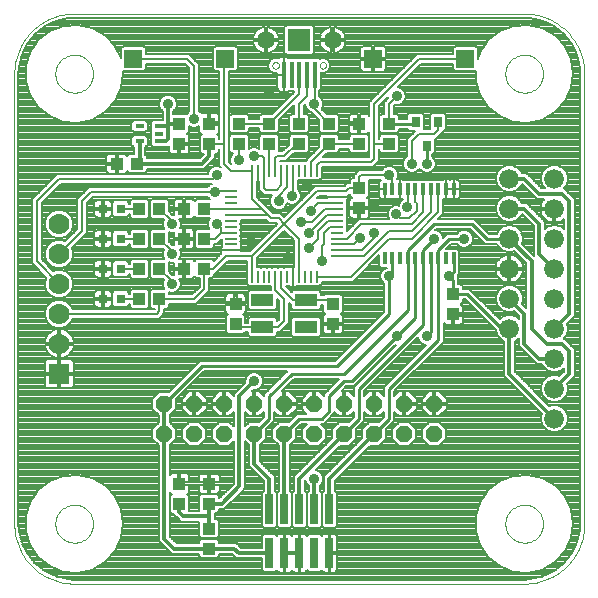
<source format=gtl>
G75*
G70*
%OFA0B0*%
%FSLAX24Y24*%
%IPPOS*%
%LPD*%
%AMOC8*
5,1,8,0,0,1.08239X$1,22.5*
%
%ADD10C,0.0000*%
%ADD11R,0.0079X0.0394*%
%ADD12R,0.0394X0.0079*%
%ADD13R,0.0157X0.0886*%
%ADD14C,0.0594*%
%ADD15R,0.0748X0.0748*%
%ADD16R,0.0433X0.0394*%
%ADD17R,0.0748X0.0433*%
%ADD18R,0.0394X0.0433*%
%ADD19R,0.0700X0.0700*%
%ADD20C,0.0700*%
%ADD21R,0.0315X0.0315*%
%ADD22R,0.0591X0.0591*%
%ADD23R,0.0256X0.1024*%
%ADD24C,0.0660*%
%ADD25OC8,0.0560*%
%ADD26R,0.0120X0.0390*%
%ADD27R,0.0315X0.0354*%
%ADD28R,0.0295X0.0157*%
%ADD29C,0.0357*%
%ADD30C,0.0080*%
%ADD31C,0.0120*%
%ADD32C,0.0100*%
D10*
X000141Y002141D02*
X000141Y017141D01*
X001511Y017141D02*
X001513Y017191D01*
X001519Y017241D01*
X001529Y017290D01*
X001543Y017338D01*
X001560Y017385D01*
X001581Y017430D01*
X001606Y017474D01*
X001634Y017515D01*
X001666Y017554D01*
X001700Y017591D01*
X001737Y017625D01*
X001777Y017655D01*
X001819Y017682D01*
X001863Y017706D01*
X001909Y017727D01*
X001956Y017743D01*
X002004Y017756D01*
X002054Y017765D01*
X002103Y017770D01*
X002154Y017771D01*
X002204Y017768D01*
X002253Y017761D01*
X002302Y017750D01*
X002350Y017735D01*
X002396Y017717D01*
X002441Y017695D01*
X002484Y017669D01*
X002525Y017640D01*
X002564Y017608D01*
X002600Y017573D01*
X002632Y017535D01*
X002662Y017495D01*
X002689Y017452D01*
X002712Y017408D01*
X002731Y017362D01*
X002747Y017314D01*
X002759Y017265D01*
X002767Y017216D01*
X002771Y017166D01*
X002771Y017116D01*
X002767Y017066D01*
X002759Y017017D01*
X002747Y016968D01*
X002731Y016920D01*
X002712Y016874D01*
X002689Y016830D01*
X002662Y016787D01*
X002632Y016747D01*
X002600Y016709D01*
X002564Y016674D01*
X002525Y016642D01*
X002484Y016613D01*
X002441Y016587D01*
X002396Y016565D01*
X002350Y016547D01*
X002302Y016532D01*
X002253Y016521D01*
X002204Y016514D01*
X002154Y016511D01*
X002103Y016512D01*
X002054Y016517D01*
X002004Y016526D01*
X001956Y016539D01*
X001909Y016555D01*
X001863Y016576D01*
X001819Y016600D01*
X001777Y016627D01*
X001737Y016657D01*
X001700Y016691D01*
X001666Y016728D01*
X001634Y016767D01*
X001606Y016808D01*
X001581Y016852D01*
X001560Y016897D01*
X001543Y016944D01*
X001529Y016992D01*
X001519Y017041D01*
X001513Y017091D01*
X001511Y017141D01*
X000141Y017141D02*
X000143Y017236D01*
X000150Y017331D01*
X000161Y017426D01*
X000177Y017520D01*
X000197Y017613D01*
X000222Y017704D01*
X000251Y017795D01*
X000284Y017884D01*
X000322Y017972D01*
X000363Y018057D01*
X000409Y018141D01*
X000458Y018222D01*
X000512Y018301D01*
X000569Y018377D01*
X000630Y018451D01*
X000694Y018521D01*
X000761Y018588D01*
X000831Y018652D01*
X000905Y018713D01*
X000981Y018770D01*
X001060Y018824D01*
X001141Y018873D01*
X001225Y018919D01*
X001310Y018960D01*
X001398Y018998D01*
X001487Y019031D01*
X001578Y019060D01*
X001669Y019085D01*
X001762Y019105D01*
X001856Y019121D01*
X001951Y019132D01*
X002046Y019139D01*
X002141Y019141D01*
X017141Y019141D01*
X016511Y017141D02*
X016513Y017191D01*
X016519Y017241D01*
X016529Y017290D01*
X016543Y017338D01*
X016560Y017385D01*
X016581Y017430D01*
X016606Y017474D01*
X016634Y017515D01*
X016666Y017554D01*
X016700Y017591D01*
X016737Y017625D01*
X016777Y017655D01*
X016819Y017682D01*
X016863Y017706D01*
X016909Y017727D01*
X016956Y017743D01*
X017004Y017756D01*
X017054Y017765D01*
X017103Y017770D01*
X017154Y017771D01*
X017204Y017768D01*
X017253Y017761D01*
X017302Y017750D01*
X017350Y017735D01*
X017396Y017717D01*
X017441Y017695D01*
X017484Y017669D01*
X017525Y017640D01*
X017564Y017608D01*
X017600Y017573D01*
X017632Y017535D01*
X017662Y017495D01*
X017689Y017452D01*
X017712Y017408D01*
X017731Y017362D01*
X017747Y017314D01*
X017759Y017265D01*
X017767Y017216D01*
X017771Y017166D01*
X017771Y017116D01*
X017767Y017066D01*
X017759Y017017D01*
X017747Y016968D01*
X017731Y016920D01*
X017712Y016874D01*
X017689Y016830D01*
X017662Y016787D01*
X017632Y016747D01*
X017600Y016709D01*
X017564Y016674D01*
X017525Y016642D01*
X017484Y016613D01*
X017441Y016587D01*
X017396Y016565D01*
X017350Y016547D01*
X017302Y016532D01*
X017253Y016521D01*
X017204Y016514D01*
X017154Y016511D01*
X017103Y016512D01*
X017054Y016517D01*
X017004Y016526D01*
X016956Y016539D01*
X016909Y016555D01*
X016863Y016576D01*
X016819Y016600D01*
X016777Y016627D01*
X016737Y016657D01*
X016700Y016691D01*
X016666Y016728D01*
X016634Y016767D01*
X016606Y016808D01*
X016581Y016852D01*
X016560Y016897D01*
X016543Y016944D01*
X016529Y016992D01*
X016519Y017041D01*
X016513Y017091D01*
X016511Y017141D01*
X017141Y019141D02*
X017236Y019139D01*
X017331Y019132D01*
X017426Y019121D01*
X017520Y019105D01*
X017613Y019085D01*
X017704Y019060D01*
X017795Y019031D01*
X017884Y018998D01*
X017972Y018960D01*
X018057Y018919D01*
X018141Y018873D01*
X018222Y018824D01*
X018301Y018770D01*
X018377Y018713D01*
X018451Y018652D01*
X018521Y018588D01*
X018588Y018521D01*
X018652Y018451D01*
X018713Y018377D01*
X018770Y018301D01*
X018824Y018222D01*
X018873Y018141D01*
X018919Y018057D01*
X018960Y017972D01*
X018998Y017884D01*
X019031Y017795D01*
X019060Y017704D01*
X019085Y017613D01*
X019105Y017520D01*
X019121Y017426D01*
X019132Y017331D01*
X019139Y017236D01*
X019141Y017141D01*
X019141Y002141D01*
X016511Y002141D02*
X016513Y002191D01*
X016519Y002241D01*
X016529Y002290D01*
X016543Y002338D01*
X016560Y002385D01*
X016581Y002430D01*
X016606Y002474D01*
X016634Y002515D01*
X016666Y002554D01*
X016700Y002591D01*
X016737Y002625D01*
X016777Y002655D01*
X016819Y002682D01*
X016863Y002706D01*
X016909Y002727D01*
X016956Y002743D01*
X017004Y002756D01*
X017054Y002765D01*
X017103Y002770D01*
X017154Y002771D01*
X017204Y002768D01*
X017253Y002761D01*
X017302Y002750D01*
X017350Y002735D01*
X017396Y002717D01*
X017441Y002695D01*
X017484Y002669D01*
X017525Y002640D01*
X017564Y002608D01*
X017600Y002573D01*
X017632Y002535D01*
X017662Y002495D01*
X017689Y002452D01*
X017712Y002408D01*
X017731Y002362D01*
X017747Y002314D01*
X017759Y002265D01*
X017767Y002216D01*
X017771Y002166D01*
X017771Y002116D01*
X017767Y002066D01*
X017759Y002017D01*
X017747Y001968D01*
X017731Y001920D01*
X017712Y001874D01*
X017689Y001830D01*
X017662Y001787D01*
X017632Y001747D01*
X017600Y001709D01*
X017564Y001674D01*
X017525Y001642D01*
X017484Y001613D01*
X017441Y001587D01*
X017396Y001565D01*
X017350Y001547D01*
X017302Y001532D01*
X017253Y001521D01*
X017204Y001514D01*
X017154Y001511D01*
X017103Y001512D01*
X017054Y001517D01*
X017004Y001526D01*
X016956Y001539D01*
X016909Y001555D01*
X016863Y001576D01*
X016819Y001600D01*
X016777Y001627D01*
X016737Y001657D01*
X016700Y001691D01*
X016666Y001728D01*
X016634Y001767D01*
X016606Y001808D01*
X016581Y001852D01*
X016560Y001897D01*
X016543Y001944D01*
X016529Y001992D01*
X016519Y002041D01*
X016513Y002091D01*
X016511Y002141D01*
X017141Y000141D02*
X017236Y000143D01*
X017331Y000150D01*
X017426Y000161D01*
X017520Y000177D01*
X017613Y000197D01*
X017704Y000222D01*
X017795Y000251D01*
X017884Y000284D01*
X017972Y000322D01*
X018057Y000363D01*
X018141Y000409D01*
X018222Y000458D01*
X018301Y000512D01*
X018377Y000569D01*
X018451Y000630D01*
X018521Y000694D01*
X018588Y000761D01*
X018652Y000831D01*
X018713Y000905D01*
X018770Y000981D01*
X018824Y001060D01*
X018873Y001141D01*
X018919Y001225D01*
X018960Y001310D01*
X018998Y001398D01*
X019031Y001487D01*
X019060Y001578D01*
X019085Y001669D01*
X019105Y001762D01*
X019121Y001856D01*
X019132Y001951D01*
X019139Y002046D01*
X019141Y002141D01*
X017141Y000141D02*
X002141Y000141D01*
X001511Y002141D02*
X001513Y002191D01*
X001519Y002241D01*
X001529Y002290D01*
X001543Y002338D01*
X001560Y002385D01*
X001581Y002430D01*
X001606Y002474D01*
X001634Y002515D01*
X001666Y002554D01*
X001700Y002591D01*
X001737Y002625D01*
X001777Y002655D01*
X001819Y002682D01*
X001863Y002706D01*
X001909Y002727D01*
X001956Y002743D01*
X002004Y002756D01*
X002054Y002765D01*
X002103Y002770D01*
X002154Y002771D01*
X002204Y002768D01*
X002253Y002761D01*
X002302Y002750D01*
X002350Y002735D01*
X002396Y002717D01*
X002441Y002695D01*
X002484Y002669D01*
X002525Y002640D01*
X002564Y002608D01*
X002600Y002573D01*
X002632Y002535D01*
X002662Y002495D01*
X002689Y002452D01*
X002712Y002408D01*
X002731Y002362D01*
X002747Y002314D01*
X002759Y002265D01*
X002767Y002216D01*
X002771Y002166D01*
X002771Y002116D01*
X002767Y002066D01*
X002759Y002017D01*
X002747Y001968D01*
X002731Y001920D01*
X002712Y001874D01*
X002689Y001830D01*
X002662Y001787D01*
X002632Y001747D01*
X002600Y001709D01*
X002564Y001674D01*
X002525Y001642D01*
X002484Y001613D01*
X002441Y001587D01*
X002396Y001565D01*
X002350Y001547D01*
X002302Y001532D01*
X002253Y001521D01*
X002204Y001514D01*
X002154Y001511D01*
X002103Y001512D01*
X002054Y001517D01*
X002004Y001526D01*
X001956Y001539D01*
X001909Y001555D01*
X001863Y001576D01*
X001819Y001600D01*
X001777Y001627D01*
X001737Y001657D01*
X001700Y001691D01*
X001666Y001728D01*
X001634Y001767D01*
X001606Y001808D01*
X001581Y001852D01*
X001560Y001897D01*
X001543Y001944D01*
X001529Y001992D01*
X001519Y002041D01*
X001513Y002091D01*
X001511Y002141D01*
X000141Y002141D02*
X000143Y002046D01*
X000150Y001951D01*
X000161Y001856D01*
X000177Y001762D01*
X000197Y001669D01*
X000222Y001578D01*
X000251Y001487D01*
X000284Y001398D01*
X000322Y001310D01*
X000363Y001225D01*
X000409Y001141D01*
X000458Y001060D01*
X000512Y000981D01*
X000569Y000905D01*
X000630Y000831D01*
X000694Y000761D01*
X000761Y000694D01*
X000831Y000630D01*
X000905Y000569D01*
X000981Y000512D01*
X001060Y000458D01*
X001141Y000409D01*
X001225Y000363D01*
X001310Y000322D01*
X001398Y000284D01*
X001487Y000251D01*
X001578Y000222D01*
X001669Y000197D01*
X001762Y000177D01*
X001856Y000161D01*
X001951Y000150D01*
X002046Y000143D01*
X002141Y000141D01*
X008746Y017420D02*
X008748Y017440D01*
X008754Y017460D01*
X008763Y017478D01*
X008776Y017495D01*
X008791Y017508D01*
X008809Y017518D01*
X008829Y017525D01*
X008849Y017528D01*
X008869Y017527D01*
X008889Y017522D01*
X008908Y017514D01*
X008925Y017502D01*
X008939Y017487D01*
X008950Y017469D01*
X008958Y017450D01*
X008962Y017430D01*
X008962Y017410D01*
X008958Y017390D01*
X008950Y017371D01*
X008939Y017353D01*
X008925Y017338D01*
X008908Y017326D01*
X008889Y017318D01*
X008869Y017313D01*
X008849Y017312D01*
X008829Y017315D01*
X008809Y017322D01*
X008791Y017332D01*
X008776Y017345D01*
X008763Y017362D01*
X008754Y017380D01*
X008748Y017400D01*
X008746Y017420D01*
X010321Y017420D02*
X010323Y017440D01*
X010329Y017460D01*
X010338Y017478D01*
X010351Y017495D01*
X010366Y017508D01*
X010384Y017518D01*
X010404Y017525D01*
X010424Y017528D01*
X010444Y017527D01*
X010464Y017522D01*
X010483Y017514D01*
X010500Y017502D01*
X010514Y017487D01*
X010525Y017469D01*
X010533Y017450D01*
X010537Y017430D01*
X010537Y017410D01*
X010533Y017390D01*
X010525Y017371D01*
X010514Y017353D01*
X010500Y017338D01*
X010483Y017326D01*
X010464Y017318D01*
X010444Y017313D01*
X010424Y017312D01*
X010404Y017315D01*
X010384Y017322D01*
X010366Y017332D01*
X010351Y017345D01*
X010338Y017362D01*
X010329Y017380D01*
X010323Y017400D01*
X010321Y017420D01*
D11*
X010224Y013913D03*
X010027Y013913D03*
X009830Y013913D03*
X009633Y013913D03*
X009436Y013913D03*
X009240Y013913D03*
X009043Y013913D03*
X008846Y013913D03*
X008649Y013913D03*
X008452Y013913D03*
X008255Y013913D03*
X008058Y013913D03*
X008058Y010369D03*
X008255Y010369D03*
X008452Y010369D03*
X008649Y010369D03*
X008846Y010369D03*
X009043Y010369D03*
X009240Y010369D03*
X009436Y010369D03*
X009633Y010369D03*
X009830Y010369D03*
X010027Y010369D03*
X010224Y010369D03*
D12*
X010913Y011058D03*
X010913Y011255D03*
X010913Y011452D03*
X010913Y011649D03*
X010913Y011846D03*
X010913Y012043D03*
X010913Y012240D03*
X010913Y012436D03*
X010913Y012633D03*
X010913Y012830D03*
X010913Y013027D03*
X010913Y013224D03*
X007369Y013224D03*
X007369Y013027D03*
X007369Y012830D03*
X007369Y012633D03*
X007369Y012436D03*
X007369Y012240D03*
X007369Y012043D03*
X007369Y011846D03*
X007369Y011649D03*
X007369Y011452D03*
X007369Y011255D03*
X007369Y011058D03*
D13*
X009129Y017115D03*
X009385Y017115D03*
X009641Y017115D03*
X009897Y017115D03*
X010153Y017115D03*
D14*
X010753Y018266D03*
X008529Y018266D03*
D15*
X009641Y018266D03*
D16*
X009641Y015476D03*
X009641Y014806D03*
X008641Y014806D03*
X008641Y015476D03*
X007641Y015476D03*
X007641Y014806D03*
X006476Y012641D03*
X005806Y012641D03*
X004226Y014141D03*
X003556Y014141D03*
X005806Y010641D03*
X006476Y010641D03*
X010641Y014806D03*
X010641Y015476D03*
X011641Y015476D03*
X011641Y014806D03*
X012641Y014806D03*
X012641Y015476D03*
X006641Y003476D03*
X006641Y002806D03*
X006641Y001976D03*
X006641Y001306D03*
D17*
X008413Y008688D03*
X008413Y009594D03*
X009869Y009594D03*
X009869Y008688D03*
D18*
X010766Y008806D03*
X010766Y009476D03*
X011641Y012666D03*
X011641Y013336D03*
X014766Y009788D03*
X014766Y009119D03*
X007516Y008806D03*
X007516Y009476D03*
X006476Y011641D03*
X005806Y011641D03*
X004976Y011641D03*
X004306Y011641D03*
X004306Y010641D03*
X004976Y010641D03*
X004976Y009641D03*
X004306Y009641D03*
X004306Y012641D03*
X004976Y012641D03*
X005641Y014806D03*
X005641Y015476D03*
X006641Y015476D03*
X006641Y014806D03*
X005641Y003476D03*
X005641Y002806D03*
D19*
X001641Y007141D03*
D20*
X001641Y008141D03*
X001641Y009141D03*
X001641Y010141D03*
X001641Y011141D03*
X001641Y012141D03*
D21*
X003096Y011641D03*
X003686Y011641D03*
X003686Y010641D03*
X003096Y010641D03*
X003096Y009641D03*
X003686Y009641D03*
X003686Y012641D03*
X003096Y012641D03*
D22*
X004106Y017641D03*
X007177Y017641D03*
X012106Y017641D03*
X015177Y017641D03*
D23*
X010641Y002619D03*
X010141Y002619D03*
X009641Y002619D03*
X009141Y002619D03*
X008641Y002619D03*
X008641Y001163D03*
X009141Y001163D03*
X009641Y001163D03*
X010141Y001163D03*
X010641Y001163D03*
D24*
X018141Y005641D03*
X018141Y006641D03*
X018141Y007641D03*
X018141Y008641D03*
X018141Y009641D03*
X018141Y010641D03*
X018141Y011641D03*
X018141Y012641D03*
X018141Y013641D03*
X016641Y013641D03*
X016641Y012641D03*
X016641Y011641D03*
X016641Y010641D03*
X016641Y009641D03*
X016641Y008641D03*
D25*
X014141Y006141D03*
X014141Y005141D03*
X013141Y005141D03*
X013141Y006141D03*
X012141Y006141D03*
X012141Y005141D03*
X011141Y005141D03*
X010141Y005141D03*
X009141Y005141D03*
X008141Y005141D03*
X007141Y005141D03*
X007141Y006141D03*
X008141Y006141D03*
X009141Y006141D03*
X010141Y006141D03*
X011141Y006141D03*
X006141Y006141D03*
X006141Y005141D03*
X005141Y005141D03*
X005141Y006141D03*
D26*
X012490Y010992D03*
X012745Y010992D03*
X013001Y010992D03*
X013257Y010992D03*
X013513Y010992D03*
X013769Y010992D03*
X014025Y010992D03*
X014281Y010992D03*
X014537Y010992D03*
X014793Y010992D03*
X014793Y013290D03*
X014537Y013290D03*
X014281Y013290D03*
X014025Y013290D03*
X013769Y013290D03*
X013513Y013290D03*
X013257Y013290D03*
X013001Y013290D03*
X012745Y013290D03*
X012490Y013290D03*
D27*
X013891Y014747D03*
X013517Y015535D03*
X014265Y015535D03*
D28*
X004966Y015397D03*
X004966Y015141D03*
X004966Y014885D03*
X004316Y014885D03*
X004316Y015397D03*
D29*
X005266Y016141D03*
X006141Y015641D03*
X007641Y014266D03*
X008141Y014391D03*
X009391Y013079D03*
X008954Y012891D03*
X009704Y012204D03*
X009954Y011829D03*
X009954Y011329D03*
X010391Y010891D03*
X009266Y011016D03*
X008016Y011516D03*
X006891Y012141D03*
X006829Y013204D03*
X006891Y013766D03*
X005391Y012141D03*
X005391Y011141D03*
X005391Y010141D03*
X008141Y006891D03*
X010141Y003641D03*
X012891Y008391D03*
X013891Y008391D03*
X014641Y010391D03*
X014141Y011641D03*
X015141Y011641D03*
X013249Y012697D03*
X012881Y012452D03*
X012141Y012766D03*
X012146Y011840D03*
X011656Y011656D03*
X012641Y010391D03*
X010016Y012579D03*
X009891Y013391D03*
X010141Y016141D03*
X008641Y016579D03*
X012641Y013766D03*
X013391Y014141D03*
X013891Y014141D03*
X012891Y016391D03*
D30*
X000566Y001151D02*
X000826Y000826D01*
X001151Y000566D01*
X001527Y000385D01*
X001933Y000293D01*
X002141Y000281D01*
X017083Y000281D01*
X017111Y000281D01*
X017141Y000281D01*
X017349Y000293D01*
X017755Y000385D01*
X018131Y000566D01*
X018456Y000826D01*
X018716Y001151D01*
X018897Y001527D01*
X018989Y001933D01*
X019001Y002141D01*
X019001Y017083D01*
X019001Y017097D01*
X019001Y017141D01*
X018989Y017349D01*
X018897Y017755D01*
X018716Y018131D01*
X018456Y018456D01*
X018131Y018716D01*
X017755Y018897D01*
X017349Y018989D01*
X017141Y019001D01*
X002199Y019001D01*
X002190Y019001D01*
X002141Y019001D01*
X001933Y018989D01*
X001527Y018897D01*
X001151Y018716D01*
X000826Y018456D01*
X000566Y018131D01*
X000385Y017755D01*
X000293Y017349D01*
X000281Y017141D01*
X000281Y002141D01*
X000293Y001933D01*
X000385Y001527D01*
X000566Y001151D01*
X000561Y001162D02*
X000846Y001162D01*
X000899Y001084D02*
X000620Y001084D01*
X000683Y001005D02*
X000965Y001005D01*
X000939Y001026D02*
X001321Y000721D01*
X001321Y000721D01*
X001776Y000542D01*
X001776Y000542D01*
X002264Y000506D01*
X002740Y000614D01*
X003164Y000859D01*
X003496Y001217D01*
X003496Y001217D01*
X003708Y001658D01*
X003781Y002141D01*
X003708Y002624D01*
X003708Y002624D01*
X003496Y003065D01*
X003164Y003423D01*
X002740Y003668D01*
X002264Y003776D01*
X002264Y003776D01*
X001776Y003740D01*
X001321Y003561D01*
X000939Y003257D01*
X000939Y003257D01*
X000939Y003257D01*
X000664Y002853D01*
X000664Y002853D01*
X000519Y002386D01*
X000519Y002385D01*
X000519Y001897D01*
X000519Y001897D01*
X000664Y001430D01*
X000939Y001026D01*
X000939Y001026D01*
X000939Y001026D01*
X001063Y000927D02*
X000746Y000927D01*
X000808Y000848D02*
X001162Y000848D01*
X001260Y000769D02*
X000897Y000769D01*
X000995Y000691D02*
X001397Y000691D01*
X001597Y000612D02*
X001094Y000612D01*
X001219Y000534D02*
X001888Y000534D01*
X001909Y000298D02*
X017373Y000298D01*
X017264Y000506D02*
X017740Y000614D01*
X018164Y000859D01*
X018496Y001217D01*
X018496Y001217D01*
X018708Y001658D01*
X018781Y002141D01*
X018708Y002624D01*
X018708Y002624D01*
X018496Y003065D01*
X018164Y003423D01*
X017740Y003668D01*
X017264Y003776D01*
X017264Y003776D01*
X016776Y003740D01*
X016321Y003561D01*
X015939Y003257D01*
X015939Y003257D01*
X015664Y002853D01*
X015664Y002853D01*
X015519Y002386D01*
X015519Y002385D01*
X015519Y001897D01*
X015519Y001897D01*
X015664Y001430D01*
X015939Y001026D01*
X016321Y000721D01*
X016776Y000542D01*
X017264Y000506D01*
X017264Y000506D01*
X017387Y000534D02*
X018064Y000534D01*
X018189Y000612D02*
X017731Y000612D01*
X017740Y000614D02*
X017740Y000614D01*
X017873Y000691D02*
X018287Y000691D01*
X018386Y000769D02*
X018009Y000769D01*
X018145Y000848D02*
X018474Y000848D01*
X018537Y000927D02*
X018226Y000927D01*
X018164Y000859D02*
X018164Y000859D01*
X018299Y001005D02*
X018599Y001005D01*
X018662Y001084D02*
X018372Y001084D01*
X018445Y001162D02*
X018721Y001162D01*
X018759Y001241D02*
X018507Y001241D01*
X018545Y001319D02*
X018797Y001319D01*
X018835Y001398D02*
X018583Y001398D01*
X018621Y001476D02*
X018872Y001476D01*
X018903Y001555D02*
X018659Y001555D01*
X018696Y001633D02*
X018921Y001633D01*
X018939Y001712D02*
X018716Y001712D01*
X018708Y001658D02*
X018708Y001658D01*
X018728Y001791D02*
X018957Y001791D01*
X018975Y001869D02*
X018740Y001869D01*
X018752Y001948D02*
X018990Y001948D01*
X018995Y002026D02*
X018764Y002026D01*
X018776Y002105D02*
X018999Y002105D01*
X019001Y002183D02*
X018775Y002183D01*
X018763Y002262D02*
X019001Y002262D01*
X019001Y002340D02*
X018751Y002340D01*
X018739Y002419D02*
X019001Y002419D01*
X019001Y002497D02*
X018727Y002497D01*
X018716Y002576D02*
X019001Y002576D01*
X019001Y002654D02*
X018694Y002654D01*
X018656Y002733D02*
X019001Y002733D01*
X019001Y002812D02*
X018618Y002812D01*
X018580Y002890D02*
X019001Y002890D01*
X019001Y002969D02*
X018542Y002969D01*
X018505Y003047D02*
X019001Y003047D01*
X019001Y003126D02*
X018440Y003126D01*
X018496Y003065D02*
X018496Y003065D01*
X018367Y003204D02*
X019001Y003204D01*
X019001Y003283D02*
X018294Y003283D01*
X018221Y003361D02*
X019001Y003361D01*
X019001Y003440D02*
X018135Y003440D01*
X018164Y003423D02*
X018164Y003423D01*
X017999Y003518D02*
X019001Y003518D01*
X019001Y003597D02*
X017863Y003597D01*
X017740Y003668D02*
X017740Y003668D01*
X017706Y003676D02*
X019001Y003676D01*
X019001Y003754D02*
X017362Y003754D01*
X016965Y003754D02*
X011009Y003754D01*
X011087Y003833D02*
X019001Y003833D01*
X019001Y003911D02*
X011166Y003911D01*
X011244Y003990D02*
X019001Y003990D01*
X019001Y004068D02*
X011323Y004068D01*
X011401Y004147D02*
X019001Y004147D01*
X019001Y004225D02*
X011480Y004225D01*
X011558Y004304D02*
X019001Y004304D01*
X019001Y004382D02*
X011637Y004382D01*
X011716Y004461D02*
X019001Y004461D01*
X019001Y004540D02*
X011794Y004540D01*
X011873Y004618D02*
X019001Y004618D01*
X019001Y004697D02*
X011951Y004697D01*
X011996Y004741D02*
X012307Y004741D01*
X012541Y004975D01*
X012541Y005301D01*
X012811Y005571D01*
X012811Y005711D01*
X012811Y005877D01*
X012967Y005721D01*
X013101Y005721D01*
X013101Y006101D01*
X013181Y006101D01*
X013181Y005721D01*
X013315Y005721D01*
X013561Y005967D01*
X013561Y006101D01*
X013181Y006101D01*
X013181Y006181D01*
X013101Y006181D01*
X013101Y006561D01*
X012967Y006561D01*
X012811Y006405D01*
X012811Y006571D01*
X014451Y008210D01*
X014451Y008351D01*
X014451Y008828D01*
X014457Y008816D01*
X014483Y008790D01*
X014515Y008772D01*
X014551Y008762D01*
X014726Y008762D01*
X014726Y009079D01*
X014806Y009079D01*
X014806Y008762D01*
X014981Y008762D01*
X015017Y008772D01*
X015049Y008790D01*
X015075Y008816D01*
X015093Y008848D01*
X015103Y008884D01*
X015103Y009079D01*
X014806Y009079D01*
X014806Y009159D01*
X015103Y009159D01*
X015103Y009354D01*
X015093Y009390D01*
X015075Y009421D01*
X015049Y009448D01*
X015023Y009462D01*
X015083Y009522D01*
X015083Y009618D01*
X015174Y009618D01*
X016191Y008601D01*
X016191Y008552D01*
X016260Y008386D01*
X016386Y008260D01*
X016461Y008229D01*
X016461Y007067D01*
X016567Y006961D01*
X017722Y005806D01*
X017691Y005731D01*
X017691Y005552D01*
X017760Y005386D01*
X017886Y005260D01*
X018052Y005191D01*
X018231Y005191D01*
X018396Y005260D01*
X018523Y005386D01*
X018591Y005552D01*
X018591Y005731D01*
X018523Y005896D01*
X018396Y006023D01*
X018231Y006091D01*
X018052Y006091D01*
X017977Y006060D01*
X016821Y007216D01*
X016821Y008229D01*
X016896Y008260D01*
X016961Y008325D01*
X016961Y008067D01*
X017067Y007961D01*
X017461Y007567D01*
X017567Y007461D01*
X017729Y007461D01*
X017760Y007386D01*
X017886Y007260D01*
X018052Y007191D01*
X018231Y007191D01*
X018396Y007260D01*
X018461Y007325D01*
X018461Y007216D01*
X018306Y007060D01*
X018231Y007091D01*
X018052Y007091D01*
X017886Y007023D01*
X017760Y006896D01*
X017691Y006731D01*
X017691Y006552D01*
X017760Y006386D01*
X017886Y006260D01*
X018052Y006191D01*
X018231Y006191D01*
X018396Y006260D01*
X018523Y006386D01*
X018591Y006552D01*
X018591Y006731D01*
X018560Y006806D01*
X018821Y007067D01*
X018821Y007216D01*
X018821Y007966D01*
X018716Y008071D01*
X018466Y008321D01*
X018457Y008321D01*
X018523Y008386D01*
X018591Y008552D01*
X018591Y008731D01*
X018560Y008806D01*
X018716Y008961D01*
X018821Y009067D01*
X018821Y012817D01*
X018821Y012966D01*
X018466Y013321D01*
X018457Y013321D01*
X018523Y013386D01*
X018591Y013552D01*
X018591Y013731D01*
X018523Y013896D01*
X018396Y014023D01*
X018231Y014091D01*
X018052Y014091D01*
X017886Y014023D01*
X017760Y013896D01*
X017691Y013731D01*
X017691Y013552D01*
X017760Y013386D01*
X017825Y013321D01*
X017716Y013321D01*
X017216Y013821D01*
X017067Y013821D01*
X017054Y013821D01*
X017023Y013896D01*
X016896Y014023D01*
X016731Y014091D01*
X016552Y014091D01*
X016386Y014023D01*
X016260Y013896D01*
X016191Y013731D01*
X016191Y013552D01*
X016260Y013386D01*
X016386Y013260D01*
X016552Y013191D01*
X016731Y013191D01*
X016896Y013260D01*
X017023Y013386D01*
X017054Y013461D01*
X017067Y013461D01*
X017461Y013067D01*
X017461Y013067D01*
X017567Y012961D01*
X017796Y012961D01*
X017783Y012947D01*
X017739Y012887D01*
X017706Y012821D01*
X017683Y012751D01*
X017672Y012681D01*
X018101Y012681D01*
X018101Y012601D01*
X018181Y012601D01*
X018181Y012172D01*
X018251Y012183D01*
X018321Y012206D01*
X018387Y012239D01*
X018447Y012283D01*
X018461Y012296D01*
X018461Y011957D01*
X018396Y012023D01*
X018231Y012091D01*
X018052Y012091D01*
X017886Y012023D01*
X017821Y011957D01*
X017821Y012067D01*
X017821Y012216D01*
X017321Y012716D01*
X017216Y012821D01*
X017054Y012821D01*
X017023Y012896D01*
X016896Y013023D01*
X016731Y013091D01*
X016552Y013091D01*
X016386Y013023D01*
X016260Y012896D01*
X016191Y012731D01*
X016191Y012552D01*
X016260Y012386D01*
X016386Y012260D01*
X016552Y012191D01*
X016731Y012191D01*
X016896Y012260D01*
X017023Y012386D01*
X017054Y012461D01*
X017067Y012461D01*
X017461Y012067D01*
X017461Y011076D01*
X017060Y011477D01*
X017091Y011552D01*
X017091Y011731D01*
X017023Y011896D01*
X016896Y012023D01*
X016731Y012091D01*
X016552Y012091D01*
X016386Y012023D01*
X016260Y011896D01*
X016224Y011811D01*
X015961Y011811D01*
X015461Y012311D01*
X015321Y012311D01*
X014282Y012311D01*
X014441Y012470D01*
X014441Y012602D01*
X014441Y012960D01*
X014458Y012955D01*
X014537Y012955D01*
X014615Y012955D01*
X014651Y012964D01*
X014665Y012972D01*
X014679Y012964D01*
X014714Y012955D01*
X014792Y012955D01*
X014792Y013289D01*
X014793Y013289D01*
X014793Y012955D01*
X014871Y012955D01*
X014907Y012964D01*
X014939Y012983D01*
X014965Y013009D01*
X014983Y013041D01*
X014993Y013076D01*
X014993Y013290D01*
X014993Y013503D01*
X014983Y013539D01*
X014965Y013571D01*
X014939Y013597D01*
X014907Y013615D01*
X014871Y013625D01*
X014793Y013625D01*
X014793Y013290D01*
X014993Y013290D01*
X014793Y013290D01*
X014793Y013290D01*
X014792Y013290D01*
X014792Y013290D01*
X014593Y013290D01*
X014537Y013290D01*
X014537Y013290D01*
X014537Y013290D01*
X014537Y013625D01*
X014615Y013625D01*
X014651Y013615D01*
X014665Y013607D01*
X014679Y013615D01*
X014714Y013625D01*
X014792Y013625D01*
X014792Y013290D01*
X014593Y013290D01*
X014537Y013290D01*
X014537Y013625D01*
X014458Y013625D01*
X014423Y013615D01*
X014396Y013600D01*
X014391Y013605D01*
X014171Y013605D01*
X014153Y013587D01*
X014135Y013605D01*
X013915Y013605D01*
X013897Y013587D01*
X013879Y013605D01*
X013659Y013605D01*
X013641Y013587D01*
X013623Y013605D01*
X013403Y013605D01*
X013385Y013587D01*
X013367Y013605D01*
X013148Y013605D01*
X013142Y013600D01*
X013115Y013615D01*
X013080Y013625D01*
X013001Y013625D01*
X012923Y013625D01*
X012905Y013620D01*
X012905Y013624D01*
X012939Y013707D01*
X012939Y013826D01*
X012894Y013935D01*
X012810Y014019D01*
X012700Y014065D01*
X012582Y014065D01*
X012472Y014019D01*
X012388Y013935D01*
X012384Y013926D01*
X011637Y013926D01*
X011544Y013832D01*
X011481Y013770D01*
X011481Y013672D01*
X011395Y013672D01*
X011324Y013602D01*
X011324Y013496D01*
X011248Y013496D01*
X011136Y013384D01*
X010846Y013384D01*
X010290Y013384D01*
X010157Y013384D01*
X009141Y012367D01*
X009114Y012395D01*
X009020Y012489D01*
X008770Y012489D01*
X008662Y012596D01*
X008559Y012699D01*
X008218Y013040D01*
X008218Y013576D01*
X008255Y013576D01*
X008255Y013912D01*
X008255Y013912D01*
X008255Y013576D01*
X008292Y013576D01*
X008292Y013396D01*
X008292Y013264D01*
X008356Y013200D01*
X008450Y013106D01*
X008747Y013106D01*
X008701Y013060D01*
X008655Y012950D01*
X008655Y012832D01*
X008701Y012722D01*
X008785Y012638D01*
X008894Y012593D01*
X009013Y012593D01*
X009123Y012638D01*
X009207Y012722D01*
X009245Y012816D01*
X009332Y012780D01*
X009450Y012780D01*
X009560Y012826D01*
X009644Y012910D01*
X009689Y013019D01*
X009689Y013138D01*
X009644Y013248D01*
X009596Y013295D01*
X009596Y013596D01*
X009722Y013596D01*
X009732Y013605D01*
X009741Y013596D01*
X009919Y013596D01*
X009929Y013605D01*
X009938Y013596D01*
X010116Y013596D01*
X010125Y013605D01*
X010135Y013596D01*
X010313Y013596D01*
X010383Y013666D01*
X010383Y013846D01*
X010384Y013846D01*
X010384Y014032D01*
X010395Y014044D01*
X011972Y014044D01*
X012105Y014044D01*
X012301Y014240D01*
X012301Y014373D01*
X012301Y014646D01*
X012305Y014646D01*
X012305Y014560D01*
X012375Y014490D01*
X012907Y014490D01*
X012978Y014560D01*
X012978Y015053D01*
X012907Y015123D01*
X012375Y015123D01*
X012305Y015053D01*
X012305Y014966D01*
X012301Y014966D01*
X012301Y016075D01*
X012593Y016366D01*
X012593Y016332D01*
X012596Y016323D01*
X012575Y016301D01*
X012481Y016207D01*
X012481Y015793D01*
X012375Y015793D01*
X012305Y015722D01*
X012305Y015229D01*
X012375Y015159D01*
X012907Y015159D01*
X012978Y015229D01*
X012978Y015306D01*
X013242Y015306D01*
X013310Y015238D01*
X013511Y015238D01*
X013481Y015207D01*
X013231Y014957D01*
X013231Y014825D01*
X013231Y014398D01*
X013222Y014394D01*
X013138Y014310D01*
X013093Y014200D01*
X012261Y014200D01*
X012301Y014279D02*
X013125Y014279D01*
X013093Y014200D02*
X013093Y014082D01*
X013138Y013972D01*
X013222Y013888D01*
X013332Y013843D01*
X013450Y013843D01*
X013560Y013888D01*
X013641Y013969D01*
X013722Y013888D01*
X013832Y013843D01*
X013950Y013843D01*
X014060Y013888D01*
X014144Y013972D01*
X014189Y014082D01*
X014189Y014200D01*
X019001Y014200D01*
X019001Y014122D02*
X014189Y014122D01*
X014189Y014200D02*
X014144Y014310D01*
X014061Y014393D01*
X014061Y014450D01*
X014098Y014450D01*
X014169Y014521D01*
X014169Y014974D01*
X014162Y014981D01*
X014207Y014981D01*
X014301Y015075D01*
X014425Y015199D01*
X014425Y015238D01*
X014472Y015238D01*
X014543Y015308D01*
X014543Y015762D01*
X014472Y015832D01*
X014058Y015832D01*
X013988Y015762D01*
X013988Y015308D01*
X013995Y015301D01*
X013788Y015301D01*
X013795Y015308D01*
X013795Y015762D01*
X013724Y015832D01*
X013310Y015832D01*
X013240Y015762D01*
X013240Y015646D01*
X012978Y015646D01*
X012978Y015722D01*
X012907Y015793D01*
X012801Y015793D01*
X012801Y016075D01*
X012823Y016096D01*
X012832Y016093D01*
X012950Y016093D01*
X013060Y016138D01*
X013144Y016222D01*
X013189Y016332D01*
X013189Y016450D01*
X013144Y016560D01*
X013060Y016644D01*
X012950Y016689D01*
X012916Y016689D01*
X013707Y017481D01*
X014761Y017481D01*
X014761Y017296D01*
X014832Y017226D01*
X015519Y017226D01*
X015519Y016897D01*
X015519Y016897D01*
X015664Y016430D01*
X015939Y016026D01*
X015939Y016026D01*
X016321Y015721D01*
X016321Y015721D01*
X016776Y015542D01*
X016776Y015542D01*
X017264Y015506D01*
X017740Y015614D01*
X018164Y015859D01*
X018496Y016217D01*
X018496Y016217D01*
X018708Y016658D01*
X018781Y017141D01*
X018708Y017624D01*
X018708Y017624D01*
X018496Y018065D01*
X018164Y018423D01*
X017740Y018668D01*
X017264Y018776D01*
X017264Y018776D01*
X016776Y018740D01*
X016321Y018561D01*
X015939Y018257D01*
X015939Y018257D01*
X015939Y018257D01*
X015664Y017853D01*
X015664Y017853D01*
X015592Y017620D01*
X015592Y017986D01*
X015521Y018056D01*
X014832Y018056D01*
X014761Y017986D01*
X014761Y017801D01*
X013707Y017801D01*
X013575Y017801D01*
X012075Y016301D01*
X011981Y016207D01*
X011981Y015739D01*
X011970Y015759D01*
X011944Y015785D01*
X011912Y015803D01*
X011876Y015813D01*
X011681Y015813D01*
X011681Y015516D01*
X011601Y015516D01*
X011601Y015813D01*
X011406Y015813D01*
X011371Y015803D01*
X011339Y015785D01*
X011313Y015759D01*
X011294Y015727D01*
X011285Y015691D01*
X011285Y015516D01*
X011601Y015516D01*
X011601Y015436D01*
X011285Y015436D01*
X011285Y015260D01*
X011294Y015225D01*
X011313Y015193D01*
X011339Y015167D01*
X011371Y015148D01*
X011406Y015139D01*
X011601Y015139D01*
X011601Y015436D01*
X011681Y015436D01*
X011681Y015139D01*
X011876Y015139D01*
X011912Y015148D01*
X011944Y015167D01*
X011970Y015193D01*
X011981Y015213D01*
X011981Y014832D01*
X011981Y014700D01*
X011981Y014373D01*
X011972Y014364D01*
X010424Y014364D01*
X010550Y014490D01*
X010907Y014490D01*
X010978Y014560D01*
X010978Y014646D01*
X011305Y014646D01*
X011305Y014560D01*
X011375Y014490D01*
X011907Y014490D01*
X011978Y014560D01*
X011978Y015053D01*
X011907Y015123D01*
X011375Y015123D01*
X011305Y015053D01*
X011305Y014966D01*
X010978Y014966D01*
X010978Y015053D01*
X010907Y015123D01*
X010375Y015123D01*
X010305Y015053D01*
X010305Y014696D01*
X009867Y014259D01*
X009867Y014230D01*
X009741Y014230D01*
X009732Y014220D01*
X009722Y014230D01*
X009544Y014230D01*
X009535Y014220D01*
X009525Y014230D01*
X009347Y014230D01*
X009338Y014220D01*
X009329Y014230D01*
X009150Y014230D01*
X009141Y014220D01*
X009132Y014230D01*
X009006Y014230D01*
X009006Y014231D01*
X009075Y014231D01*
X009207Y014231D01*
X009466Y014490D01*
X009907Y014490D01*
X009978Y014560D01*
X009978Y015053D01*
X009907Y015123D01*
X009375Y015123D01*
X009305Y015053D01*
X009305Y014781D01*
X009075Y014551D01*
X008969Y014551D01*
X008978Y014560D01*
X008978Y015053D01*
X008907Y015123D01*
X008375Y015123D01*
X008305Y015053D01*
X008305Y014646D01*
X008200Y014689D01*
X008082Y014689D01*
X007978Y014646D01*
X007978Y015053D01*
X007907Y015123D01*
X007375Y015123D01*
X007305Y015053D01*
X007305Y014560D01*
X007375Y014490D01*
X007443Y014490D01*
X007388Y014435D01*
X007343Y014325D01*
X007343Y014207D01*
X007372Y014137D01*
X007301Y014207D01*
X007301Y014762D01*
X007301Y014895D01*
X007301Y017226D01*
X007521Y017226D01*
X007592Y017296D01*
X007592Y017986D01*
X007521Y018056D01*
X006832Y018056D01*
X006761Y017986D01*
X006761Y017296D01*
X006832Y017226D01*
X006981Y017226D01*
X006981Y014966D01*
X006958Y014966D01*
X006958Y015073D01*
X006898Y015132D01*
X006924Y015147D01*
X006950Y015173D01*
X006968Y015205D01*
X006978Y015241D01*
X006978Y015436D01*
X006681Y015436D01*
X006681Y015516D01*
X006601Y015516D01*
X006601Y015832D01*
X006426Y015832D01*
X006390Y015823D01*
X006385Y015819D01*
X006310Y015894D01*
X006301Y015898D01*
X006301Y017325D01*
X006301Y017457D01*
X006051Y017707D01*
X005957Y017801D01*
X004521Y017801D01*
X004521Y017986D01*
X004451Y018056D01*
X003761Y018056D01*
X003690Y017986D01*
X003690Y017661D01*
X003496Y018065D01*
X003164Y018423D01*
X002740Y018668D01*
X002264Y018776D01*
X002264Y018776D01*
X001776Y018740D01*
X001321Y018561D01*
X000939Y018257D01*
X000939Y018257D01*
X000939Y018257D01*
X000664Y017853D01*
X000664Y017853D01*
X000519Y017386D01*
X000519Y017385D01*
X000519Y016897D01*
X000519Y016897D01*
X000664Y016430D01*
X000939Y016026D01*
X000939Y016026D01*
X001321Y015721D01*
X001321Y015721D01*
X001776Y015542D01*
X001776Y015542D01*
X002264Y015506D01*
X002740Y015614D01*
X003164Y015859D01*
X003496Y016217D01*
X003496Y016217D01*
X003708Y016658D01*
X003781Y017141D01*
X003768Y017226D01*
X004451Y017226D01*
X004521Y017296D01*
X004521Y017481D01*
X005825Y017481D01*
X005981Y017325D01*
X005981Y015898D01*
X005972Y015894D01*
X005889Y015811D01*
X005888Y015812D01*
X005446Y015812D01*
X005446Y015899D01*
X005519Y015972D01*
X005564Y016082D01*
X005564Y016200D01*
X005519Y016310D01*
X005435Y016394D01*
X005325Y016439D01*
X005207Y016439D01*
X005097Y016394D01*
X005013Y016310D01*
X004968Y016200D01*
X004968Y016082D01*
X005013Y015972D01*
X005086Y015899D01*
X005086Y015596D01*
X004769Y015596D01*
X004698Y015525D01*
X004698Y015269D01*
X004698Y015013D01*
X004698Y014757D01*
X004769Y014686D01*
X005163Y014686D01*
X005188Y014711D01*
X005278Y014711D01*
X005304Y014737D01*
X005304Y014571D01*
X005314Y014536D01*
X005332Y014504D01*
X005358Y014478D01*
X005390Y014459D01*
X005426Y014450D01*
X005601Y014450D01*
X005601Y014766D01*
X005681Y014766D01*
X005681Y014450D01*
X005856Y014450D01*
X005892Y014459D01*
X005924Y014478D01*
X005950Y014504D01*
X005968Y014536D01*
X005978Y014571D01*
X005978Y014766D01*
X005681Y014766D01*
X005681Y014846D01*
X005978Y014846D01*
X005978Y015041D01*
X005968Y015077D01*
X005950Y015109D01*
X005924Y015135D01*
X005898Y015150D01*
X005958Y015209D01*
X005958Y015402D01*
X005972Y015388D01*
X006082Y015343D01*
X006200Y015343D01*
X006304Y015386D01*
X006304Y015241D01*
X006314Y015205D01*
X006332Y015173D01*
X006358Y015147D01*
X006384Y015132D01*
X006324Y015073D01*
X006324Y014540D01*
X006395Y014470D01*
X006461Y014470D01*
X006461Y014466D01*
X006317Y014321D01*
X004562Y014321D01*
X004562Y014388D01*
X004496Y014454D01*
X004496Y014686D01*
X004514Y014686D01*
X004584Y014757D01*
X004584Y015014D01*
X004514Y015084D01*
X004119Y015084D01*
X004049Y015014D01*
X004049Y014757D01*
X004119Y014686D01*
X004136Y014686D01*
X004136Y014458D01*
X003959Y014458D01*
X003900Y014398D01*
X003885Y014424D01*
X003859Y014450D01*
X003827Y014468D01*
X003791Y014478D01*
X003596Y014478D01*
X003596Y014181D01*
X003516Y014181D01*
X003516Y014101D01*
X003200Y014101D01*
X003200Y013926D01*
X003209Y013890D01*
X003228Y013858D01*
X003254Y013832D01*
X003286Y013814D01*
X003321Y013804D01*
X003516Y013804D01*
X003516Y014101D01*
X003596Y014101D01*
X003596Y013804D01*
X003791Y013804D01*
X003827Y013814D01*
X003859Y013832D01*
X003885Y013858D01*
X003900Y013884D01*
X003959Y013824D01*
X004492Y013824D01*
X004562Y013895D01*
X004562Y013961D01*
X006466Y013961D01*
X006571Y014067D01*
X006821Y014317D01*
X006821Y014466D01*
X006821Y014470D01*
X006888Y014470D01*
X006958Y014540D01*
X006958Y014646D01*
X006981Y014646D01*
X006981Y014075D01*
X007020Y014035D01*
X006950Y014064D01*
X006832Y014064D01*
X006722Y014019D01*
X006638Y013935D01*
X006593Y013825D01*
X006593Y013801D01*
X001575Y013801D01*
X001481Y013707D01*
X000731Y012957D01*
X000731Y012825D01*
X000731Y010825D01*
X000825Y010731D01*
X001215Y010341D01*
X001171Y010235D01*
X001171Y010048D01*
X001243Y009875D01*
X001375Y009743D01*
X001548Y009671D01*
X001735Y009671D01*
X001907Y009743D01*
X002040Y009875D01*
X002111Y010048D01*
X002111Y010235D01*
X002040Y010407D01*
X001907Y010540D01*
X001735Y010611D01*
X001548Y010611D01*
X001441Y010567D01*
X001051Y010957D01*
X001051Y012825D01*
X001707Y013481D01*
X006700Y013481D01*
X006719Y013481D01*
X006660Y013457D01*
X006576Y013373D01*
X006572Y013364D01*
X002770Y013364D01*
X002637Y013364D01*
X002325Y013051D01*
X002231Y012957D01*
X002231Y011957D01*
X001841Y011567D01*
X001735Y011611D01*
X001548Y011611D01*
X001375Y011540D01*
X001243Y011407D01*
X001171Y011235D01*
X001171Y011048D01*
X001243Y010875D01*
X001375Y010743D01*
X001548Y010671D01*
X001735Y010671D01*
X001907Y010743D01*
X002040Y010875D01*
X002111Y011048D01*
X002111Y011235D01*
X002067Y011341D01*
X002551Y011825D01*
X002551Y011957D01*
X002551Y012825D01*
X002770Y013044D01*
X006572Y013044D01*
X006576Y013035D01*
X006652Y012958D01*
X006209Y012958D01*
X006150Y012898D01*
X006135Y012924D01*
X006109Y012950D01*
X006077Y012968D01*
X006041Y012978D01*
X005846Y012978D01*
X005846Y012681D01*
X005766Y012681D01*
X005766Y012601D01*
X005450Y012601D01*
X005450Y012439D01*
X005404Y012439D01*
X005293Y012550D01*
X005293Y012907D01*
X005222Y012978D01*
X004729Y012978D01*
X004659Y012907D01*
X004659Y012375D01*
X004729Y012305D01*
X005086Y012305D01*
X005121Y012269D01*
X005093Y012200D01*
X005093Y012082D01*
X005136Y011978D01*
X004729Y011978D01*
X004659Y011907D01*
X004659Y011375D01*
X004729Y011305D01*
X005086Y011305D01*
X005121Y011269D01*
X005093Y011200D01*
X005093Y011082D01*
X005136Y010978D01*
X004729Y010978D01*
X004659Y010907D01*
X004659Y010375D01*
X004729Y010305D01*
X005086Y010305D01*
X005121Y010269D01*
X005093Y010200D01*
X005093Y010082D01*
X005136Y009978D01*
X004729Y009978D01*
X004659Y009907D01*
X004659Y009375D01*
X004729Y009305D01*
X004816Y009305D01*
X004816Y009301D01*
X002084Y009301D01*
X002040Y009407D01*
X001907Y009540D01*
X001735Y009611D01*
X001548Y009611D01*
X001375Y009540D01*
X001243Y009407D01*
X001171Y009235D01*
X001171Y009048D01*
X001243Y008875D01*
X001375Y008743D01*
X001548Y008671D01*
X001735Y008671D01*
X001907Y008743D01*
X002040Y008875D01*
X002084Y008981D01*
X004957Y008981D01*
X005051Y009075D01*
X005136Y009159D01*
X005136Y009292D01*
X005136Y009305D01*
X005222Y009305D01*
X005293Y009375D01*
X005293Y009481D01*
X006207Y009481D01*
X006301Y009575D01*
X006636Y009909D01*
X006636Y010042D01*
X006636Y010324D01*
X006742Y010324D01*
X006812Y010395D01*
X006812Y010481D01*
X006832Y010481D01*
X006926Y010575D01*
X007250Y010898D01*
X007303Y010898D01*
X007898Y010898D01*
X007898Y010303D01*
X007899Y010303D01*
X007899Y010123D01*
X007969Y010053D01*
X008147Y010053D01*
X008157Y010062D01*
X008166Y010053D01*
X008344Y010053D01*
X008354Y010062D01*
X008363Y010053D01*
X008541Y010053D01*
X008551Y010062D01*
X008560Y010053D01*
X008686Y010053D01*
X008686Y010003D01*
X008686Y009930D01*
X007989Y009930D01*
X007919Y009860D01*
X007919Y009328D01*
X007989Y009257D01*
X008836Y009257D01*
X008907Y009328D01*
X008907Y009649D01*
X008981Y009575D01*
X008981Y008957D01*
X008907Y008883D01*
X008907Y008955D01*
X008836Y009025D01*
X007989Y009025D01*
X007919Y008955D01*
X007919Y008848D01*
X007833Y008848D01*
X007833Y009073D01*
X007773Y009132D01*
X007799Y009147D01*
X007825Y009173D01*
X007843Y009205D01*
X007853Y009241D01*
X007853Y009436D01*
X007556Y009436D01*
X007556Y009516D01*
X007476Y009516D01*
X007476Y009832D01*
X007301Y009832D01*
X007265Y009823D01*
X007233Y009804D01*
X007207Y009778D01*
X007189Y009746D01*
X007179Y009711D01*
X007179Y009516D01*
X007476Y009516D01*
X007476Y009436D01*
X007179Y009436D01*
X007179Y009241D01*
X007189Y009205D01*
X007207Y009173D01*
X007233Y009147D01*
X007259Y009132D01*
X007199Y009073D01*
X007199Y008540D01*
X007270Y008470D01*
X007763Y008470D01*
X007821Y008528D01*
X007919Y008528D01*
X007919Y008422D01*
X007989Y008352D01*
X008836Y008352D01*
X008907Y008422D01*
X008907Y008528D01*
X009005Y008528D01*
X009301Y008825D01*
X009301Y008957D01*
X009301Y009505D01*
X009372Y009434D01*
X009375Y009434D01*
X009375Y009328D01*
X009446Y009257D01*
X010293Y009257D01*
X010363Y009328D01*
X010363Y009434D01*
X010449Y009434D01*
X010449Y009209D01*
X010509Y009150D01*
X010483Y009135D01*
X010457Y009109D01*
X010439Y009077D01*
X010429Y009041D01*
X010429Y008846D01*
X010726Y008846D01*
X010726Y008766D01*
X010806Y008766D01*
X010806Y008450D01*
X010981Y008450D01*
X011017Y008459D01*
X011049Y008478D01*
X011075Y008504D01*
X011093Y008536D01*
X011103Y008571D01*
X011103Y008766D01*
X010806Y008766D01*
X010806Y008846D01*
X011103Y008846D01*
X011103Y009041D01*
X011093Y009077D01*
X011075Y009109D01*
X011049Y009135D01*
X011023Y009150D01*
X011083Y009209D01*
X011083Y009742D01*
X011013Y009812D01*
X010520Y009812D01*
X010461Y009754D01*
X010363Y009754D01*
X010363Y009860D01*
X010293Y009930D01*
X009446Y009930D01*
X009387Y009871D01*
X009206Y010053D01*
X009325Y010053D01*
X009343Y010042D01*
X009379Y010033D01*
X009436Y010033D01*
X009436Y010369D01*
X009437Y010369D01*
X009437Y010033D01*
X009494Y010033D01*
X009530Y010042D01*
X009548Y010053D01*
X009722Y010053D01*
X009732Y010062D01*
X009741Y010053D01*
X009919Y010053D01*
X009928Y010062D01*
X009938Y010053D01*
X010116Y010053D01*
X010125Y010062D01*
X010135Y010053D01*
X010313Y010053D01*
X010383Y010123D01*
X010383Y010209D01*
X011298Y010209D01*
X011431Y010209D01*
X012310Y011088D01*
X012310Y010748D01*
X012380Y010677D01*
X012552Y010677D01*
X012472Y010644D01*
X012388Y010560D01*
X012343Y010450D01*
X012343Y010332D01*
X012388Y010222D01*
X012471Y010139D01*
X012471Y009211D01*
X010821Y007561D01*
X006321Y007561D01*
X006221Y007461D01*
X005301Y006541D01*
X004975Y006541D01*
X004741Y006307D01*
X004741Y005975D01*
X004961Y005755D01*
X004961Y005527D01*
X004741Y005307D01*
X004741Y004975D01*
X004961Y004755D01*
X004961Y001567D01*
X005067Y001461D01*
X005401Y001126D01*
X005550Y001126D01*
X006305Y001126D01*
X006305Y001060D01*
X006375Y000990D01*
X006907Y000990D01*
X006978Y001060D01*
X006978Y001126D01*
X007401Y001126D01*
X007545Y000983D01*
X007694Y000983D01*
X008393Y000983D01*
X008393Y000601D01*
X008463Y000531D01*
X008819Y000531D01*
X008883Y000596D01*
X008901Y000565D01*
X008927Y000539D01*
X008959Y000520D01*
X008995Y000511D01*
X009117Y000511D01*
X009117Y001139D01*
X009165Y001139D01*
X009165Y001187D01*
X009117Y001187D01*
X009117Y001815D01*
X008995Y001815D01*
X008959Y001805D01*
X008927Y001787D01*
X008901Y001761D01*
X008883Y001730D01*
X008819Y001795D01*
X008463Y001795D01*
X008393Y001724D01*
X008393Y001343D01*
X007694Y001343D01*
X007550Y001486D01*
X007401Y001486D01*
X006978Y001486D01*
X006978Y001553D01*
X006907Y001623D01*
X006375Y001623D01*
X006305Y001553D01*
X006305Y001486D01*
X005550Y001486D01*
X005321Y001716D01*
X005321Y003193D01*
X005332Y003173D01*
X005358Y003147D01*
X005384Y003132D01*
X005324Y003073D01*
X005324Y002540D01*
X005395Y002470D01*
X005461Y002470D01*
X005461Y002442D01*
X005586Y002317D01*
X005692Y002211D01*
X006305Y002211D01*
X006305Y001729D01*
X006375Y001659D01*
X006907Y001659D01*
X006978Y001729D01*
X006978Y002222D01*
X006907Y002293D01*
X006821Y002293D01*
X006821Y002317D01*
X006821Y002466D01*
X006821Y002490D01*
X006907Y002490D01*
X006978Y002560D01*
X006978Y002626D01*
X006982Y002626D01*
X007131Y002626D01*
X007716Y003211D01*
X007821Y003317D01*
X007821Y004896D01*
X007961Y004755D01*
X007961Y004216D01*
X007961Y004067D01*
X008461Y003567D01*
X008461Y003249D01*
X008393Y003181D01*
X008393Y002058D01*
X008463Y001988D01*
X008819Y001988D01*
X008889Y002058D01*
X008889Y003181D01*
X008821Y003249D01*
X008821Y003716D01*
X008716Y003821D01*
X008321Y004216D01*
X008321Y004755D01*
X008541Y004975D01*
X008541Y005301D01*
X008811Y005571D01*
X008811Y005711D01*
X008811Y005877D01*
X008967Y005721D01*
X009101Y005721D01*
X009101Y006101D01*
X009181Y006101D01*
X009181Y005721D01*
X009315Y005721D01*
X009561Y005967D01*
X009561Y006101D01*
X009181Y006101D01*
X009181Y006181D01*
X009101Y006181D01*
X009101Y006561D01*
X009051Y006561D01*
X009461Y006971D01*
X010981Y006971D01*
X010571Y006561D01*
X010471Y006461D01*
X010471Y006405D01*
X010315Y006561D01*
X010181Y006561D01*
X010181Y006181D01*
X010101Y006181D01*
X010101Y006101D01*
X009721Y006101D01*
X009721Y005967D01*
X009877Y005811D01*
X009711Y005811D01*
X009571Y005811D01*
X009301Y005541D01*
X008975Y005541D01*
X008741Y005307D01*
X008741Y004975D01*
X008961Y004755D01*
X008961Y003249D01*
X008893Y003181D01*
X008893Y002058D01*
X008963Y001988D01*
X009319Y001988D01*
X009389Y002058D01*
X009389Y003181D01*
X009321Y003249D01*
X009321Y004755D01*
X009541Y004975D01*
X009541Y005301D01*
X009711Y005471D01*
X009906Y005471D01*
X009741Y005307D01*
X009741Y004975D01*
X009975Y004741D01*
X010307Y004741D01*
X010541Y004975D01*
X010541Y005307D01*
X010377Y005471D01*
X010461Y005471D01*
X010561Y005571D01*
X010811Y005821D01*
X010811Y005877D01*
X010967Y005721D01*
X011101Y005721D01*
X011101Y006101D01*
X011181Y006101D01*
X011181Y005721D01*
X011315Y005721D01*
X011471Y005877D01*
X011471Y005711D01*
X011301Y005541D01*
X010975Y005541D01*
X010741Y005307D01*
X010741Y004996D01*
X009567Y003821D01*
X009461Y003716D01*
X009461Y003249D01*
X009393Y003181D01*
X009393Y002058D01*
X009463Y001988D01*
X009819Y001988D01*
X009889Y002058D01*
X009889Y003181D01*
X009821Y003249D01*
X009821Y003567D01*
X009843Y003588D01*
X009843Y003582D01*
X009888Y003472D01*
X009961Y003399D01*
X009961Y003249D01*
X009893Y003181D01*
X009893Y002058D01*
X009963Y001988D01*
X010319Y001988D01*
X010389Y002058D01*
X010389Y003181D01*
X010321Y003249D01*
X010321Y003399D01*
X010394Y003472D01*
X010439Y003582D01*
X010439Y003700D01*
X010394Y003810D01*
X010310Y003894D01*
X010200Y003939D01*
X010194Y003939D01*
X010996Y004741D01*
X011307Y004741D01*
X011541Y004975D01*
X011541Y005301D01*
X011811Y005571D01*
X011811Y005711D01*
X011811Y005877D01*
X011967Y005721D01*
X012101Y005721D01*
X012101Y006101D01*
X012181Y006101D01*
X012181Y005721D01*
X012315Y005721D01*
X012471Y005877D01*
X012471Y005711D01*
X012301Y005541D01*
X011975Y005541D01*
X011741Y005307D01*
X011741Y004996D01*
X010567Y003821D01*
X010461Y003716D01*
X010461Y003249D01*
X010393Y003181D01*
X010393Y002058D01*
X010463Y001988D01*
X010819Y001988D01*
X010889Y002058D01*
X010889Y003181D01*
X010821Y003249D01*
X010821Y003567D01*
X011996Y004741D01*
X012341Y004775D02*
X012941Y004775D01*
X012975Y004741D02*
X013307Y004741D01*
X013541Y004975D01*
X013541Y005307D01*
X013307Y005541D01*
X012975Y005541D01*
X012741Y005307D01*
X012741Y004975D01*
X012975Y004741D01*
X012863Y004854D02*
X012419Y004854D01*
X012498Y004932D02*
X012784Y004932D01*
X012741Y005011D02*
X012541Y005011D01*
X012541Y005089D02*
X012741Y005089D01*
X012741Y005168D02*
X012541Y005168D01*
X012541Y005246D02*
X012741Y005246D01*
X012759Y005325D02*
X012565Y005325D01*
X012644Y005404D02*
X012838Y005404D01*
X012916Y005482D02*
X012722Y005482D01*
X012801Y005561D02*
X017691Y005561D01*
X017691Y005639D02*
X012811Y005639D01*
X012811Y005718D02*
X017691Y005718D01*
X017718Y005796D02*
X014390Y005796D01*
X014315Y005721D02*
X014561Y005967D01*
X014561Y006101D01*
X014181Y006101D01*
X014181Y005721D01*
X014315Y005721D01*
X014181Y005796D02*
X014101Y005796D01*
X014101Y005721D02*
X014101Y006101D01*
X014181Y006101D01*
X014181Y006181D01*
X014561Y006181D01*
X014561Y006315D01*
X014315Y006561D01*
X014181Y006561D01*
X014181Y006181D01*
X014101Y006181D01*
X014101Y006101D01*
X013721Y006101D01*
X013721Y005967D01*
X013967Y005721D01*
X014101Y005721D01*
X014101Y005875D02*
X014181Y005875D01*
X014181Y005953D02*
X014101Y005953D01*
X014101Y006032D02*
X014181Y006032D01*
X014181Y006110D02*
X017417Y006110D01*
X017496Y006032D02*
X014561Y006032D01*
X014547Y005953D02*
X017574Y005953D01*
X017653Y005875D02*
X014469Y005875D01*
X014561Y006189D02*
X017339Y006189D01*
X017260Y006267D02*
X014561Y006267D01*
X014530Y006346D02*
X017182Y006346D01*
X017103Y006425D02*
X014452Y006425D01*
X014373Y006503D02*
X017025Y006503D01*
X016946Y006582D02*
X012822Y006582D01*
X012811Y006503D02*
X012909Y006503D01*
X012831Y006425D02*
X012811Y006425D01*
X013101Y006425D02*
X013181Y006425D01*
X013181Y006503D02*
X013101Y006503D01*
X013181Y006561D02*
X013181Y006181D01*
X013561Y006181D01*
X013561Y006315D01*
X013315Y006561D01*
X013181Y006561D01*
X013373Y006503D02*
X013909Y006503D01*
X013967Y006561D02*
X013721Y006315D01*
X013721Y006181D01*
X014101Y006181D01*
X014101Y006561D01*
X013967Y006561D01*
X014101Y006503D02*
X014181Y006503D01*
X014181Y006425D02*
X014101Y006425D01*
X014101Y006346D02*
X014181Y006346D01*
X014181Y006267D02*
X014101Y006267D01*
X014101Y006189D02*
X014181Y006189D01*
X014101Y006110D02*
X013181Y006110D01*
X013181Y006032D02*
X013101Y006032D01*
X013101Y005953D02*
X013181Y005953D01*
X013181Y005875D02*
X013101Y005875D01*
X013101Y005796D02*
X013181Y005796D01*
X013390Y005796D02*
X013892Y005796D01*
X013813Y005875D02*
X013469Y005875D01*
X013547Y005953D02*
X013735Y005953D01*
X013721Y006032D02*
X013561Y006032D01*
X013561Y006189D02*
X013721Y006189D01*
X013721Y006267D02*
X013561Y006267D01*
X013530Y006346D02*
X013752Y006346D01*
X013831Y006425D02*
X013452Y006425D01*
X013181Y006346D02*
X013101Y006346D01*
X013101Y006267D02*
X013181Y006267D01*
X013181Y006189D02*
X013101Y006189D01*
X012813Y005875D02*
X012811Y005875D01*
X012811Y005796D02*
X012892Y005796D01*
X012471Y005796D02*
X012390Y005796D01*
X012469Y005875D02*
X012471Y005875D01*
X012471Y005718D02*
X011811Y005718D01*
X011811Y005796D02*
X011892Y005796D01*
X011813Y005875D02*
X011811Y005875D01*
X012101Y005875D02*
X012181Y005875D01*
X012181Y005953D02*
X012101Y005953D01*
X012101Y006032D02*
X012181Y006032D01*
X012181Y006181D02*
X012101Y006181D01*
X012101Y006561D01*
X011967Y006561D01*
X011811Y006405D01*
X011811Y006571D01*
X013593Y008352D01*
X013593Y008332D01*
X013638Y008222D01*
X013722Y008138D01*
X013832Y008093D01*
X013852Y008093D01*
X012571Y006811D01*
X012471Y006711D01*
X012471Y006405D01*
X012315Y006561D01*
X012181Y006561D01*
X012181Y006181D01*
X012181Y006189D02*
X012101Y006189D01*
X012101Y006267D02*
X012181Y006267D01*
X012181Y006346D02*
X012101Y006346D01*
X012101Y006425D02*
X012181Y006425D01*
X012181Y006503D02*
X012101Y006503D01*
X011909Y006503D02*
X011811Y006503D01*
X011811Y006425D02*
X011831Y006425D01*
X011822Y006582D02*
X012471Y006582D01*
X012471Y006660D02*
X011901Y006660D01*
X011979Y006739D02*
X012498Y006739D01*
X012577Y006817D02*
X012058Y006817D01*
X012136Y006896D02*
X012655Y006896D01*
X012734Y006974D02*
X012215Y006974D01*
X012293Y007053D02*
X012813Y007053D01*
X012891Y007131D02*
X012372Y007131D01*
X012450Y007210D02*
X012970Y007210D01*
X013048Y007289D02*
X012529Y007289D01*
X012607Y007367D02*
X013127Y007367D01*
X013205Y007446D02*
X012686Y007446D01*
X012765Y007524D02*
X013284Y007524D01*
X013362Y007603D02*
X012843Y007603D01*
X012922Y007681D02*
X013441Y007681D01*
X013519Y007760D02*
X013000Y007760D01*
X013079Y007838D02*
X013598Y007838D01*
X013677Y007917D02*
X013157Y007917D01*
X013236Y007995D02*
X013755Y007995D01*
X013834Y008074D02*
X013314Y008074D01*
X013393Y008153D02*
X013708Y008153D01*
X013634Y008231D02*
X013471Y008231D01*
X013550Y008310D02*
X013602Y008310D01*
X014079Y007838D02*
X016461Y007838D01*
X016461Y007760D02*
X014000Y007760D01*
X013922Y007681D02*
X016461Y007681D01*
X016461Y007603D02*
X013843Y007603D01*
X013765Y007524D02*
X016461Y007524D01*
X016461Y007446D02*
X013686Y007446D01*
X013607Y007367D02*
X016461Y007367D01*
X016461Y007289D02*
X013529Y007289D01*
X013450Y007210D02*
X016461Y007210D01*
X016461Y007131D02*
X013372Y007131D01*
X013293Y007053D02*
X016475Y007053D01*
X016553Y006974D02*
X013215Y006974D01*
X013136Y006896D02*
X016632Y006896D01*
X016710Y006817D02*
X013058Y006817D01*
X012979Y006739D02*
X016789Y006739D01*
X016867Y006660D02*
X012901Y006660D01*
X012471Y006503D02*
X012373Y006503D01*
X012452Y006425D02*
X012471Y006425D01*
X012181Y005796D02*
X012101Y005796D01*
X012320Y005561D02*
X011801Y005561D01*
X011811Y005639D02*
X012399Y005639D01*
X011916Y005482D02*
X011722Y005482D01*
X011644Y005404D02*
X011838Y005404D01*
X011759Y005325D02*
X011565Y005325D01*
X011541Y005246D02*
X011741Y005246D01*
X011741Y005168D02*
X011541Y005168D01*
X011541Y005089D02*
X011741Y005089D01*
X011741Y005011D02*
X011541Y005011D01*
X011498Y004932D02*
X011678Y004932D01*
X011599Y004854D02*
X011419Y004854D01*
X011341Y004775D02*
X011521Y004775D01*
X011442Y004697D02*
X010951Y004697D01*
X010873Y004618D02*
X011364Y004618D01*
X011285Y004540D02*
X010794Y004540D01*
X010715Y004461D02*
X011206Y004461D01*
X011128Y004382D02*
X010637Y004382D01*
X010558Y004304D02*
X011049Y004304D01*
X010971Y004225D02*
X010480Y004225D01*
X010401Y004147D02*
X010892Y004147D01*
X010814Y004068D02*
X010323Y004068D01*
X010244Y003990D02*
X010735Y003990D01*
X010657Y003911D02*
X010269Y003911D01*
X010372Y003833D02*
X010578Y003833D01*
X010500Y003754D02*
X010417Y003754D01*
X010439Y003676D02*
X010461Y003676D01*
X010461Y003597D02*
X010439Y003597D01*
X010461Y003518D02*
X010413Y003518D01*
X010461Y003440D02*
X010362Y003440D01*
X010321Y003361D02*
X010461Y003361D01*
X010461Y003283D02*
X010321Y003283D01*
X010366Y003204D02*
X010417Y003204D01*
X010393Y003126D02*
X010389Y003126D01*
X010389Y003047D02*
X010393Y003047D01*
X010389Y002969D02*
X010393Y002969D01*
X010389Y002890D02*
X010393Y002890D01*
X010389Y002812D02*
X010393Y002812D01*
X010389Y002733D02*
X010393Y002733D01*
X010389Y002654D02*
X010393Y002654D01*
X010389Y002576D02*
X010393Y002576D01*
X010389Y002497D02*
X010393Y002497D01*
X010389Y002419D02*
X010393Y002419D01*
X010389Y002340D02*
X010393Y002340D01*
X010389Y002262D02*
X010393Y002262D01*
X010389Y002183D02*
X010393Y002183D01*
X010389Y002105D02*
X010393Y002105D01*
X010425Y002026D02*
X010357Y002026D01*
X010319Y001795D02*
X009963Y001795D01*
X009899Y001730D01*
X009881Y001761D01*
X009855Y001787D01*
X009823Y001805D01*
X009787Y001815D01*
X009665Y001815D01*
X009665Y001187D01*
X009617Y001187D01*
X009617Y001815D01*
X009495Y001815D01*
X009459Y001805D01*
X009427Y001787D01*
X009401Y001761D01*
X009391Y001743D01*
X009381Y001761D01*
X009355Y001787D01*
X009323Y001805D01*
X009287Y001815D01*
X009165Y001815D01*
X009165Y001187D01*
X009373Y001187D01*
X009617Y001187D01*
X009617Y001139D01*
X009373Y001139D01*
X009165Y001139D01*
X009165Y000511D01*
X009287Y000511D01*
X009323Y000520D01*
X009355Y000539D01*
X009381Y000565D01*
X009391Y000582D01*
X009401Y000565D01*
X009427Y000539D01*
X009459Y000520D01*
X009495Y000511D01*
X009617Y000511D01*
X009617Y001139D01*
X009665Y001139D01*
X009665Y000511D01*
X009787Y000511D01*
X009823Y000520D01*
X009855Y000539D01*
X009881Y000565D01*
X009899Y000596D01*
X009963Y000531D01*
X010319Y000531D01*
X010383Y000596D01*
X010401Y000565D01*
X010427Y000539D01*
X010459Y000520D01*
X010495Y000511D01*
X010617Y000511D01*
X010617Y001139D01*
X010665Y001139D01*
X010665Y001187D01*
X010617Y001187D01*
X010617Y001815D01*
X010495Y001815D01*
X010459Y001805D01*
X010427Y001787D01*
X010401Y001761D01*
X010383Y001730D01*
X010319Y001795D01*
X010323Y001791D02*
X010434Y001791D01*
X010617Y001791D02*
X010665Y001791D01*
X010665Y001815D02*
X010665Y001187D01*
X010909Y001187D01*
X010909Y001693D01*
X010899Y001729D01*
X010881Y001761D01*
X010855Y001787D01*
X010823Y001805D01*
X010787Y001815D01*
X010665Y001815D01*
X010665Y001712D02*
X010617Y001712D01*
X010617Y001633D02*
X010665Y001633D01*
X010665Y001555D02*
X010617Y001555D01*
X010617Y001476D02*
X010665Y001476D01*
X010665Y001398D02*
X010617Y001398D01*
X010617Y001319D02*
X010665Y001319D01*
X010665Y001241D02*
X010617Y001241D01*
X010665Y001162D02*
X015846Y001162D01*
X015899Y001084D02*
X010909Y001084D01*
X010909Y001139D02*
X010665Y001139D01*
X010665Y000511D01*
X010787Y000511D01*
X010823Y000520D01*
X010855Y000539D01*
X010881Y000565D01*
X010899Y000597D01*
X010909Y000632D01*
X010909Y001139D01*
X010909Y001241D02*
X015792Y001241D01*
X015739Y001319D02*
X010909Y001319D01*
X010909Y001398D02*
X015685Y001398D01*
X015664Y001430D02*
X015664Y001430D01*
X015649Y001476D02*
X010909Y001476D01*
X010909Y001555D02*
X015625Y001555D01*
X015601Y001633D02*
X010909Y001633D01*
X010904Y001712D02*
X015576Y001712D01*
X015552Y001791D02*
X010848Y001791D01*
X010857Y002026D02*
X015519Y002026D01*
X015519Y001948D02*
X006978Y001948D01*
X006978Y002026D02*
X008425Y002026D01*
X008393Y002105D02*
X006978Y002105D01*
X006978Y002183D02*
X008393Y002183D01*
X008393Y002262D02*
X006938Y002262D01*
X006821Y002340D02*
X008393Y002340D01*
X008393Y002419D02*
X006821Y002419D01*
X006915Y002497D02*
X008393Y002497D01*
X008393Y002576D02*
X006978Y002576D01*
X007159Y002654D02*
X008393Y002654D01*
X008393Y002733D02*
X007238Y002733D01*
X007316Y002812D02*
X008393Y002812D01*
X008393Y002890D02*
X007395Y002890D01*
X007473Y002969D02*
X008393Y002969D01*
X008393Y003047D02*
X007552Y003047D01*
X007630Y003126D02*
X008393Y003126D01*
X008417Y003204D02*
X007709Y003204D01*
X007787Y003283D02*
X008461Y003283D01*
X008461Y003361D02*
X007821Y003361D01*
X007821Y003440D02*
X008461Y003440D01*
X008461Y003518D02*
X007821Y003518D01*
X007821Y003597D02*
X008431Y003597D01*
X008352Y003676D02*
X007821Y003676D01*
X007821Y003754D02*
X008274Y003754D01*
X008195Y003833D02*
X007821Y003833D01*
X007821Y003911D02*
X008116Y003911D01*
X008038Y003990D02*
X007821Y003990D01*
X007821Y004068D02*
X007961Y004068D01*
X007961Y004147D02*
X007821Y004147D01*
X007821Y004225D02*
X007961Y004225D01*
X007961Y004304D02*
X007821Y004304D01*
X007821Y004382D02*
X007961Y004382D01*
X007961Y004461D02*
X007821Y004461D01*
X007821Y004540D02*
X007961Y004540D01*
X007961Y004618D02*
X007821Y004618D01*
X007821Y004697D02*
X007961Y004697D01*
X007941Y004775D02*
X007821Y004775D01*
X007821Y004854D02*
X007863Y004854D01*
X007461Y004854D02*
X007419Y004854D01*
X007461Y004896D02*
X007461Y003466D01*
X006982Y002986D01*
X006978Y002986D01*
X006978Y003053D01*
X006907Y003123D01*
X006375Y003123D01*
X006305Y003053D01*
X006305Y002571D01*
X005958Y002571D01*
X005958Y003073D01*
X005898Y003132D01*
X005924Y003147D01*
X005950Y003173D01*
X005968Y003205D01*
X005978Y003241D01*
X005978Y003436D01*
X005681Y003436D01*
X005681Y003516D01*
X005601Y003516D01*
X005601Y003832D01*
X005426Y003832D01*
X005390Y003823D01*
X005358Y003804D01*
X005332Y003778D01*
X005321Y003759D01*
X005321Y004755D01*
X005541Y004975D01*
X005541Y005307D01*
X005321Y005527D01*
X005321Y005755D01*
X005541Y005975D01*
X005541Y006301D01*
X006461Y007221D01*
X009231Y007221D01*
X008571Y006561D01*
X008471Y006461D01*
X008471Y006405D01*
X008315Y006561D01*
X008181Y006561D01*
X008181Y006181D01*
X008101Y006181D01*
X008101Y006561D01*
X008066Y006561D01*
X008097Y006593D01*
X008200Y006593D01*
X008310Y006638D01*
X008394Y006722D01*
X008439Y006832D01*
X008439Y006950D01*
X008394Y007060D01*
X008310Y007144D01*
X008200Y007189D01*
X008082Y007189D01*
X007972Y007144D01*
X007888Y007060D01*
X007843Y006950D01*
X007843Y006847D01*
X007461Y006466D01*
X007461Y006415D01*
X007315Y006561D01*
X007181Y006561D01*
X007181Y006181D01*
X007101Y006181D01*
X007101Y006101D01*
X007181Y006101D01*
X007181Y005721D01*
X007315Y005721D01*
X007461Y005867D01*
X007461Y005387D01*
X007307Y005541D01*
X006975Y005541D01*
X006741Y005307D01*
X006741Y004975D01*
X006975Y004741D01*
X007307Y004741D01*
X007461Y004896D01*
X007461Y004775D02*
X007341Y004775D01*
X007461Y004697D02*
X005321Y004697D01*
X005321Y004618D02*
X007461Y004618D01*
X007461Y004540D02*
X005321Y004540D01*
X005321Y004461D02*
X007461Y004461D01*
X007461Y004382D02*
X005321Y004382D01*
X005321Y004304D02*
X007461Y004304D01*
X007461Y004225D02*
X005321Y004225D01*
X005321Y004147D02*
X007461Y004147D01*
X007461Y004068D02*
X005321Y004068D01*
X005321Y003990D02*
X007461Y003990D01*
X007461Y003911D02*
X005321Y003911D01*
X005321Y003833D02*
X007461Y003833D01*
X007461Y003754D02*
X006972Y003754D01*
X006970Y003759D02*
X006944Y003785D01*
X006912Y003803D01*
X006876Y003813D01*
X006681Y003813D01*
X006681Y003516D01*
X006601Y003516D01*
X006601Y003813D01*
X006406Y003813D01*
X006371Y003803D01*
X006339Y003785D01*
X006313Y003759D01*
X006294Y003727D01*
X006285Y003691D01*
X006285Y003516D01*
X006601Y003516D01*
X006601Y003436D01*
X006285Y003436D01*
X006285Y003260D01*
X006294Y003225D01*
X006313Y003193D01*
X006339Y003167D01*
X006371Y003148D01*
X006406Y003139D01*
X006601Y003139D01*
X006601Y003436D01*
X006681Y003436D01*
X006681Y003516D01*
X006998Y003516D01*
X006998Y003691D01*
X006988Y003727D01*
X006970Y003759D01*
X006998Y003676D02*
X007461Y003676D01*
X007461Y003597D02*
X006998Y003597D01*
X006998Y003518D02*
X007461Y003518D01*
X007435Y003440D02*
X006681Y003440D01*
X006681Y003436D02*
X006998Y003436D01*
X006998Y003260D01*
X006988Y003225D01*
X006970Y003193D01*
X006944Y003167D01*
X006912Y003148D01*
X006876Y003139D01*
X006681Y003139D01*
X006681Y003436D01*
X006681Y003361D02*
X006601Y003361D01*
X006601Y003283D02*
X006681Y003283D01*
X006681Y003204D02*
X006601Y003204D01*
X006601Y003440D02*
X005681Y003440D01*
X005681Y003516D02*
X005978Y003516D01*
X005978Y003711D01*
X005968Y003746D01*
X005950Y003778D01*
X005924Y003804D01*
X005892Y003823D01*
X005856Y003832D01*
X005681Y003832D01*
X005681Y003516D01*
X005681Y003518D02*
X005601Y003518D01*
X005601Y003597D02*
X005681Y003597D01*
X005681Y003676D02*
X005601Y003676D01*
X005601Y003754D02*
X005681Y003754D01*
X005964Y003754D02*
X006310Y003754D01*
X006285Y003676D02*
X005978Y003676D01*
X005978Y003597D02*
X006285Y003597D01*
X006285Y003518D02*
X005978Y003518D01*
X005978Y003361D02*
X006285Y003361D01*
X006285Y003283D02*
X005978Y003283D01*
X005968Y003204D02*
X006306Y003204D01*
X006305Y003047D02*
X005958Y003047D01*
X005958Y002969D02*
X006305Y002969D01*
X006305Y002890D02*
X005958Y002890D01*
X005958Y002812D02*
X006305Y002812D01*
X006305Y002733D02*
X005958Y002733D01*
X005958Y002654D02*
X006305Y002654D01*
X006305Y002576D02*
X005958Y002576D01*
X005641Y002262D02*
X005321Y002262D01*
X005321Y002340D02*
X005562Y002340D01*
X005484Y002419D02*
X005321Y002419D01*
X005321Y002497D02*
X005367Y002497D01*
X005324Y002576D02*
X005321Y002576D01*
X005321Y002654D02*
X005324Y002654D01*
X005321Y002733D02*
X005324Y002733D01*
X005321Y002812D02*
X005324Y002812D01*
X005321Y002890D02*
X005324Y002890D01*
X005321Y002969D02*
X005324Y002969D01*
X005321Y003047D02*
X005324Y003047D01*
X005321Y003126D02*
X005377Y003126D01*
X004961Y003126D02*
X003440Y003126D01*
X003496Y003065D02*
X003496Y003065D01*
X003505Y003047D02*
X004961Y003047D01*
X004961Y002969D02*
X003542Y002969D01*
X003580Y002890D02*
X004961Y002890D01*
X004961Y002812D02*
X003618Y002812D01*
X003656Y002733D02*
X004961Y002733D01*
X004961Y002654D02*
X003694Y002654D01*
X003716Y002576D02*
X004961Y002576D01*
X004961Y002497D02*
X003727Y002497D01*
X003739Y002419D02*
X004961Y002419D01*
X004961Y002340D02*
X003751Y002340D01*
X003763Y002262D02*
X004961Y002262D01*
X004961Y002183D02*
X003775Y002183D01*
X003776Y002105D02*
X004961Y002105D01*
X004961Y002026D02*
X003764Y002026D01*
X003752Y001948D02*
X004961Y001948D01*
X004961Y001869D02*
X003740Y001869D01*
X003728Y001791D02*
X004961Y001791D01*
X004961Y001712D02*
X003716Y001712D01*
X003708Y001658D02*
X003708Y001658D01*
X003696Y001633D02*
X004961Y001633D01*
X004973Y001555D02*
X003659Y001555D01*
X003621Y001476D02*
X005051Y001476D01*
X005130Y001398D02*
X003583Y001398D01*
X003545Y001319D02*
X005208Y001319D01*
X005287Y001241D02*
X003507Y001241D01*
X003445Y001162D02*
X005365Y001162D01*
X005482Y001555D02*
X006306Y001555D01*
X006322Y001712D02*
X005325Y001712D01*
X005321Y001791D02*
X006305Y001791D01*
X006305Y001869D02*
X005321Y001869D01*
X005321Y001948D02*
X006305Y001948D01*
X006305Y002026D02*
X005321Y002026D01*
X005321Y002105D02*
X006305Y002105D01*
X006305Y002183D02*
X005321Y002183D01*
X005403Y001633D02*
X008393Y001633D01*
X008393Y001555D02*
X006976Y001555D01*
X006960Y001712D02*
X008393Y001712D01*
X008459Y001791D02*
X006978Y001791D01*
X006978Y001869D02*
X015528Y001869D01*
X015519Y002105D02*
X010889Y002105D01*
X010889Y002183D02*
X015519Y002183D01*
X015519Y002262D02*
X010889Y002262D01*
X010889Y002340D02*
X015519Y002340D01*
X015530Y002419D02*
X010889Y002419D01*
X010889Y002497D02*
X015554Y002497D01*
X015578Y002576D02*
X010889Y002576D01*
X010889Y002654D02*
X015602Y002654D01*
X015627Y002733D02*
X010889Y002733D01*
X010889Y002812D02*
X015651Y002812D01*
X015689Y002890D02*
X010889Y002890D01*
X010889Y002969D02*
X015743Y002969D01*
X015796Y003047D02*
X010889Y003047D01*
X010889Y003126D02*
X015850Y003126D01*
X015903Y003204D02*
X010866Y003204D01*
X010821Y003283D02*
X015972Y003283D01*
X016070Y003361D02*
X010821Y003361D01*
X010821Y003440D02*
X016169Y003440D01*
X016267Y003518D02*
X010821Y003518D01*
X010852Y003597D02*
X016412Y003597D01*
X016321Y003561D02*
X016321Y003561D01*
X016612Y003676D02*
X010930Y003676D01*
X010206Y004461D02*
X009321Y004461D01*
X009321Y004382D02*
X010128Y004382D01*
X010049Y004304D02*
X009321Y004304D01*
X009321Y004225D02*
X009971Y004225D01*
X009892Y004147D02*
X009321Y004147D01*
X009321Y004068D02*
X009814Y004068D01*
X009735Y003990D02*
X009321Y003990D01*
X009321Y003911D02*
X009657Y003911D01*
X009578Y003833D02*
X009321Y003833D01*
X009321Y003754D02*
X009500Y003754D01*
X009461Y003676D02*
X009321Y003676D01*
X009321Y003597D02*
X009461Y003597D01*
X009461Y003518D02*
X009321Y003518D01*
X009321Y003440D02*
X009461Y003440D01*
X009461Y003361D02*
X009321Y003361D01*
X009321Y003283D02*
X009461Y003283D01*
X009417Y003204D02*
X009366Y003204D01*
X009389Y003126D02*
X009393Y003126D01*
X009389Y003047D02*
X009393Y003047D01*
X009389Y002969D02*
X009393Y002969D01*
X009389Y002890D02*
X009393Y002890D01*
X009389Y002812D02*
X009393Y002812D01*
X009389Y002733D02*
X009393Y002733D01*
X009389Y002654D02*
X009393Y002654D01*
X009389Y002576D02*
X009393Y002576D01*
X009389Y002497D02*
X009393Y002497D01*
X009389Y002419D02*
X009393Y002419D01*
X009389Y002340D02*
X009393Y002340D01*
X009389Y002262D02*
X009393Y002262D01*
X009389Y002183D02*
X009393Y002183D01*
X009389Y002105D02*
X009393Y002105D01*
X009425Y002026D02*
X009357Y002026D01*
X009348Y001791D02*
X009434Y001791D01*
X009617Y001791D02*
X009665Y001791D01*
X009665Y001712D02*
X009617Y001712D01*
X009617Y001633D02*
X009665Y001633D01*
X009665Y001555D02*
X009617Y001555D01*
X009617Y001476D02*
X009665Y001476D01*
X009665Y001398D02*
X009617Y001398D01*
X009617Y001319D02*
X009665Y001319D01*
X009665Y001241D02*
X009617Y001241D01*
X009617Y001162D02*
X009165Y001162D01*
X009165Y001084D02*
X009117Y001084D01*
X009117Y001005D02*
X009165Y001005D01*
X009165Y000927D02*
X009117Y000927D01*
X009117Y000848D02*
X009165Y000848D01*
X009165Y000769D02*
X009117Y000769D01*
X009117Y000691D02*
X009165Y000691D01*
X009165Y000612D02*
X009117Y000612D01*
X009117Y000534D02*
X009165Y000534D01*
X009346Y000534D02*
X009436Y000534D01*
X009617Y000534D02*
X009665Y000534D01*
X009665Y000612D02*
X009617Y000612D01*
X009617Y000691D02*
X009665Y000691D01*
X009665Y000769D02*
X009617Y000769D01*
X009617Y000848D02*
X009665Y000848D01*
X009665Y000927D02*
X009617Y000927D01*
X009617Y001005D02*
X009665Y001005D01*
X009665Y001084D02*
X009617Y001084D01*
X009165Y001241D02*
X009117Y001241D01*
X009117Y001319D02*
X009165Y001319D01*
X009165Y001398D02*
X009117Y001398D01*
X009117Y001476D02*
X009165Y001476D01*
X009165Y001555D02*
X009117Y001555D01*
X009117Y001633D02*
X009165Y001633D01*
X009165Y001712D02*
X009117Y001712D01*
X009117Y001791D02*
X009165Y001791D01*
X008934Y001791D02*
X008823Y001791D01*
X008857Y002026D02*
X008925Y002026D01*
X008893Y002105D02*
X008889Y002105D01*
X008889Y002183D02*
X008893Y002183D01*
X008889Y002262D02*
X008893Y002262D01*
X008889Y002340D02*
X008893Y002340D01*
X008889Y002419D02*
X008893Y002419D01*
X008889Y002497D02*
X008893Y002497D01*
X008889Y002576D02*
X008893Y002576D01*
X008889Y002654D02*
X008893Y002654D01*
X008889Y002733D02*
X008893Y002733D01*
X008889Y002812D02*
X008893Y002812D01*
X008889Y002890D02*
X008893Y002890D01*
X008889Y002969D02*
X008893Y002969D01*
X008889Y003047D02*
X008893Y003047D01*
X008889Y003126D02*
X008893Y003126D01*
X008917Y003204D02*
X008866Y003204D01*
X008821Y003283D02*
X008961Y003283D01*
X008961Y003361D02*
X008821Y003361D01*
X008821Y003440D02*
X008961Y003440D01*
X008961Y003518D02*
X008821Y003518D01*
X008821Y003597D02*
X008961Y003597D01*
X008961Y003676D02*
X008821Y003676D01*
X008783Y003754D02*
X008961Y003754D01*
X008961Y003833D02*
X008704Y003833D01*
X008626Y003911D02*
X008961Y003911D01*
X008961Y003990D02*
X008547Y003990D01*
X008468Y004068D02*
X008961Y004068D01*
X008961Y004147D02*
X008390Y004147D01*
X008321Y004225D02*
X008961Y004225D01*
X008961Y004304D02*
X008321Y004304D01*
X008321Y004382D02*
X008961Y004382D01*
X008961Y004461D02*
X008321Y004461D01*
X008321Y004540D02*
X008961Y004540D01*
X008961Y004618D02*
X008321Y004618D01*
X008321Y004697D02*
X008961Y004697D01*
X008941Y004775D02*
X008341Y004775D01*
X008419Y004854D02*
X008863Y004854D01*
X008784Y004932D02*
X008498Y004932D01*
X008541Y005011D02*
X008741Y005011D01*
X008741Y005089D02*
X008541Y005089D01*
X008541Y005168D02*
X008741Y005168D01*
X008741Y005246D02*
X008541Y005246D01*
X008565Y005325D02*
X008759Y005325D01*
X008838Y005404D02*
X008644Y005404D01*
X008722Y005482D02*
X008916Y005482D01*
X008801Y005561D02*
X009320Y005561D01*
X009399Y005639D02*
X008811Y005639D01*
X008811Y005718D02*
X009477Y005718D01*
X009556Y005796D02*
X009390Y005796D01*
X009469Y005875D02*
X009813Y005875D01*
X009735Y005953D02*
X009547Y005953D01*
X009561Y006032D02*
X009721Y006032D01*
X009721Y006181D02*
X010101Y006181D01*
X010101Y006561D01*
X009967Y006561D01*
X009721Y006315D01*
X009721Y006181D01*
X009721Y006189D02*
X009561Y006189D01*
X009561Y006181D02*
X009561Y006315D01*
X009315Y006561D01*
X009181Y006561D01*
X009181Y006181D01*
X009561Y006181D01*
X009561Y006267D02*
X009721Y006267D01*
X009752Y006346D02*
X009530Y006346D01*
X009452Y006425D02*
X009831Y006425D01*
X009909Y006503D02*
X009373Y006503D01*
X009181Y006503D02*
X009101Y006503D01*
X009101Y006425D02*
X009181Y006425D01*
X009181Y006346D02*
X009101Y006346D01*
X009101Y006267D02*
X009181Y006267D01*
X009181Y006189D02*
X009101Y006189D01*
X009181Y006110D02*
X010101Y006110D01*
X010101Y006189D02*
X010181Y006189D01*
X010181Y006267D02*
X010101Y006267D01*
X010101Y006346D02*
X010181Y006346D01*
X010181Y006425D02*
X010101Y006425D01*
X010101Y006503D02*
X010181Y006503D01*
X010373Y006503D02*
X010513Y006503D01*
X010471Y006425D02*
X010452Y006425D01*
X010591Y006582D02*
X009072Y006582D01*
X009151Y006660D02*
X010670Y006660D01*
X010748Y006739D02*
X009229Y006739D01*
X009308Y006817D02*
X010827Y006817D01*
X010905Y006896D02*
X009386Y006896D01*
X009141Y007131D02*
X008323Y007131D01*
X008397Y007053D02*
X009063Y007053D01*
X008984Y006974D02*
X008430Y006974D01*
X008439Y006896D02*
X008905Y006896D01*
X008827Y006817D02*
X008434Y006817D01*
X008401Y006739D02*
X008748Y006739D01*
X008670Y006660D02*
X008332Y006660D01*
X008373Y006503D02*
X008513Y006503D01*
X008471Y006425D02*
X008452Y006425D01*
X008591Y006582D02*
X008086Y006582D01*
X008101Y006503D02*
X008181Y006503D01*
X008181Y006425D02*
X008101Y006425D01*
X008101Y006346D02*
X008181Y006346D01*
X008181Y006267D02*
X008101Y006267D01*
X008101Y006189D02*
X008181Y006189D01*
X008181Y006101D02*
X008181Y005721D01*
X008315Y005721D01*
X008471Y005877D01*
X008471Y005711D01*
X008301Y005541D01*
X007975Y005541D01*
X007821Y005387D01*
X007821Y005867D01*
X007967Y005721D01*
X008101Y005721D01*
X008101Y006101D01*
X008181Y006101D01*
X008181Y006032D02*
X008101Y006032D01*
X008101Y005953D02*
X008181Y005953D01*
X008181Y005875D02*
X008101Y005875D01*
X008101Y005796D02*
X008181Y005796D01*
X008390Y005796D02*
X008471Y005796D01*
X008471Y005718D02*
X007821Y005718D01*
X007821Y005796D02*
X007892Y005796D01*
X007821Y005639D02*
X008399Y005639D01*
X008320Y005561D02*
X007821Y005561D01*
X007821Y005482D02*
X007916Y005482D01*
X007838Y005404D02*
X007821Y005404D01*
X007461Y005404D02*
X007444Y005404D01*
X007461Y005482D02*
X007366Y005482D01*
X007461Y005561D02*
X005321Y005561D01*
X005321Y005639D02*
X007461Y005639D01*
X007461Y005718D02*
X005321Y005718D01*
X005362Y005796D02*
X005892Y005796D01*
X005967Y005721D02*
X006101Y005721D01*
X006101Y006101D01*
X006181Y006101D01*
X006181Y005721D01*
X006315Y005721D01*
X006561Y005967D01*
X006561Y006101D01*
X006181Y006101D01*
X006181Y006181D01*
X006561Y006181D01*
X006561Y006315D01*
X006315Y006561D01*
X006181Y006561D01*
X006181Y006181D01*
X006101Y006181D01*
X006101Y006101D01*
X005721Y006101D01*
X005721Y005967D01*
X005967Y005721D01*
X006101Y005796D02*
X006181Y005796D01*
X006181Y005875D02*
X006101Y005875D01*
X006101Y005953D02*
X006181Y005953D01*
X006181Y006032D02*
X006101Y006032D01*
X006101Y006110D02*
X005541Y006110D01*
X005541Y006032D02*
X005721Y006032D01*
X005735Y005953D02*
X005519Y005953D01*
X005440Y005875D02*
X005813Y005875D01*
X005721Y006181D02*
X006101Y006181D01*
X006101Y006561D01*
X005967Y006561D01*
X005721Y006315D01*
X005721Y006181D01*
X005721Y006189D02*
X005541Y006189D01*
X005541Y006267D02*
X005721Y006267D01*
X005752Y006346D02*
X005586Y006346D01*
X005665Y006425D02*
X005831Y006425D01*
X005909Y006503D02*
X005744Y006503D01*
X005822Y006582D02*
X007577Y006582D01*
X007656Y006660D02*
X005901Y006660D01*
X005979Y006739D02*
X007734Y006739D01*
X007813Y006817D02*
X006058Y006817D01*
X006136Y006896D02*
X007843Y006896D01*
X007853Y006974D02*
X006215Y006974D01*
X006293Y007053D02*
X007885Y007053D01*
X007959Y007131D02*
X006372Y007131D01*
X006450Y007210D02*
X009220Y007210D01*
X009446Y008352D02*
X010293Y008352D01*
X010363Y008422D01*
X010363Y008955D01*
X010293Y009025D01*
X009446Y009025D01*
X009375Y008955D01*
X009375Y008422D01*
X009446Y008352D01*
X009409Y008388D02*
X008873Y008388D01*
X008907Y008467D02*
X009375Y008467D01*
X009375Y008545D02*
X009021Y008545D01*
X009100Y008624D02*
X009375Y008624D01*
X009375Y008702D02*
X009179Y008702D01*
X009257Y008781D02*
X009375Y008781D01*
X009375Y008859D02*
X009301Y008859D01*
X009301Y008938D02*
X009375Y008938D01*
X009437Y009016D02*
X009301Y009016D01*
X009301Y009095D02*
X010449Y009095D01*
X010429Y009016D02*
X010301Y009016D01*
X010363Y008938D02*
X010429Y008938D01*
X010429Y008859D02*
X010363Y008859D01*
X010363Y008781D02*
X010726Y008781D01*
X010726Y008766D02*
X010429Y008766D01*
X010429Y008571D01*
X010439Y008536D01*
X010457Y008504D01*
X010483Y008478D01*
X010515Y008459D01*
X010551Y008450D01*
X010726Y008450D01*
X010726Y008766D01*
X010726Y008702D02*
X010806Y008702D01*
X010806Y008624D02*
X010726Y008624D01*
X010726Y008545D02*
X010806Y008545D01*
X010806Y008467D02*
X010726Y008467D01*
X010503Y008467D02*
X010363Y008467D01*
X010363Y008545D02*
X010436Y008545D01*
X010429Y008624D02*
X010363Y008624D01*
X010363Y008702D02*
X010429Y008702D01*
X010329Y008388D02*
X011648Y008388D01*
X011726Y008467D02*
X011029Y008467D01*
X011096Y008545D02*
X011805Y008545D01*
X011883Y008624D02*
X011103Y008624D01*
X011103Y008702D02*
X011962Y008702D01*
X012040Y008781D02*
X010806Y008781D01*
X011103Y008859D02*
X012119Y008859D01*
X012198Y008938D02*
X011103Y008938D01*
X011103Y009016D02*
X012276Y009016D01*
X012355Y009095D02*
X011083Y009095D01*
X011047Y009174D02*
X012433Y009174D01*
X012471Y009252D02*
X011083Y009252D01*
X011083Y009331D02*
X012471Y009331D01*
X012471Y009409D02*
X011083Y009409D01*
X011083Y009488D02*
X012471Y009488D01*
X012471Y009566D02*
X011083Y009566D01*
X011083Y009645D02*
X012471Y009645D01*
X012471Y009723D02*
X011083Y009723D01*
X011023Y009802D02*
X012471Y009802D01*
X012471Y009880D02*
X010343Y009880D01*
X010363Y009802D02*
X010509Y009802D01*
X010648Y009594D02*
X010766Y009476D01*
X010648Y009594D02*
X009869Y009594D01*
X009438Y009594D01*
X009043Y009990D01*
X009043Y010369D01*
X008846Y010369D02*
X008846Y009936D01*
X009141Y009641D01*
X009141Y008891D01*
X008938Y008688D01*
X008413Y008688D01*
X007634Y008688D01*
X007516Y008806D01*
X007199Y008781D02*
X001946Y008781D01*
X002024Y008859D02*
X007199Y008859D01*
X007199Y008938D02*
X002066Y008938D01*
X001810Y008702D02*
X007199Y008702D01*
X007199Y008624D02*
X001726Y008624D01*
X001756Y008619D02*
X001681Y008631D01*
X001681Y008181D01*
X002131Y008181D01*
X002119Y008256D01*
X002095Y008329D01*
X002060Y008398D01*
X002015Y008460D01*
X001960Y008515D01*
X001898Y008560D01*
X001829Y008595D01*
X001756Y008619D01*
X001681Y008624D02*
X001601Y008624D01*
X001601Y008631D02*
X001526Y008619D01*
X001453Y008595D01*
X001384Y008560D01*
X001322Y008515D01*
X001267Y008460D01*
X001222Y008398D01*
X001187Y008329D01*
X001163Y008256D01*
X001151Y008181D01*
X001601Y008181D01*
X001601Y008101D01*
X001681Y008101D01*
X001681Y007651D01*
X001756Y007663D01*
X001829Y007687D01*
X001898Y007722D01*
X001960Y007767D01*
X002015Y007822D01*
X002060Y007884D01*
X002095Y007953D01*
X002119Y008026D01*
X002131Y008101D01*
X001681Y008101D01*
X001681Y008181D01*
X001601Y008181D01*
X001601Y008631D01*
X001556Y008624D02*
X000281Y008624D01*
X000281Y008702D02*
X001472Y008702D01*
X001337Y008781D02*
X000281Y008781D01*
X000281Y008859D02*
X001258Y008859D01*
X001216Y008938D02*
X000281Y008938D01*
X000281Y009016D02*
X001184Y009016D01*
X001171Y009095D02*
X000281Y009095D01*
X000281Y009174D02*
X001171Y009174D01*
X001178Y009252D02*
X000281Y009252D01*
X000281Y009331D02*
X001211Y009331D01*
X001245Y009409D02*
X000281Y009409D01*
X000281Y009488D02*
X001323Y009488D01*
X001440Y009566D02*
X000281Y009566D01*
X000281Y009645D02*
X003057Y009645D01*
X003057Y009680D02*
X003057Y009602D01*
X003135Y009602D01*
X003135Y009680D01*
X003393Y009680D01*
X003393Y009817D01*
X003384Y009853D01*
X003365Y009885D01*
X003339Y009911D01*
X003307Y009929D01*
X003272Y009939D01*
X003135Y009939D01*
X003135Y009680D01*
X003057Y009680D01*
X003057Y009939D01*
X002920Y009939D01*
X002884Y009929D01*
X002852Y009911D01*
X002826Y009885D01*
X002808Y009853D01*
X002798Y009817D01*
X002798Y009680D01*
X003057Y009680D01*
X003057Y009723D02*
X003135Y009723D01*
X003135Y009645D02*
X003409Y009645D01*
X003393Y009602D02*
X003135Y009602D01*
X003135Y009344D01*
X003272Y009344D01*
X003307Y009353D01*
X003339Y009372D01*
X003365Y009398D01*
X003384Y009430D01*
X003393Y009465D01*
X003393Y009602D01*
X003393Y009566D02*
X003409Y009566D01*
X003409Y009488D02*
X003393Y009488D01*
X003409Y009434D02*
X003479Y009364D01*
X003894Y009364D01*
X003964Y009434D01*
X003964Y009481D01*
X003990Y009481D01*
X003990Y009375D01*
X004060Y009305D01*
X004553Y009305D01*
X004623Y009375D01*
X004623Y009907D01*
X004553Y009978D01*
X004060Y009978D01*
X003990Y009907D01*
X003990Y009801D01*
X003964Y009801D01*
X003964Y009848D01*
X003894Y009919D01*
X003479Y009919D01*
X003409Y009848D01*
X003409Y009434D01*
X003434Y009409D02*
X003372Y009409D01*
X003135Y009409D02*
X003057Y009409D01*
X003057Y009344D02*
X003057Y009602D01*
X002798Y009602D01*
X002798Y009465D01*
X002808Y009430D01*
X002826Y009398D01*
X002852Y009372D01*
X002884Y009353D01*
X002920Y009344D01*
X003057Y009344D01*
X003057Y009488D02*
X003135Y009488D01*
X003135Y009566D02*
X003057Y009566D01*
X003057Y009802D02*
X003135Y009802D01*
X003135Y009880D02*
X003057Y009880D01*
X002824Y009880D02*
X002042Y009880D01*
X002074Y009959D02*
X004041Y009959D01*
X003990Y009880D02*
X003932Y009880D01*
X003964Y009802D02*
X003990Y009802D01*
X003686Y009641D02*
X004306Y009641D01*
X004623Y009645D02*
X004659Y009645D01*
X004659Y009723D02*
X004623Y009723D01*
X004623Y009802D02*
X004659Y009802D01*
X004659Y009880D02*
X004623Y009880D01*
X004572Y009959D02*
X004711Y009959D01*
X004553Y010305D02*
X004623Y010375D01*
X004623Y010907D01*
X004553Y010978D01*
X004060Y010978D01*
X003990Y010907D01*
X003990Y010801D01*
X003964Y010801D01*
X003964Y010848D01*
X003894Y010919D01*
X003479Y010919D01*
X003409Y010848D01*
X003409Y010434D01*
X003479Y010364D01*
X003894Y010364D01*
X003964Y010434D01*
X003964Y010481D01*
X003990Y010481D01*
X003990Y010375D01*
X004060Y010305D01*
X004553Y010305D01*
X004600Y010352D02*
X004682Y010352D01*
X004659Y010430D02*
X004623Y010430D01*
X004623Y010509D02*
X004659Y010509D01*
X004659Y010587D02*
X004623Y010587D01*
X004623Y010666D02*
X004659Y010666D01*
X004659Y010744D02*
X004623Y010744D01*
X004623Y010823D02*
X004659Y010823D01*
X004659Y010902D02*
X004623Y010902D01*
X004306Y010641D02*
X003686Y010641D01*
X003964Y010823D02*
X003990Y010823D01*
X003990Y010902D02*
X003911Y010902D01*
X004060Y011305D02*
X004553Y011305D01*
X004623Y011375D01*
X004623Y011907D01*
X004553Y011978D01*
X004060Y011978D01*
X003990Y011907D01*
X003990Y011801D01*
X003964Y011801D01*
X003964Y011848D01*
X003894Y011919D01*
X003479Y011919D01*
X003409Y011848D01*
X003409Y011434D01*
X003479Y011364D01*
X003894Y011364D01*
X003964Y011434D01*
X003964Y011481D01*
X003990Y011481D01*
X003990Y011375D01*
X004060Y011305D01*
X003992Y011373D02*
X003903Y011373D01*
X003964Y011451D02*
X003990Y011451D01*
X003686Y011641D02*
X004306Y011641D01*
X004623Y011608D02*
X004659Y011608D01*
X004659Y011530D02*
X004623Y011530D01*
X004623Y011451D02*
X004659Y011451D01*
X004661Y011373D02*
X004621Y011373D01*
X004623Y011687D02*
X004659Y011687D01*
X004659Y011766D02*
X004623Y011766D01*
X004623Y011844D02*
X004659Y011844D01*
X004674Y011923D02*
X004608Y011923D01*
X004553Y012305D02*
X004060Y012305D01*
X003990Y012375D01*
X003990Y012481D01*
X003964Y012481D01*
X003964Y012434D01*
X003894Y012364D01*
X003479Y012364D01*
X003409Y012434D01*
X003409Y012848D01*
X003479Y012919D01*
X003894Y012919D01*
X003964Y012848D01*
X003964Y012801D01*
X003990Y012801D01*
X003990Y012907D01*
X004060Y012978D01*
X004553Y012978D01*
X004623Y012907D01*
X004623Y012375D01*
X004553Y012305D01*
X004564Y012315D02*
X004718Y012315D01*
X004659Y012394D02*
X004623Y012394D01*
X004623Y012472D02*
X004659Y012472D01*
X004659Y012551D02*
X004623Y012551D01*
X004623Y012629D02*
X004659Y012629D01*
X004659Y012708D02*
X004623Y012708D01*
X004623Y012787D02*
X004659Y012787D01*
X004659Y012865D02*
X004623Y012865D01*
X004587Y012944D02*
X004695Y012944D01*
X004976Y012641D02*
X005391Y012226D01*
X005391Y012141D01*
X005093Y012158D02*
X002551Y012158D01*
X002551Y012080D02*
X005094Y012080D01*
X005126Y012001D02*
X002551Y012001D01*
X002551Y011923D02*
X002873Y011923D01*
X002884Y011929D02*
X002852Y011911D01*
X002826Y011885D01*
X002808Y011853D01*
X002798Y011817D01*
X002798Y011680D01*
X003057Y011680D01*
X003057Y011939D01*
X002920Y011939D01*
X002884Y011929D01*
X002806Y011844D02*
X002551Y011844D01*
X002492Y011766D02*
X002798Y011766D01*
X002798Y011687D02*
X002413Y011687D01*
X002335Y011608D02*
X003057Y011608D01*
X003057Y011602D02*
X002798Y011602D01*
X002798Y011465D01*
X002808Y011430D01*
X002826Y011398D01*
X002852Y011372D01*
X002884Y011353D01*
X002920Y011344D01*
X003057Y011344D01*
X003057Y011602D01*
X003135Y011602D01*
X003135Y011680D01*
X003393Y011680D01*
X003393Y011817D01*
X003384Y011853D01*
X003365Y011885D01*
X003339Y011911D01*
X003307Y011929D01*
X003272Y011939D01*
X003135Y011939D01*
X003135Y011680D01*
X003057Y011680D01*
X003057Y011602D01*
X003057Y011530D02*
X003135Y011530D01*
X003135Y011602D02*
X003135Y011344D01*
X003272Y011344D01*
X003307Y011353D01*
X003339Y011372D01*
X003365Y011398D01*
X003384Y011430D01*
X003393Y011465D01*
X003393Y011602D01*
X003135Y011602D01*
X003135Y011608D02*
X003409Y011608D01*
X003409Y011530D02*
X003393Y011530D01*
X003390Y011451D02*
X003409Y011451D01*
X003470Y011373D02*
X003340Y011373D01*
X003135Y011373D02*
X003057Y011373D01*
X003057Y011451D02*
X003135Y011451D01*
X003135Y011687D02*
X003057Y011687D01*
X003057Y011766D02*
X003135Y011766D01*
X003135Y011844D02*
X003057Y011844D01*
X003057Y011923D02*
X003135Y011923D01*
X003318Y011923D02*
X004005Y011923D01*
X003990Y011844D02*
X003964Y011844D01*
X004049Y012315D02*
X002551Y012315D01*
X002551Y012237D02*
X005108Y012237D01*
X005371Y012472D02*
X005450Y012472D01*
X005450Y012551D02*
X005293Y012551D01*
X005293Y012629D02*
X005766Y012629D01*
X005766Y012601D02*
X005846Y012601D01*
X005846Y012304D01*
X006041Y012304D01*
X006077Y012314D01*
X006109Y012332D01*
X006135Y012358D01*
X006150Y012384D01*
X006209Y012324D01*
X006652Y012324D01*
X006638Y012310D01*
X006593Y012200D01*
X006593Y012082D01*
X006636Y011978D01*
X006229Y011978D01*
X006159Y011907D01*
X006159Y011375D01*
X006229Y011305D01*
X006722Y011305D01*
X006793Y011375D01*
X006793Y011481D01*
X006895Y011481D01*
X006989Y011575D01*
X007053Y011639D01*
X007053Y011560D01*
X007062Y011551D01*
X007053Y011541D01*
X007053Y011367D01*
X007042Y011349D01*
X007033Y011313D01*
X007033Y011255D01*
X007033Y011197D01*
X007042Y011162D01*
X007049Y011150D01*
X006799Y010901D01*
X006742Y010958D01*
X006209Y010958D01*
X006150Y010898D01*
X006135Y010924D01*
X006109Y010950D01*
X006077Y010968D01*
X006041Y010978D01*
X005846Y010978D01*
X005846Y010681D01*
X005766Y010681D01*
X005766Y010601D01*
X005450Y010601D01*
X005450Y010439D01*
X005404Y010439D01*
X005293Y010551D01*
X005293Y010859D01*
X005332Y010843D01*
X005450Y010843D01*
X005450Y010681D01*
X005766Y010681D01*
X005766Y010978D01*
X005646Y010978D01*
X005689Y011082D01*
X005689Y011200D01*
X005655Y011285D01*
X005766Y011285D01*
X005766Y011601D01*
X005470Y011601D01*
X005470Y011432D01*
X005450Y011439D01*
X005404Y011439D01*
X005293Y011551D01*
X005293Y011859D01*
X005332Y011843D01*
X005450Y011843D01*
X005470Y011851D01*
X005470Y011681D01*
X005766Y011681D01*
X005766Y011601D01*
X005846Y011601D01*
X005846Y011285D01*
X006022Y011285D01*
X006057Y011294D01*
X006089Y011313D01*
X006115Y011339D01*
X006134Y011371D01*
X006143Y011406D01*
X006143Y011601D01*
X005847Y011601D01*
X005847Y011681D01*
X006143Y011681D01*
X006143Y011876D01*
X006134Y011912D01*
X006115Y011944D01*
X006089Y011970D01*
X006057Y011988D01*
X006022Y011998D01*
X005846Y011998D01*
X005846Y011681D01*
X005766Y011681D01*
X005766Y011998D01*
X005655Y011998D01*
X005689Y012082D01*
X005689Y012200D01*
X005646Y012304D01*
X005766Y012304D01*
X005766Y012601D01*
X005766Y012551D02*
X005846Y012551D01*
X005846Y012472D02*
X005766Y012472D01*
X005766Y012394D02*
X005846Y012394D01*
X005846Y012315D02*
X005766Y012315D01*
X005674Y012237D02*
X006608Y012237D01*
X006593Y012158D02*
X005689Y012158D01*
X005689Y012080D02*
X006594Y012080D01*
X006626Y012001D02*
X005656Y012001D01*
X005766Y011923D02*
X005846Y011923D01*
X005846Y011844D02*
X005766Y011844D01*
X005766Y011766D02*
X005846Y011766D01*
X005846Y011687D02*
X005766Y011687D01*
X005766Y011608D02*
X005293Y011608D01*
X005293Y011687D02*
X005470Y011687D01*
X005470Y011766D02*
X005293Y011766D01*
X005293Y011844D02*
X005328Y011844D01*
X005454Y011844D02*
X005470Y011844D01*
X005470Y011530D02*
X005313Y011530D01*
X005392Y011451D02*
X005470Y011451D01*
X005391Y011226D02*
X004976Y011641D01*
X005096Y011294D02*
X002086Y011294D01*
X002099Y011373D02*
X002851Y011373D01*
X002802Y011451D02*
X002178Y011451D01*
X002256Y011530D02*
X002798Y011530D01*
X002391Y011891D02*
X001641Y011141D01*
X001171Y011137D02*
X001051Y011137D01*
X001051Y011059D02*
X001171Y011059D01*
X001199Y010980D02*
X001051Y010980D01*
X001107Y010902D02*
X001232Y010902D01*
X001185Y010823D02*
X001294Y010823D01*
X001264Y010744D02*
X001373Y010744D01*
X001343Y010666D02*
X003057Y010666D01*
X003057Y010680D02*
X003057Y010602D01*
X003135Y010602D01*
X003135Y010680D01*
X003393Y010680D01*
X003393Y010817D01*
X003384Y010853D01*
X003365Y010885D01*
X003339Y010911D01*
X003307Y010929D01*
X003272Y010939D01*
X003135Y010939D01*
X003135Y010680D01*
X003057Y010680D01*
X003057Y010939D01*
X002920Y010939D01*
X002884Y010929D01*
X002852Y010911D01*
X002826Y010885D01*
X002808Y010853D01*
X002798Y010817D01*
X002798Y010680D01*
X003057Y010680D01*
X003057Y010744D02*
X003135Y010744D01*
X003135Y010666D02*
X003409Y010666D01*
X003393Y010602D02*
X003135Y010602D01*
X003135Y010344D01*
X003272Y010344D01*
X003307Y010353D01*
X003339Y010372D01*
X003365Y010398D01*
X003384Y010430D01*
X003413Y010430D01*
X003384Y010430D02*
X003393Y010465D01*
X003393Y010602D01*
X003393Y010587D02*
X003409Y010587D01*
X003409Y010509D02*
X003393Y010509D01*
X003302Y010352D02*
X004013Y010352D01*
X003990Y010430D02*
X003960Y010430D01*
X003409Y010744D02*
X003393Y010744D01*
X003392Y010823D02*
X003409Y010823D01*
X003462Y010902D02*
X003348Y010902D01*
X003135Y010902D02*
X003057Y010902D01*
X003057Y010823D02*
X003135Y010823D01*
X003057Y010602D02*
X002798Y010602D01*
X002798Y010465D01*
X002808Y010430D01*
X002017Y010430D01*
X002063Y010352D02*
X002890Y010352D01*
X002884Y010353D02*
X002920Y010344D01*
X003057Y010344D01*
X003057Y010602D01*
X003057Y010587D02*
X003135Y010587D01*
X003135Y010509D02*
X003057Y010509D01*
X003057Y010430D02*
X003135Y010430D01*
X003135Y010352D02*
X003057Y010352D01*
X002884Y010353D02*
X002852Y010372D01*
X002826Y010398D01*
X002808Y010430D01*
X002798Y010509D02*
X001938Y010509D01*
X001792Y010587D02*
X002798Y010587D01*
X002798Y010744D02*
X001909Y010744D01*
X001988Y010823D02*
X002800Y010823D01*
X002843Y010902D02*
X002051Y010902D01*
X002083Y010980D02*
X005135Y010980D01*
X005102Y011059D02*
X002111Y011059D01*
X002111Y011137D02*
X005093Y011137D01*
X005099Y011216D02*
X002111Y011216D01*
X001882Y011608D02*
X001741Y011608D01*
X001735Y011671D02*
X001907Y011743D01*
X002040Y011875D01*
X002111Y012048D01*
X002111Y012235D01*
X002040Y012407D01*
X001907Y012540D01*
X001735Y012611D01*
X001548Y012611D01*
X001375Y012540D01*
X001243Y012407D01*
X001171Y012235D01*
X001171Y012048D01*
X001243Y011875D01*
X001375Y011743D01*
X001548Y011671D01*
X001735Y011671D01*
X001773Y011687D02*
X001961Y011687D01*
X001930Y011766D02*
X002039Y011766D01*
X002009Y011844D02*
X002118Y011844D01*
X002059Y011923D02*
X002196Y011923D01*
X002231Y012001D02*
X002092Y012001D01*
X002111Y012080D02*
X002231Y012080D01*
X002231Y012158D02*
X002111Y012158D01*
X002110Y012237D02*
X002231Y012237D01*
X002231Y012315D02*
X002078Y012315D01*
X002045Y012394D02*
X002231Y012394D01*
X002231Y012472D02*
X001974Y012472D01*
X001880Y012551D02*
X002231Y012551D01*
X002231Y012629D02*
X001051Y012629D01*
X001051Y012551D02*
X001402Y012551D01*
X001308Y012472D02*
X001051Y012472D01*
X001051Y012394D02*
X001237Y012394D01*
X001205Y012315D02*
X001051Y012315D01*
X001051Y012237D02*
X001172Y012237D01*
X001171Y012158D02*
X001051Y012158D01*
X001051Y012080D02*
X001171Y012080D01*
X001190Y012001D02*
X001051Y012001D01*
X001051Y011923D02*
X001223Y011923D01*
X001273Y011844D02*
X001051Y011844D01*
X001051Y011766D02*
X001352Y011766D01*
X001509Y011687D02*
X001051Y011687D01*
X001051Y011608D02*
X001541Y011608D01*
X001365Y011530D02*
X001051Y011530D01*
X001051Y011451D02*
X001287Y011451D01*
X001228Y011373D02*
X001051Y011373D01*
X001051Y011294D02*
X001196Y011294D01*
X001171Y011216D02*
X001051Y011216D01*
X000731Y011216D02*
X000281Y011216D01*
X000281Y011294D02*
X000731Y011294D01*
X000731Y011373D02*
X000281Y011373D01*
X000281Y011451D02*
X000731Y011451D01*
X000731Y011530D02*
X000281Y011530D01*
X000281Y011608D02*
X000731Y011608D01*
X000731Y011687D02*
X000281Y011687D01*
X000281Y011766D02*
X000731Y011766D01*
X000731Y011844D02*
X000281Y011844D01*
X000281Y011923D02*
X000731Y011923D01*
X000731Y012001D02*
X000281Y012001D01*
X000281Y012080D02*
X000731Y012080D01*
X000731Y012158D02*
X000281Y012158D01*
X000281Y012237D02*
X000731Y012237D01*
X000731Y012315D02*
X000281Y012315D01*
X000281Y012394D02*
X000731Y012394D01*
X000731Y012472D02*
X000281Y012472D01*
X000281Y012551D02*
X000731Y012551D01*
X000731Y012629D02*
X000281Y012629D01*
X000281Y012708D02*
X000731Y012708D01*
X000731Y012787D02*
X000281Y012787D01*
X000281Y012865D02*
X000731Y012865D01*
X000731Y012944D02*
X000281Y012944D01*
X000281Y013022D02*
X000796Y013022D01*
X000874Y013101D02*
X000281Y013101D01*
X000281Y013179D02*
X000953Y013179D01*
X001032Y013258D02*
X000281Y013258D01*
X000281Y013336D02*
X001110Y013336D01*
X001189Y013415D02*
X000281Y013415D01*
X000281Y013493D02*
X001267Y013493D01*
X001346Y013572D02*
X000281Y013572D01*
X000281Y013651D02*
X001424Y013651D01*
X001503Y013729D02*
X000281Y013729D01*
X000281Y013808D02*
X003309Y013808D01*
X003212Y013886D02*
X000281Y013886D01*
X000281Y013965D02*
X003200Y013965D01*
X003200Y014043D02*
X000281Y014043D01*
X000281Y014122D02*
X003516Y014122D01*
X003516Y014181D02*
X003200Y014181D01*
X003200Y014356D01*
X003209Y014392D01*
X003228Y014424D01*
X003254Y014450D01*
X003286Y014468D01*
X003321Y014478D01*
X003516Y014478D01*
X003516Y014181D01*
X003516Y014200D02*
X003596Y014200D01*
X003596Y014279D02*
X003516Y014279D01*
X003516Y014357D02*
X003596Y014357D01*
X003596Y014436D02*
X003516Y014436D01*
X003240Y014436D02*
X000281Y014436D01*
X000281Y014515D02*
X004136Y014515D01*
X004136Y014593D02*
X000281Y014593D01*
X000281Y014672D02*
X004136Y014672D01*
X004055Y014750D02*
X000281Y014750D01*
X000281Y014829D02*
X004049Y014829D01*
X004049Y014907D02*
X000281Y014907D01*
X000281Y014986D02*
X004049Y014986D01*
X004099Y015064D02*
X000281Y015064D01*
X000281Y015143D02*
X004698Y015143D01*
X004698Y015221D02*
X004537Y015221D01*
X004514Y015198D02*
X004584Y015269D01*
X004584Y015525D01*
X004514Y015596D01*
X004119Y015596D01*
X004049Y015525D01*
X004049Y015269D01*
X004119Y015198D01*
X004514Y015198D01*
X004584Y015300D02*
X004698Y015300D01*
X004698Y015379D02*
X004584Y015379D01*
X004584Y015457D02*
X004698Y015457D01*
X004708Y015536D02*
X004574Y015536D01*
X004533Y015064D02*
X004698Y015064D01*
X004698Y014986D02*
X004584Y014986D01*
X004584Y014907D02*
X004698Y014907D01*
X004698Y014829D02*
X004584Y014829D01*
X004577Y014750D02*
X004705Y014750D01*
X004496Y014672D02*
X005304Y014672D01*
X005304Y014593D02*
X004496Y014593D01*
X004496Y014515D02*
X005326Y014515D01*
X005601Y014515D02*
X005681Y014515D01*
X005681Y014593D02*
X005601Y014593D01*
X005601Y014672D02*
X005681Y014672D01*
X005681Y014750D02*
X005601Y014750D01*
X005681Y014829D02*
X006324Y014829D01*
X006324Y014907D02*
X005978Y014907D01*
X005978Y014986D02*
X006324Y014986D01*
X006324Y015064D02*
X005972Y015064D01*
X005910Y015143D02*
X006366Y015143D01*
X006309Y015221D02*
X005958Y015221D01*
X005958Y015300D02*
X006304Y015300D01*
X006304Y015379D02*
X006287Y015379D01*
X005995Y015379D02*
X005958Y015379D01*
X006141Y015641D02*
X006141Y017391D01*
X005891Y017641D01*
X004106Y017641D01*
X003690Y017735D02*
X003655Y017735D01*
X003690Y017813D02*
X003617Y017813D01*
X003579Y017892D02*
X003690Y017892D01*
X003690Y017970D02*
X003542Y017970D01*
X003504Y018049D02*
X003753Y018049D01*
X003438Y018128D02*
X008115Y018128D01*
X008124Y018098D02*
X008155Y018037D01*
X008196Y017981D01*
X008244Y017933D01*
X008300Y017892D01*
X008361Y017861D01*
X008427Y017840D01*
X008489Y017830D01*
X008489Y018226D01*
X008569Y018226D01*
X008569Y018306D01*
X008965Y018306D01*
X008955Y018368D01*
X008934Y018434D01*
X008902Y018495D01*
X008862Y018551D01*
X008813Y018599D01*
X008758Y018640D01*
X008697Y018671D01*
X008631Y018692D01*
X008569Y018702D01*
X008569Y018306D01*
X008489Y018306D01*
X008489Y018702D01*
X008427Y018692D01*
X008361Y018671D01*
X008300Y018640D01*
X008244Y018599D01*
X002860Y018599D01*
X002740Y018668D02*
X002740Y018668D01*
X002698Y018677D02*
X008381Y018677D01*
X008489Y018677D02*
X008569Y018677D01*
X008569Y018599D02*
X008489Y018599D01*
X008489Y018520D02*
X008569Y018520D01*
X008569Y018442D02*
X008489Y018442D01*
X008489Y018363D02*
X008569Y018363D01*
X008569Y018285D02*
X009147Y018285D01*
X009147Y018363D02*
X008956Y018363D01*
X008930Y018442D02*
X009147Y018442D01*
X009147Y018520D02*
X008884Y018520D01*
X008814Y018599D02*
X009147Y018599D01*
X009147Y018677D02*
X008677Y018677D01*
X008489Y018306D02*
X008489Y018226D01*
X008093Y018226D01*
X008103Y018164D01*
X008124Y018098D01*
X008149Y018049D02*
X007529Y018049D01*
X007592Y017970D02*
X008207Y017970D01*
X008301Y017892D02*
X007592Y017892D01*
X007592Y017813D02*
X009176Y017813D01*
X009147Y017842D02*
X009217Y017772D01*
X010065Y017772D01*
X010135Y017842D01*
X010135Y018690D01*
X010065Y018760D01*
X009217Y018760D01*
X009147Y018690D01*
X009147Y017842D01*
X009147Y017892D02*
X008757Y017892D01*
X008758Y017892D02*
X008813Y017933D01*
X008862Y017981D01*
X008902Y018037D01*
X008934Y018098D01*
X008955Y018164D01*
X008965Y018226D01*
X008569Y018226D01*
X008569Y017830D01*
X008631Y017840D01*
X008697Y017861D01*
X008758Y017892D01*
X008851Y017970D02*
X009147Y017970D01*
X009147Y018049D02*
X008909Y018049D01*
X008943Y018128D02*
X009147Y018128D01*
X009147Y018206D02*
X008962Y018206D01*
X008569Y018206D02*
X008489Y018206D01*
X008489Y018128D02*
X008569Y018128D01*
X008569Y018049D02*
X008489Y018049D01*
X008489Y017970D02*
X008569Y017970D01*
X008569Y017892D02*
X008489Y017892D01*
X008713Y017630D02*
X008643Y017560D01*
X008605Y017469D01*
X008605Y017370D01*
X008643Y017279D01*
X008713Y017209D01*
X008804Y017171D01*
X008903Y017171D01*
X008911Y017175D01*
X008911Y017115D01*
X009129Y017115D01*
X009129Y017697D01*
X009032Y017697D01*
X008996Y017688D01*
X008965Y017669D01*
X008945Y017650D01*
X008903Y017668D01*
X008804Y017668D01*
X008713Y017630D01*
X008776Y017656D02*
X007592Y017656D01*
X007592Y017578D02*
X008661Y017578D01*
X008618Y017499D02*
X007592Y017499D01*
X007592Y017421D02*
X008605Y017421D01*
X008617Y017342D02*
X007592Y017342D01*
X007559Y017264D02*
X008659Y017264D01*
X008771Y017185D02*
X007301Y017185D01*
X007301Y017106D02*
X008911Y017106D01*
X008911Y017114D02*
X008911Y016653D01*
X008920Y016618D01*
X008939Y016586D01*
X008965Y016560D01*
X008996Y016541D01*
X009032Y016532D01*
X009129Y016532D01*
X009129Y017114D01*
X009129Y017114D01*
X008911Y017114D01*
X008911Y017028D02*
X007301Y017028D01*
X007301Y016949D02*
X008911Y016949D01*
X008911Y016871D02*
X007301Y016871D01*
X007301Y016792D02*
X008911Y016792D01*
X008911Y016714D02*
X007301Y016714D01*
X007301Y016635D02*
X008915Y016635D01*
X008970Y016557D02*
X007301Y016557D01*
X007301Y016478D02*
X009417Y016478D01*
X009481Y016542D02*
X008732Y015793D01*
X008375Y015793D01*
X008305Y015722D01*
X008305Y015636D01*
X007978Y015636D01*
X007978Y015722D01*
X007907Y015793D01*
X007375Y015793D01*
X007305Y015722D01*
X007305Y015229D01*
X007375Y015159D01*
X007907Y015159D01*
X007978Y015229D01*
X007978Y015316D01*
X008305Y015316D01*
X008305Y015229D01*
X008375Y015159D01*
X008907Y015159D01*
X008978Y015229D01*
X008978Y015586D01*
X009481Y016090D01*
X009481Y015793D01*
X009375Y015793D01*
X009305Y015722D01*
X009305Y015229D01*
X009375Y015159D01*
X009907Y015159D01*
X009978Y015229D01*
X009978Y015722D01*
X009907Y015793D01*
X009801Y015793D01*
X009801Y016075D01*
X009843Y016116D01*
X009843Y016082D01*
X009888Y015972D01*
X009972Y015888D01*
X010024Y015867D01*
X010087Y015804D01*
X010305Y015586D01*
X010305Y015229D01*
X010375Y015159D01*
X010907Y015159D01*
X010978Y015229D01*
X010978Y015722D01*
X010907Y015793D01*
X010550Y015793D01*
X010383Y015961D01*
X010394Y015972D01*
X010439Y016082D01*
X010439Y016200D01*
X010394Y016310D01*
X010313Y016391D01*
X010313Y016583D01*
X010352Y016622D01*
X010352Y017183D01*
X010379Y017171D01*
X010478Y017171D01*
X010569Y017209D01*
X010639Y017279D01*
X010677Y017370D01*
X010677Y017469D01*
X010639Y017560D01*
X010569Y017630D01*
X010478Y017668D01*
X010379Y017668D01*
X010317Y017642D01*
X010281Y017677D01*
X010024Y017677D01*
X009770Y017677D01*
X009513Y017677D01*
X009280Y017677D01*
X009262Y017688D01*
X009226Y017697D01*
X009129Y017697D01*
X009129Y017115D01*
X009129Y017115D01*
X009129Y017114D01*
X009129Y016532D01*
X009226Y016532D01*
X009262Y016541D01*
X009280Y016552D01*
X009481Y016552D01*
X009481Y016542D01*
X009641Y016476D02*
X008641Y015476D01*
X007641Y015476D01*
X007354Y015771D02*
X007301Y015771D01*
X007301Y015693D02*
X007305Y015693D01*
X007301Y015614D02*
X007305Y015614D01*
X007301Y015536D02*
X007305Y015536D01*
X007301Y015457D02*
X007305Y015457D01*
X007301Y015379D02*
X007305Y015379D01*
X007301Y015300D02*
X007305Y015300D01*
X007301Y015221D02*
X007312Y015221D01*
X007301Y015143D02*
X011391Y015143D01*
X011316Y015064D02*
X010966Y015064D01*
X010978Y014986D02*
X011305Y014986D01*
X011296Y015221D02*
X010970Y015221D01*
X010978Y015300D02*
X011285Y015300D01*
X011285Y015379D02*
X010978Y015379D01*
X010978Y015457D02*
X011601Y015457D01*
X011601Y015379D02*
X011681Y015379D01*
X011681Y015300D02*
X011601Y015300D01*
X011601Y015221D02*
X011681Y015221D01*
X011681Y015143D02*
X011601Y015143D01*
X011891Y015143D02*
X011981Y015143D01*
X011981Y015064D02*
X011966Y015064D01*
X011978Y014986D02*
X011981Y014986D01*
X011978Y014907D02*
X011981Y014907D01*
X011978Y014829D02*
X011981Y014829D01*
X011978Y014750D02*
X011981Y014750D01*
X011978Y014672D02*
X011981Y014672D01*
X011978Y014593D02*
X011981Y014593D01*
X011981Y014515D02*
X011932Y014515D01*
X011981Y014436D02*
X010497Y014436D01*
X010280Y014672D02*
X009978Y014672D01*
X009978Y014750D02*
X010305Y014750D01*
X010305Y014829D02*
X009978Y014829D01*
X009978Y014907D02*
X010305Y014907D01*
X010305Y014986D02*
X009978Y014986D01*
X009966Y015064D02*
X010316Y015064D01*
X010312Y015221D02*
X009970Y015221D01*
X009978Y015300D02*
X010305Y015300D01*
X010305Y015379D02*
X009978Y015379D01*
X009978Y015457D02*
X010305Y015457D01*
X010305Y015536D02*
X009978Y015536D01*
X009978Y015614D02*
X010276Y015614D01*
X010198Y015693D02*
X009978Y015693D01*
X009929Y015771D02*
X010119Y015771D01*
X010041Y015850D02*
X009801Y015850D01*
X009801Y015928D02*
X009932Y015928D01*
X009874Y016007D02*
X009801Y016007D01*
X009812Y016085D02*
X009843Y016085D01*
X010141Y016141D02*
X010153Y016129D01*
X010153Y015964D01*
X010641Y015476D01*
X010978Y015536D02*
X011285Y015536D01*
X011285Y015614D02*
X010978Y015614D01*
X010978Y015693D02*
X011285Y015693D01*
X011325Y015771D02*
X010929Y015771D01*
X010493Y015850D02*
X011981Y015850D01*
X011981Y015928D02*
X010415Y015928D01*
X010408Y016007D02*
X011981Y016007D01*
X011981Y016085D02*
X010439Y016085D01*
X010439Y016164D02*
X011981Y016164D01*
X012016Y016242D02*
X010422Y016242D01*
X010383Y016321D02*
X012095Y016321D01*
X012173Y016400D02*
X010313Y016400D01*
X010313Y016478D02*
X012252Y016478D01*
X012330Y016557D02*
X010313Y016557D01*
X010352Y016635D02*
X012409Y016635D01*
X012487Y016714D02*
X010352Y016714D01*
X010352Y016792D02*
X012566Y016792D01*
X012645Y016871D02*
X010352Y016871D01*
X010352Y016949D02*
X012723Y016949D01*
X012802Y017028D02*
X010352Y017028D01*
X010352Y017106D02*
X012880Y017106D01*
X012959Y017185D02*
X010511Y017185D01*
X010623Y017264D02*
X011696Y017264D01*
X011698Y017260D02*
X011724Y017234D01*
X011756Y017215D01*
X011792Y017206D01*
X012066Y017206D01*
X012066Y017601D01*
X012146Y017601D01*
X012146Y017681D01*
X012541Y017681D01*
X012541Y017955D01*
X012531Y017990D01*
X012513Y018022D01*
X012487Y018048D01*
X012455Y018067D01*
X012419Y018076D01*
X012146Y018076D01*
X012146Y017681D01*
X012066Y017681D01*
X012066Y018076D01*
X011792Y018076D01*
X011756Y018067D01*
X011724Y018048D01*
X011698Y018022D01*
X011680Y017990D01*
X011670Y017955D01*
X011670Y017681D01*
X012066Y017681D01*
X012066Y017601D01*
X011670Y017601D01*
X011670Y017327D01*
X011680Y017292D01*
X011698Y017260D01*
X011670Y017342D02*
X010665Y017342D01*
X010677Y017421D02*
X011670Y017421D01*
X011670Y017499D02*
X010664Y017499D01*
X010621Y017578D02*
X011670Y017578D01*
X011670Y017735D02*
X007592Y017735D01*
X007177Y017641D02*
X007141Y017606D01*
X007141Y014829D01*
X007119Y014806D01*
X006641Y014806D01*
X006821Y014436D02*
X006981Y014436D01*
X006981Y014515D02*
X006932Y014515D01*
X006958Y014593D02*
X006981Y014593D01*
X006981Y014357D02*
X006821Y014357D01*
X006783Y014279D02*
X006981Y014279D01*
X006981Y014200D02*
X006705Y014200D01*
X006626Y014122D02*
X006981Y014122D01*
X007002Y014043D02*
X007013Y014043D01*
X007141Y014141D02*
X007141Y014829D01*
X007301Y014829D02*
X007305Y014829D01*
X007301Y014907D02*
X007305Y014907D01*
X007301Y014986D02*
X007305Y014986D01*
X007301Y015064D02*
X007316Y015064D01*
X006981Y015064D02*
X006958Y015064D01*
X006958Y014986D02*
X006981Y014986D01*
X006981Y015143D02*
X006916Y015143D01*
X006973Y015221D02*
X006981Y015221D01*
X006978Y015300D02*
X006981Y015300D01*
X006978Y015379D02*
X006981Y015379D01*
X006981Y015457D02*
X006681Y015457D01*
X006681Y015516D02*
X006978Y015516D01*
X006978Y015711D01*
X006968Y015746D01*
X006950Y015778D01*
X006924Y015804D01*
X006892Y015823D01*
X006856Y015832D01*
X006681Y015832D01*
X006681Y015516D01*
X006681Y015536D02*
X006601Y015536D01*
X006601Y015614D02*
X006681Y015614D01*
X006681Y015693D02*
X006601Y015693D01*
X006601Y015771D02*
X006681Y015771D01*
X006954Y015771D02*
X006981Y015771D01*
X006978Y015693D02*
X006981Y015693D01*
X006978Y015614D02*
X006981Y015614D01*
X006978Y015536D02*
X006981Y015536D01*
X006981Y015850D02*
X006354Y015850D01*
X006301Y015928D02*
X006981Y015928D01*
X006981Y016007D02*
X006301Y016007D01*
X006301Y016085D02*
X006981Y016085D01*
X006981Y016164D02*
X006301Y016164D01*
X006301Y016242D02*
X006981Y016242D01*
X006981Y016321D02*
X006301Y016321D01*
X006301Y016400D02*
X006981Y016400D01*
X006981Y016478D02*
X006301Y016478D01*
X006301Y016557D02*
X006981Y016557D01*
X006981Y016635D02*
X006301Y016635D01*
X006301Y016714D02*
X006981Y016714D01*
X006981Y016792D02*
X006301Y016792D01*
X006301Y016871D02*
X006981Y016871D01*
X006981Y016949D02*
X006301Y016949D01*
X006301Y017028D02*
X006981Y017028D01*
X006981Y017106D02*
X006301Y017106D01*
X006301Y017185D02*
X006981Y017185D01*
X006794Y017264D02*
X006301Y017264D01*
X006301Y017342D02*
X006761Y017342D01*
X006761Y017421D02*
X006301Y017421D01*
X006259Y017499D02*
X006761Y017499D01*
X006761Y017578D02*
X006181Y017578D01*
X006102Y017656D02*
X006761Y017656D01*
X006761Y017735D02*
X006024Y017735D01*
X005885Y017421D02*
X004521Y017421D01*
X004521Y017342D02*
X005964Y017342D01*
X005981Y017264D02*
X004488Y017264D01*
X004521Y017813D02*
X006761Y017813D01*
X006761Y017892D02*
X004521Y017892D01*
X004521Y017970D02*
X006761Y017970D01*
X006824Y018049D02*
X004458Y018049D01*
X003774Y017185D02*
X005981Y017185D01*
X005981Y017106D02*
X003776Y017106D01*
X003781Y017141D02*
X003781Y017141D01*
X003764Y017028D02*
X005981Y017028D01*
X005981Y016949D02*
X003752Y016949D01*
X003740Y016871D02*
X005981Y016871D01*
X005981Y016792D02*
X003728Y016792D01*
X003717Y016714D02*
X005981Y016714D01*
X005981Y016635D02*
X003697Y016635D01*
X003708Y016658D02*
X003708Y016658D01*
X003660Y016557D02*
X005981Y016557D01*
X005981Y016478D02*
X003622Y016478D01*
X003584Y016400D02*
X005110Y016400D01*
X005024Y016321D02*
X003546Y016321D01*
X003508Y016242D02*
X004985Y016242D01*
X004968Y016164D02*
X003447Y016164D01*
X003374Y016085D02*
X004968Y016085D01*
X004999Y016007D02*
X003301Y016007D01*
X003228Y015928D02*
X005057Y015928D01*
X005086Y015850D02*
X003148Y015850D01*
X003164Y015859D02*
X003164Y015859D01*
X003012Y015771D02*
X005086Y015771D01*
X005086Y015693D02*
X002876Y015693D01*
X002740Y015614D02*
X002740Y015614D01*
X002739Y015614D02*
X005086Y015614D01*
X005446Y015850D02*
X005928Y015850D01*
X005981Y015928D02*
X005475Y015928D01*
X005533Y016007D02*
X005981Y016007D01*
X005981Y016085D02*
X005564Y016085D01*
X005564Y016164D02*
X005981Y016164D01*
X005981Y016242D02*
X005547Y016242D01*
X005508Y016321D02*
X005981Y016321D01*
X005981Y016400D02*
X005422Y016400D01*
X004059Y015536D02*
X002395Y015536D01*
X002264Y015506D02*
X002264Y015506D01*
X001864Y015536D02*
X000281Y015536D01*
X000281Y015614D02*
X001593Y015614D01*
X001393Y015693D02*
X000281Y015693D01*
X000281Y015771D02*
X001258Y015771D01*
X001159Y015850D02*
X000281Y015850D01*
X000281Y015928D02*
X001061Y015928D01*
X000962Y016007D02*
X000281Y016007D01*
X000281Y016085D02*
X000898Y016085D01*
X000939Y016026D02*
X000939Y016026D01*
X000845Y016164D02*
X000281Y016164D01*
X000281Y016242D02*
X000791Y016242D01*
X000737Y016321D02*
X000281Y016321D01*
X000281Y016400D02*
X000684Y016400D01*
X000664Y016430D02*
X000664Y016430D01*
X000649Y016478D02*
X000281Y016478D01*
X000281Y016557D02*
X000624Y016557D01*
X000600Y016635D02*
X000281Y016635D01*
X000281Y016714D02*
X000576Y016714D01*
X000552Y016792D02*
X000281Y016792D01*
X000281Y016871D02*
X000527Y016871D01*
X000519Y016949D02*
X000281Y016949D01*
X000281Y017028D02*
X000519Y017028D01*
X000519Y017106D02*
X000281Y017106D01*
X000284Y017185D02*
X000519Y017185D01*
X000519Y017264D02*
X000288Y017264D01*
X000292Y017342D02*
X000519Y017342D01*
X000530Y017421D02*
X000309Y017421D01*
X000327Y017499D02*
X000554Y017499D01*
X000579Y017578D02*
X000345Y017578D01*
X000363Y017656D02*
X000603Y017656D01*
X000627Y017735D02*
X000381Y017735D01*
X000413Y017813D02*
X000651Y017813D01*
X000690Y017892D02*
X000451Y017892D01*
X000489Y017970D02*
X000744Y017970D01*
X000797Y018049D02*
X000527Y018049D01*
X000565Y018128D02*
X000851Y018128D01*
X000904Y018206D02*
X000626Y018206D01*
X000689Y018285D02*
X000974Y018285D01*
X001073Y018363D02*
X000752Y018363D01*
X000814Y018442D02*
X001171Y018442D01*
X001270Y018520D02*
X000906Y018520D01*
X001004Y018599D02*
X001416Y018599D01*
X001321Y018561D02*
X001321Y018561D01*
X001234Y018756D02*
X001988Y018756D01*
X001776Y018740D02*
X001776Y018740D01*
X001617Y018677D02*
X001103Y018677D01*
X001397Y018834D02*
X017885Y018834D01*
X018048Y018756D02*
X017354Y018756D01*
X017312Y018991D02*
X001970Y018991D01*
X001598Y018913D02*
X017684Y018913D01*
X017698Y018677D02*
X018179Y018677D01*
X018278Y018599D02*
X017860Y018599D01*
X017740Y018668D02*
X017740Y018668D01*
X017996Y018520D02*
X018376Y018520D01*
X018468Y018442D02*
X018132Y018442D01*
X018164Y018423D02*
X018164Y018423D01*
X018219Y018363D02*
X018531Y018363D01*
X018593Y018285D02*
X018292Y018285D01*
X018365Y018206D02*
X018656Y018206D01*
X018717Y018128D02*
X018438Y018128D01*
X018496Y018065D02*
X018496Y018065D01*
X018504Y018049D02*
X018755Y018049D01*
X018793Y017970D02*
X018542Y017970D01*
X018579Y017892D02*
X018831Y017892D01*
X018869Y017813D02*
X018617Y017813D01*
X018655Y017735D02*
X018901Y017735D01*
X018919Y017656D02*
X018693Y017656D01*
X018715Y017578D02*
X018937Y017578D01*
X018955Y017499D02*
X018727Y017499D01*
X018739Y017421D02*
X018973Y017421D01*
X018990Y017342D02*
X018751Y017342D01*
X018763Y017264D02*
X018994Y017264D01*
X018999Y017185D02*
X018774Y017185D01*
X018776Y017106D02*
X019001Y017106D01*
X019001Y017028D02*
X018764Y017028D01*
X018752Y016949D02*
X019001Y016949D01*
X019001Y016871D02*
X018740Y016871D01*
X018728Y016792D02*
X019001Y016792D01*
X019001Y016714D02*
X018717Y016714D01*
X018708Y016658D02*
X018708Y016658D01*
X018697Y016635D02*
X019001Y016635D01*
X019001Y016557D02*
X018660Y016557D01*
X018622Y016478D02*
X019001Y016478D01*
X019001Y016400D02*
X018584Y016400D01*
X018546Y016321D02*
X019001Y016321D01*
X019001Y016242D02*
X018508Y016242D01*
X018447Y016164D02*
X019001Y016164D01*
X019001Y016085D02*
X018374Y016085D01*
X018301Y016007D02*
X019001Y016007D01*
X019001Y015928D02*
X018228Y015928D01*
X018164Y015859D02*
X018164Y015859D01*
X018164Y015859D01*
X018148Y015850D02*
X019001Y015850D01*
X019001Y015771D02*
X018012Y015771D01*
X017876Y015693D02*
X019001Y015693D01*
X019001Y015614D02*
X017739Y015614D01*
X017740Y015614D02*
X017740Y015614D01*
X017395Y015536D02*
X019001Y015536D01*
X019001Y015457D02*
X014543Y015457D01*
X014543Y015379D02*
X019001Y015379D01*
X019001Y015300D02*
X014535Y015300D01*
X014425Y015221D02*
X019001Y015221D01*
X019001Y015143D02*
X014369Y015143D01*
X014291Y015064D02*
X019001Y015064D01*
X019001Y014986D02*
X014212Y014986D01*
X014169Y014907D02*
X019001Y014907D01*
X019001Y014829D02*
X014169Y014829D01*
X014169Y014750D02*
X019001Y014750D01*
X019001Y014672D02*
X014169Y014672D01*
X014169Y014593D02*
X019001Y014593D01*
X019001Y014515D02*
X014163Y014515D01*
X014061Y014436D02*
X019001Y014436D01*
X019001Y014357D02*
X014097Y014357D01*
X014157Y014279D02*
X019001Y014279D01*
X019001Y014043D02*
X018346Y014043D01*
X018454Y013965D02*
X019001Y013965D01*
X019001Y013886D02*
X018527Y013886D01*
X018559Y013808D02*
X019001Y013808D01*
X019001Y013729D02*
X018591Y013729D01*
X018591Y013651D02*
X019001Y013651D01*
X019001Y013572D02*
X018591Y013572D01*
X018567Y013493D02*
X019001Y013493D01*
X019001Y013415D02*
X018534Y013415D01*
X018473Y013336D02*
X019001Y013336D01*
X019001Y013258D02*
X018529Y013258D01*
X018607Y013179D02*
X019001Y013179D01*
X019001Y013101D02*
X018686Y013101D01*
X018764Y013022D02*
X019001Y013022D01*
X019001Y012944D02*
X018821Y012944D01*
X018821Y012865D02*
X019001Y012865D01*
X019001Y012787D02*
X018821Y012787D01*
X018821Y012708D02*
X019001Y012708D01*
X019001Y012629D02*
X018821Y012629D01*
X018821Y012551D02*
X019001Y012551D01*
X019001Y012472D02*
X018821Y012472D01*
X018821Y012394D02*
X019001Y012394D01*
X019001Y012315D02*
X018821Y012315D01*
X018821Y012237D02*
X019001Y012237D01*
X019001Y012158D02*
X018821Y012158D01*
X018821Y012080D02*
X019001Y012080D01*
X019001Y012001D02*
X018821Y012001D01*
X018821Y011923D02*
X019001Y011923D01*
X019001Y011844D02*
X018821Y011844D01*
X018821Y011766D02*
X019001Y011766D01*
X019001Y011687D02*
X018821Y011687D01*
X018821Y011608D02*
X019001Y011608D01*
X019001Y011530D02*
X018821Y011530D01*
X018821Y011451D02*
X019001Y011451D01*
X019001Y011373D02*
X018821Y011373D01*
X018821Y011294D02*
X019001Y011294D01*
X019001Y011216D02*
X018821Y011216D01*
X018821Y011137D02*
X019001Y011137D01*
X019001Y011059D02*
X018821Y011059D01*
X018821Y010980D02*
X019001Y010980D01*
X019001Y010902D02*
X018821Y010902D01*
X018821Y010823D02*
X019001Y010823D01*
X019001Y010744D02*
X018821Y010744D01*
X018821Y010666D02*
X019001Y010666D01*
X019001Y010587D02*
X018821Y010587D01*
X018821Y010509D02*
X019001Y010509D01*
X019001Y010430D02*
X018821Y010430D01*
X018821Y010352D02*
X019001Y010352D01*
X019001Y010273D02*
X018821Y010273D01*
X018821Y010195D02*
X019001Y010195D01*
X019001Y010116D02*
X018821Y010116D01*
X018821Y010038D02*
X019001Y010038D01*
X019001Y009959D02*
X018821Y009959D01*
X018821Y009880D02*
X019001Y009880D01*
X019001Y009802D02*
X018821Y009802D01*
X018821Y009723D02*
X019001Y009723D01*
X019001Y009645D02*
X018821Y009645D01*
X018821Y009566D02*
X019001Y009566D01*
X019001Y009488D02*
X018821Y009488D01*
X018821Y009409D02*
X019001Y009409D01*
X019001Y009331D02*
X018821Y009331D01*
X018821Y009252D02*
X019001Y009252D01*
X019001Y009174D02*
X018821Y009174D01*
X018821Y009095D02*
X019001Y009095D01*
X019001Y009016D02*
X018771Y009016D01*
X018692Y008938D02*
X019001Y008938D01*
X019001Y008859D02*
X018614Y008859D01*
X018570Y008781D02*
X019001Y008781D01*
X019001Y008702D02*
X018591Y008702D01*
X018591Y008624D02*
X019001Y008624D01*
X019001Y008545D02*
X018588Y008545D01*
X018556Y008467D02*
X019001Y008467D01*
X019001Y008388D02*
X018523Y008388D01*
X018477Y008310D02*
X019001Y008310D01*
X019001Y008231D02*
X018556Y008231D01*
X018634Y008153D02*
X019001Y008153D01*
X019001Y008074D02*
X018713Y008074D01*
X018791Y007995D02*
X019001Y007995D01*
X019001Y007917D02*
X018821Y007917D01*
X018821Y007838D02*
X019001Y007838D01*
X019001Y007760D02*
X018821Y007760D01*
X018821Y007681D02*
X019001Y007681D01*
X019001Y007603D02*
X018821Y007603D01*
X018821Y007524D02*
X019001Y007524D01*
X019001Y007446D02*
X018821Y007446D01*
X018821Y007367D02*
X019001Y007367D01*
X019001Y007289D02*
X018821Y007289D01*
X018821Y007210D02*
X019001Y007210D01*
X019001Y007131D02*
X018821Y007131D01*
X018807Y007053D02*
X019001Y007053D01*
X019001Y006974D02*
X018729Y006974D01*
X018650Y006896D02*
X019001Y006896D01*
X019001Y006817D02*
X018572Y006817D01*
X018588Y006739D02*
X019001Y006739D01*
X019001Y006660D02*
X018591Y006660D01*
X018591Y006582D02*
X019001Y006582D01*
X019001Y006503D02*
X018571Y006503D01*
X018538Y006425D02*
X019001Y006425D01*
X019001Y006346D02*
X018482Y006346D01*
X018404Y006267D02*
X019001Y006267D01*
X019001Y006189D02*
X017848Y006189D01*
X017878Y006267D02*
X017769Y006267D01*
X017800Y006346D02*
X017691Y006346D01*
X017744Y006425D02*
X017612Y006425D01*
X017534Y006503D02*
X017711Y006503D01*
X017691Y006582D02*
X017455Y006582D01*
X017376Y006660D02*
X017691Y006660D01*
X017694Y006739D02*
X017298Y006739D01*
X017219Y006817D02*
X017727Y006817D01*
X017760Y006896D02*
X017141Y006896D01*
X017062Y006974D02*
X017838Y006974D01*
X017959Y007053D02*
X016984Y007053D01*
X016905Y007131D02*
X018377Y007131D01*
X018456Y007210D02*
X018276Y007210D01*
X018425Y007289D02*
X018461Y007289D01*
X018006Y007210D02*
X016827Y007210D01*
X016821Y007289D02*
X017857Y007289D01*
X017779Y007367D02*
X016821Y007367D01*
X016821Y007446D02*
X017735Y007446D01*
X017503Y007524D02*
X016821Y007524D01*
X016821Y007603D02*
X017425Y007603D01*
X017346Y007681D02*
X016821Y007681D01*
X016821Y007760D02*
X017268Y007760D01*
X017189Y007838D02*
X016821Y007838D01*
X016821Y007917D02*
X017111Y007917D01*
X017032Y007995D02*
X016821Y007995D01*
X016821Y008074D02*
X016961Y008074D01*
X016961Y008153D02*
X016821Y008153D01*
X016827Y008231D02*
X016961Y008231D01*
X016961Y008310D02*
X016946Y008310D01*
X016455Y008231D02*
X014451Y008231D01*
X014451Y008310D02*
X016336Y008310D01*
X016259Y008388D02*
X014451Y008388D01*
X014451Y008467D02*
X016226Y008467D01*
X016194Y008545D02*
X014451Y008545D01*
X014451Y008624D02*
X016168Y008624D01*
X016089Y008702D02*
X014451Y008702D01*
X014451Y008781D02*
X014500Y008781D01*
X014726Y008781D02*
X014806Y008781D01*
X014806Y008859D02*
X014726Y008859D01*
X014726Y008938D02*
X014806Y008938D01*
X014806Y009016D02*
X014726Y009016D01*
X014806Y009095D02*
X015697Y009095D01*
X015775Y009016D02*
X015103Y009016D01*
X015103Y008938D02*
X015854Y008938D01*
X015932Y008859D02*
X015096Y008859D01*
X015032Y008781D02*
X016011Y008781D01*
X016256Y009016D02*
X016380Y009016D01*
X016386Y009023D02*
X016318Y008954D01*
X015314Y009958D01*
X015174Y009958D01*
X015083Y009958D01*
X015083Y010054D01*
X015013Y010125D01*
X014936Y010125D01*
X014936Y010196D01*
X014936Y010323D01*
X014939Y010332D01*
X014939Y010449D01*
X014963Y010472D01*
X014963Y010613D01*
X014963Y010738D01*
X014973Y010748D01*
X014973Y011237D01*
X014902Y011307D01*
X014683Y011307D01*
X014665Y011289D01*
X014646Y011307D01*
X014548Y011307D01*
X014711Y011471D01*
X014889Y011471D01*
X014972Y011388D01*
X015082Y011343D01*
X015200Y011343D01*
X015310Y011388D01*
X015394Y011472D01*
X015439Y011582D01*
X015439Y011700D01*
X015394Y011810D01*
X015310Y011894D01*
X015200Y011939D01*
X015082Y011939D01*
X014972Y011894D01*
X014889Y011811D01*
X014571Y011811D01*
X014471Y011711D01*
X014439Y011680D01*
X014439Y011700D01*
X014394Y011810D01*
X014310Y011894D01*
X014200Y011939D01*
X014180Y011939D01*
X014211Y011971D01*
X015321Y011971D01*
X015721Y011571D01*
X015821Y011471D01*
X016224Y011471D01*
X016260Y011386D01*
X016386Y011260D01*
X016552Y011191D01*
X016731Y011191D01*
X016806Y011222D01*
X017211Y010817D01*
X017211Y009326D01*
X017060Y009477D01*
X017091Y009552D01*
X017091Y009731D01*
X017023Y009896D01*
X016896Y010023D01*
X016731Y010091D01*
X016552Y010091D01*
X016386Y010023D01*
X016260Y009896D01*
X016191Y009731D01*
X016191Y009552D01*
X016260Y009386D01*
X016386Y009260D01*
X016552Y009191D01*
X016731Y009191D01*
X016806Y009222D01*
X016961Y009067D01*
X016961Y008957D01*
X016896Y009023D01*
X016731Y009091D01*
X016552Y009091D01*
X016386Y009023D01*
X016178Y009095D02*
X016933Y009095D01*
X016961Y009016D02*
X016902Y009016D01*
X016854Y009174D02*
X016099Y009174D01*
X016020Y009252D02*
X016404Y009252D01*
X016315Y009331D02*
X015942Y009331D01*
X015863Y009409D02*
X016250Y009409D01*
X016218Y009488D02*
X015785Y009488D01*
X015706Y009566D02*
X016191Y009566D01*
X016191Y009645D02*
X015628Y009645D01*
X015549Y009723D02*
X016191Y009723D01*
X016221Y009802D02*
X015471Y009802D01*
X015392Y009880D02*
X016253Y009880D01*
X016323Y009959D02*
X015083Y009959D01*
X015083Y010038D02*
X016422Y010038D01*
X016461Y010206D02*
X016531Y010183D01*
X016601Y010172D01*
X016601Y010601D01*
X016172Y010601D01*
X016183Y010531D01*
X016206Y010461D01*
X016239Y010395D01*
X016283Y010335D01*
X016335Y010283D01*
X016395Y010239D01*
X016461Y010206D01*
X016494Y010195D02*
X014936Y010195D01*
X014936Y010273D02*
X016348Y010273D01*
X016270Y010352D02*
X014939Y010352D01*
X014939Y010430D02*
X016221Y010430D01*
X016190Y010509D02*
X014963Y010509D01*
X014963Y010587D02*
X016174Y010587D01*
X016172Y010681D02*
X016601Y010681D01*
X016601Y010601D01*
X016681Y010601D01*
X016681Y010172D01*
X016751Y010183D01*
X016821Y010206D01*
X016887Y010239D01*
X016947Y010283D01*
X017000Y010335D01*
X017043Y010395D01*
X017077Y010461D01*
X017099Y010531D01*
X017111Y010601D01*
X016681Y010601D01*
X016681Y010681D01*
X016601Y010681D01*
X016601Y011111D01*
X016531Y011099D01*
X016461Y011077D01*
X016395Y011043D01*
X016335Y011000D01*
X016283Y010947D01*
X016239Y010887D01*
X016206Y010821D01*
X016183Y010751D01*
X016172Y010681D01*
X016182Y010744D02*
X014969Y010744D01*
X014963Y010666D02*
X016601Y010666D01*
X016601Y010744D02*
X016681Y010744D01*
X016681Y010681D02*
X016681Y011111D01*
X016751Y011099D01*
X016821Y011077D01*
X016887Y011043D01*
X016947Y011000D01*
X017000Y010947D01*
X017043Y010887D01*
X017077Y010821D01*
X017099Y010751D01*
X017111Y010681D01*
X016681Y010681D01*
X016681Y010666D02*
X017211Y010666D01*
X017211Y010744D02*
X017101Y010744D01*
X017076Y010823D02*
X017205Y010823D01*
X017126Y010902D02*
X017033Y010902D01*
X017048Y010980D02*
X016967Y010980D01*
X016969Y011059D02*
X016857Y011059D01*
X016890Y011137D02*
X014973Y011137D01*
X014973Y011059D02*
X016425Y011059D01*
X016315Y010980D02*
X014973Y010980D01*
X014973Y010902D02*
X016249Y010902D01*
X016206Y010823D02*
X014973Y010823D01*
X014973Y011216D02*
X016492Y011216D01*
X016352Y011294D02*
X014915Y011294D01*
X015009Y011373D02*
X014613Y011373D01*
X014660Y011294D02*
X014670Y011294D01*
X014692Y011451D02*
X014909Y011451D01*
X015273Y011373D02*
X016273Y011373D01*
X016233Y011451D02*
X015373Y011451D01*
X015418Y011530D02*
X015762Y011530D01*
X015683Y011608D02*
X015439Y011608D01*
X015439Y011687D02*
X015605Y011687D01*
X015526Y011766D02*
X015413Y011766D01*
X015448Y011844D02*
X015360Y011844D01*
X015369Y011923D02*
X015241Y011923D01*
X015536Y012237D02*
X016441Y012237D01*
X016330Y012315D02*
X014287Y012315D01*
X014365Y012394D02*
X016256Y012394D01*
X016224Y012472D02*
X014441Y012472D01*
X014441Y012551D02*
X016191Y012551D01*
X016191Y012629D02*
X014441Y012629D01*
X014441Y012708D02*
X016191Y012708D01*
X016214Y012787D02*
X014441Y012787D01*
X014441Y012865D02*
X016247Y012865D01*
X016307Y012944D02*
X014441Y012944D01*
X014537Y012955D02*
X014537Y013289D01*
X014537Y012955D01*
X014537Y013022D02*
X014537Y013022D01*
X014537Y013101D02*
X014537Y013101D01*
X014537Y013179D02*
X014537Y013179D01*
X014537Y013258D02*
X014537Y013258D01*
X014537Y013289D02*
X014537Y013289D01*
X014537Y013336D02*
X014537Y013336D01*
X014537Y013415D02*
X014537Y013415D01*
X014537Y013493D02*
X014537Y013493D01*
X014537Y013572D02*
X014537Y013572D01*
X014792Y013572D02*
X014793Y013572D01*
X014792Y013493D02*
X014793Y013493D01*
X014792Y013415D02*
X014793Y013415D01*
X014792Y013336D02*
X014793Y013336D01*
X014792Y013258D02*
X014793Y013258D01*
X014792Y013179D02*
X014793Y013179D01*
X014792Y013101D02*
X014793Y013101D01*
X014792Y013022D02*
X014793Y013022D01*
X014972Y013022D02*
X016386Y013022D01*
X016390Y013258D02*
X014993Y013258D01*
X014993Y013336D02*
X016309Y013336D01*
X016248Y013415D02*
X014993Y013415D01*
X014993Y013493D02*
X016215Y013493D01*
X016191Y013572D02*
X014963Y013572D01*
X014993Y013179D02*
X017348Y013179D01*
X017270Y013258D02*
X016892Y013258D01*
X016973Y013336D02*
X017191Y013336D01*
X017113Y013415D02*
X017034Y013415D01*
X016896Y013022D02*
X017505Y013022D01*
X017427Y013101D02*
X014993Y013101D01*
X014281Y013290D02*
X014281Y012536D01*
X013386Y011641D01*
X012636Y011641D01*
X011364Y010369D01*
X010224Y010369D01*
X010383Y010195D02*
X012416Y010195D01*
X012367Y010273D02*
X011494Y010273D01*
X011573Y010352D02*
X012343Y010352D01*
X012343Y010430D02*
X011651Y010430D01*
X011730Y010509D02*
X012367Y010509D01*
X012415Y010587D02*
X011809Y010587D01*
X011887Y010666D02*
X012525Y010666D01*
X012313Y010744D02*
X011966Y010744D01*
X012044Y010823D02*
X012310Y010823D01*
X012310Y010902D02*
X012123Y010902D01*
X012201Y010980D02*
X012310Y010980D01*
X012310Y011059D02*
X012280Y011059D01*
X011803Y011058D02*
X012636Y011891D01*
X013386Y011891D01*
X014025Y012530D01*
X014025Y013290D01*
X013769Y013290D02*
X013769Y012524D01*
X013386Y012141D01*
X011712Y012141D01*
X011220Y011649D01*
X010913Y011649D01*
X010913Y011452D02*
X011452Y011452D01*
X011656Y011656D01*
X011745Y011255D02*
X012146Y011656D01*
X012146Y011840D01*
X011582Y012237D02*
X011230Y012237D01*
X011230Y012315D02*
X011406Y012315D01*
X011390Y012319D02*
X011426Y012310D01*
X011601Y012310D01*
X011601Y012626D01*
X011681Y012626D01*
X011681Y012310D01*
X011856Y012310D01*
X011892Y012319D01*
X011924Y012338D01*
X011950Y012364D01*
X011968Y012396D01*
X011978Y012431D01*
X011978Y012626D01*
X011681Y012626D01*
X011681Y012706D01*
X011978Y012706D01*
X011978Y012901D01*
X011968Y012937D01*
X011950Y012969D01*
X011924Y012995D01*
X011898Y013010D01*
X011958Y013069D01*
X011958Y013602D01*
X011954Y013606D01*
X012360Y013606D01*
X012344Y013597D01*
X012317Y013571D01*
X012299Y013539D01*
X012290Y013503D01*
X012290Y013290D01*
X012489Y013290D01*
X012489Y013290D01*
X012290Y013290D01*
X012290Y013076D01*
X012299Y013041D01*
X012317Y013009D01*
X012344Y012983D01*
X012375Y012964D01*
X012411Y012955D01*
X012489Y012955D01*
X012489Y013289D01*
X012490Y013289D01*
X012490Y012955D01*
X012568Y012955D01*
X012604Y012964D01*
X012631Y012980D01*
X012636Y012975D01*
X012855Y012975D01*
X012860Y012980D01*
X012887Y012964D01*
X012923Y012955D01*
X013001Y012955D01*
X013001Y013289D01*
X013001Y013289D01*
X013001Y012955D01*
X013080Y012955D01*
X013097Y012960D01*
X013097Y012958D01*
X013080Y012950D01*
X012996Y012866D01*
X012950Y012757D01*
X012950Y012747D01*
X012940Y012751D01*
X012822Y012751D01*
X012712Y012705D01*
X012628Y012621D01*
X012583Y012512D01*
X012583Y012393D01*
X012621Y012301D01*
X011779Y012301D01*
X011646Y012301D01*
X011230Y011885D01*
X011230Y011935D01*
X011220Y011944D01*
X011230Y011954D01*
X011230Y012132D01*
X011220Y012141D01*
X011230Y012150D01*
X011230Y012329D01*
X011220Y012338D01*
X011230Y012347D01*
X011230Y012525D01*
X011220Y012535D01*
X011230Y012544D01*
X011230Y012722D01*
X011220Y012732D01*
X011230Y012741D01*
X011230Y012915D01*
X011240Y012934D01*
X011250Y012969D01*
X011250Y013027D01*
X011250Y013064D01*
X011269Y013064D01*
X011324Y013119D01*
X011324Y013069D01*
X011384Y013010D01*
X011358Y012995D01*
X011332Y012969D01*
X011314Y012937D01*
X011304Y012901D01*
X011304Y012706D01*
X011601Y012706D01*
X011601Y012626D01*
X011304Y012626D01*
X011304Y012431D01*
X011314Y012396D01*
X011332Y012364D01*
X011358Y012338D01*
X011390Y012319D01*
X011315Y012394D02*
X011230Y012394D01*
X011230Y012472D02*
X011304Y012472D01*
X011304Y012551D02*
X011230Y012551D01*
X011230Y012629D02*
X011601Y012629D01*
X011601Y012551D02*
X011681Y012551D01*
X011681Y012629D02*
X012636Y012629D01*
X012599Y012551D02*
X011978Y012551D01*
X011978Y012472D02*
X012583Y012472D01*
X012583Y012394D02*
X011967Y012394D01*
X011876Y012315D02*
X012615Y012315D01*
X012881Y012452D02*
X013004Y012330D01*
X013310Y012330D01*
X013555Y012575D01*
X013555Y012820D01*
X013513Y012862D01*
X013513Y013290D01*
X013257Y013290D02*
X013257Y012706D01*
X013249Y012697D01*
X012963Y012787D02*
X011978Y012787D01*
X011978Y012865D02*
X012995Y012865D01*
X013073Y012944D02*
X011965Y012944D01*
X011911Y013022D02*
X012310Y013022D01*
X012290Y013101D02*
X011958Y013101D01*
X011958Y013179D02*
X012290Y013179D01*
X012290Y013258D02*
X011958Y013258D01*
X011958Y013336D02*
X012290Y013336D01*
X012290Y013415D02*
X011958Y013415D01*
X011958Y013493D02*
X012290Y013493D01*
X012319Y013572D02*
X011958Y013572D01*
X011704Y013766D02*
X012641Y013766D01*
X012745Y013662D01*
X012745Y013290D01*
X013001Y013290D02*
X013001Y013625D01*
X013001Y013290D01*
X013001Y013290D01*
X013001Y013258D02*
X013001Y013258D01*
X013001Y013336D02*
X013001Y013336D01*
X013001Y013415D02*
X013001Y013415D01*
X013001Y013493D02*
X013001Y013493D01*
X013001Y013572D02*
X013001Y013572D01*
X012916Y013651D02*
X016191Y013651D01*
X016191Y013729D02*
X012939Y013729D01*
X012939Y013808D02*
X016223Y013808D01*
X016256Y013886D02*
X014055Y013886D01*
X014137Y013965D02*
X016328Y013965D01*
X016436Y014043D02*
X014174Y014043D01*
X013727Y013886D02*
X013555Y013886D01*
X013637Y013965D02*
X013645Y013965D01*
X013391Y014141D02*
X013391Y014891D01*
X013641Y015141D01*
X014141Y015141D01*
X014265Y015265D01*
X014265Y015535D01*
X013988Y015536D02*
X013795Y015536D01*
X013795Y015614D02*
X013988Y015614D01*
X013988Y015693D02*
X013795Y015693D01*
X013785Y015771D02*
X013997Y015771D01*
X013988Y015457D02*
X013795Y015457D01*
X013795Y015379D02*
X013988Y015379D01*
X013495Y015221D02*
X012970Y015221D01*
X012978Y015300D02*
X013248Y015300D01*
X013417Y015143D02*
X012301Y015143D01*
X012301Y015221D02*
X012312Y015221D01*
X012301Y015300D02*
X012305Y015300D01*
X012301Y015379D02*
X012305Y015379D01*
X012301Y015457D02*
X012305Y015457D01*
X012301Y015536D02*
X012305Y015536D01*
X012301Y015614D02*
X012305Y015614D01*
X012301Y015693D02*
X012305Y015693D01*
X012301Y015771D02*
X012354Y015771D01*
X012301Y015850D02*
X012481Y015850D01*
X012481Y015928D02*
X012301Y015928D01*
X012301Y016007D02*
X012481Y016007D01*
X012481Y016085D02*
X012312Y016085D01*
X012390Y016164D02*
X012481Y016164D01*
X012469Y016242D02*
X012516Y016242D01*
X012547Y016321D02*
X012595Y016321D01*
X012641Y016141D02*
X012641Y015476D01*
X012978Y015693D02*
X013240Y015693D01*
X013249Y015771D02*
X012929Y015771D01*
X012801Y015850D02*
X016159Y015850D01*
X016061Y015928D02*
X012801Y015928D01*
X012801Y016007D02*
X015962Y016007D01*
X015939Y016026D02*
X015939Y016026D01*
X015898Y016085D02*
X012812Y016085D01*
X012641Y016141D02*
X012891Y016391D01*
X013069Y016635D02*
X015600Y016635D01*
X015624Y016557D02*
X013146Y016557D01*
X013178Y016478D02*
X015649Y016478D01*
X015664Y016430D02*
X015664Y016430D01*
X015684Y016400D02*
X013189Y016400D01*
X013185Y016321D02*
X015737Y016321D01*
X015791Y016242D02*
X013153Y016242D01*
X013086Y016164D02*
X015845Y016164D01*
X016258Y015771D02*
X014533Y015771D01*
X014543Y015693D02*
X016393Y015693D01*
X016593Y015614D02*
X014543Y015614D01*
X014543Y015536D02*
X016864Y015536D01*
X017264Y015506D02*
X017264Y015506D01*
X016846Y014043D02*
X017936Y014043D01*
X017828Y013965D02*
X016954Y013965D01*
X017027Y013886D02*
X017756Y013886D01*
X017723Y013808D02*
X017229Y013808D01*
X017308Y013729D02*
X017691Y013729D01*
X017691Y013651D02*
X017386Y013651D01*
X017465Y013572D02*
X017691Y013572D01*
X017715Y013493D02*
X017543Y013493D01*
X017622Y013415D02*
X017748Y013415D01*
X017700Y013336D02*
X017809Y013336D01*
X017780Y012944D02*
X016975Y012944D01*
X017035Y012865D02*
X017728Y012865D01*
X017694Y012787D02*
X017250Y012787D01*
X017329Y012708D02*
X017676Y012708D01*
X017672Y012601D02*
X017683Y012531D01*
X017706Y012461D01*
X017739Y012395D01*
X017783Y012335D01*
X017835Y012283D01*
X017895Y012239D01*
X017961Y012206D01*
X018031Y012183D01*
X018101Y012172D01*
X018101Y012601D01*
X017672Y012601D01*
X017679Y012551D02*
X017486Y012551D01*
X017564Y012472D02*
X017702Y012472D01*
X017740Y012394D02*
X017643Y012394D01*
X017721Y012315D02*
X017802Y012315D01*
X017800Y012237D02*
X017899Y012237D01*
X017821Y012158D02*
X018461Y012158D01*
X018461Y012080D02*
X018258Y012080D01*
X018181Y012237D02*
X018101Y012237D01*
X018101Y012315D02*
X018181Y012315D01*
X018181Y012394D02*
X018101Y012394D01*
X018101Y012472D02*
X018181Y012472D01*
X018181Y012551D02*
X018101Y012551D01*
X018101Y012629D02*
X017407Y012629D01*
X017212Y012315D02*
X016952Y012315D01*
X017026Y012394D02*
X017134Y012394D01*
X017291Y012237D02*
X016841Y012237D01*
X016758Y012080D02*
X017448Y012080D01*
X017461Y012001D02*
X016917Y012001D01*
X016996Y011923D02*
X017461Y011923D01*
X017461Y011844D02*
X017044Y011844D01*
X017077Y011766D02*
X017461Y011766D01*
X017461Y011687D02*
X017091Y011687D01*
X017091Y011608D02*
X017461Y011608D01*
X017461Y011530D02*
X017082Y011530D01*
X017085Y011451D02*
X017461Y011451D01*
X017461Y011373D02*
X017164Y011373D01*
X017242Y011294D02*
X017461Y011294D01*
X017461Y011216D02*
X017321Y011216D01*
X017399Y011137D02*
X017461Y011137D01*
X017211Y010587D02*
X017108Y010587D01*
X017092Y010509D02*
X017211Y010509D01*
X017211Y010430D02*
X017061Y010430D01*
X017012Y010352D02*
X017211Y010352D01*
X017211Y010273D02*
X016934Y010273D01*
X016788Y010195D02*
X017211Y010195D01*
X017211Y010116D02*
X015021Y010116D01*
X015083Y009566D02*
X015225Y009566D01*
X015304Y009488D02*
X015049Y009488D01*
X015082Y009409D02*
X015383Y009409D01*
X015461Y009331D02*
X015103Y009331D01*
X015103Y009252D02*
X015540Y009252D01*
X015618Y009174D02*
X015103Y009174D01*
X014393Y008153D02*
X016461Y008153D01*
X016461Y008074D02*
X014314Y008074D01*
X014236Y007995D02*
X016461Y007995D01*
X016461Y007917D02*
X014157Y007917D01*
X012852Y008093D02*
X011571Y006811D01*
X011471Y006711D01*
X011471Y006405D01*
X011315Y006561D01*
X011181Y006561D01*
X011181Y006181D01*
X011101Y006181D01*
X011101Y006561D01*
X011051Y006561D01*
X011211Y006721D01*
X011461Y006721D01*
X011561Y006821D01*
X012833Y008093D01*
X012852Y008093D01*
X012834Y008074D02*
X012814Y008074D01*
X012755Y007995D02*
X012736Y007995D01*
X012677Y007917D02*
X012657Y007917D01*
X012598Y007838D02*
X012579Y007838D01*
X012519Y007760D02*
X012500Y007760D01*
X012441Y007681D02*
X012422Y007681D01*
X012362Y007603D02*
X012343Y007603D01*
X012284Y007524D02*
X012265Y007524D01*
X012205Y007446D02*
X012186Y007446D01*
X012127Y007367D02*
X012107Y007367D01*
X012048Y007289D02*
X012029Y007289D01*
X011970Y007210D02*
X011950Y007210D01*
X011891Y007131D02*
X011872Y007131D01*
X011813Y007053D02*
X011793Y007053D01*
X011734Y006974D02*
X011715Y006974D01*
X011655Y006896D02*
X011636Y006896D01*
X011577Y006817D02*
X011558Y006817D01*
X011498Y006739D02*
X011479Y006739D01*
X011471Y006660D02*
X011151Y006660D01*
X011072Y006582D02*
X011471Y006582D01*
X011471Y006503D02*
X011373Y006503D01*
X011452Y006425D02*
X011471Y006425D01*
X011181Y006425D02*
X011101Y006425D01*
X011101Y006503D02*
X011181Y006503D01*
X011181Y006346D02*
X011101Y006346D01*
X011101Y006267D02*
X011181Y006267D01*
X011181Y006189D02*
X011101Y006189D01*
X011101Y006032D02*
X011181Y006032D01*
X011181Y005953D02*
X011101Y005953D01*
X011101Y005875D02*
X011181Y005875D01*
X011181Y005796D02*
X011101Y005796D01*
X010892Y005796D02*
X010787Y005796D01*
X010811Y005875D02*
X010813Y005875D01*
X010708Y005718D02*
X011471Y005718D01*
X011471Y005796D02*
X011390Y005796D01*
X011469Y005875D02*
X011471Y005875D01*
X011399Y005639D02*
X010630Y005639D01*
X010551Y005561D02*
X011320Y005561D01*
X010916Y005482D02*
X010472Y005482D01*
X010444Y005404D02*
X010838Y005404D01*
X010759Y005325D02*
X010523Y005325D01*
X010541Y005246D02*
X010741Y005246D01*
X010741Y005168D02*
X010541Y005168D01*
X010541Y005089D02*
X010741Y005089D01*
X010741Y005011D02*
X010541Y005011D01*
X010498Y004932D02*
X010678Y004932D01*
X010599Y004854D02*
X010419Y004854D01*
X010341Y004775D02*
X010521Y004775D01*
X010442Y004697D02*
X009321Y004697D01*
X009321Y004618D02*
X010364Y004618D01*
X010285Y004540D02*
X009321Y004540D01*
X009341Y004775D02*
X009941Y004775D01*
X009863Y004854D02*
X009419Y004854D01*
X009498Y004932D02*
X009784Y004932D01*
X009741Y005011D02*
X009541Y005011D01*
X009541Y005089D02*
X009741Y005089D01*
X009741Y005168D02*
X009541Y005168D01*
X009541Y005246D02*
X009741Y005246D01*
X009759Y005325D02*
X009565Y005325D01*
X009644Y005404D02*
X009838Y005404D01*
X009181Y005796D02*
X009101Y005796D01*
X009101Y005875D02*
X009181Y005875D01*
X009181Y005953D02*
X009101Y005953D01*
X009101Y006032D02*
X009181Y006032D01*
X008892Y005796D02*
X008811Y005796D01*
X008811Y005875D02*
X008813Y005875D01*
X008471Y005875D02*
X008469Y005875D01*
X007461Y005796D02*
X007390Y005796D01*
X007181Y005796D02*
X007101Y005796D01*
X007101Y005721D02*
X007101Y006101D01*
X006721Y006101D01*
X006721Y005967D01*
X006967Y005721D01*
X007101Y005721D01*
X007101Y005875D02*
X007181Y005875D01*
X007181Y005953D02*
X007101Y005953D01*
X007101Y006032D02*
X007181Y006032D01*
X007101Y006110D02*
X006181Y006110D01*
X006181Y006189D02*
X006101Y006189D01*
X006101Y006267D02*
X006181Y006267D01*
X006181Y006346D02*
X006101Y006346D01*
X006101Y006425D02*
X006181Y006425D01*
X006181Y006503D02*
X006101Y006503D01*
X006373Y006503D02*
X006909Y006503D01*
X006967Y006561D02*
X006721Y006315D01*
X006721Y006181D01*
X007101Y006181D01*
X007101Y006561D01*
X006967Y006561D01*
X007101Y006503D02*
X007181Y006503D01*
X007181Y006425D02*
X007101Y006425D01*
X007101Y006346D02*
X007181Y006346D01*
X007181Y006267D02*
X007101Y006267D01*
X007101Y006189D02*
X007181Y006189D01*
X007452Y006425D02*
X007461Y006425D01*
X007499Y006503D02*
X007373Y006503D01*
X006831Y006425D02*
X006452Y006425D01*
X006530Y006346D02*
X006752Y006346D01*
X006721Y006267D02*
X006561Y006267D01*
X006561Y006189D02*
X006721Y006189D01*
X006721Y006032D02*
X006561Y006032D01*
X006547Y005953D02*
X006735Y005953D01*
X006813Y005875D02*
X006469Y005875D01*
X006390Y005796D02*
X006892Y005796D01*
X006916Y005482D02*
X006366Y005482D01*
X006307Y005541D02*
X006541Y005307D01*
X006541Y004975D01*
X006307Y004741D01*
X005975Y004741D01*
X005741Y004975D01*
X005741Y005307D01*
X005975Y005541D01*
X006307Y005541D01*
X006444Y005404D02*
X006838Y005404D01*
X006759Y005325D02*
X006523Y005325D01*
X006541Y005246D02*
X006741Y005246D01*
X006741Y005168D02*
X006541Y005168D01*
X006541Y005089D02*
X006741Y005089D01*
X006741Y005011D02*
X006541Y005011D01*
X006498Y004932D02*
X006784Y004932D01*
X006863Y004854D02*
X006419Y004854D01*
X006341Y004775D02*
X006941Y004775D01*
X005941Y004775D02*
X005341Y004775D01*
X005419Y004854D02*
X005863Y004854D01*
X005784Y004932D02*
X005498Y004932D01*
X005541Y005011D02*
X005741Y005011D01*
X005741Y005089D02*
X005541Y005089D01*
X005541Y005168D02*
X005741Y005168D01*
X005741Y005246D02*
X005541Y005246D01*
X005523Y005325D02*
X005759Y005325D01*
X005838Y005404D02*
X005444Y005404D01*
X005366Y005482D02*
X005916Y005482D01*
X004961Y005561D02*
X000281Y005561D01*
X000281Y005639D02*
X004961Y005639D01*
X004961Y005718D02*
X000281Y005718D01*
X000281Y005796D02*
X004920Y005796D01*
X004842Y005875D02*
X000281Y005875D01*
X000281Y005953D02*
X004763Y005953D01*
X004741Y006032D02*
X000281Y006032D01*
X000281Y006110D02*
X004741Y006110D01*
X004741Y006189D02*
X000281Y006189D01*
X000281Y006267D02*
X004741Y006267D01*
X004780Y006346D02*
X000281Y006346D01*
X000281Y006425D02*
X004859Y006425D01*
X004937Y006503D02*
X000281Y006503D01*
X000281Y006582D02*
X005341Y006582D01*
X005420Y006660D02*
X002043Y006660D01*
X002045Y006661D02*
X002077Y006679D01*
X002103Y006705D01*
X002122Y006737D01*
X002131Y006773D01*
X002131Y007101D01*
X001681Y007101D01*
X001681Y006651D01*
X002010Y006651D01*
X002045Y006661D01*
X002122Y006739D02*
X005498Y006739D01*
X005577Y006817D02*
X002131Y006817D01*
X002131Y006896D02*
X005655Y006896D01*
X005734Y006974D02*
X002131Y006974D01*
X002131Y007053D02*
X005813Y007053D01*
X005891Y007131D02*
X001681Y007131D01*
X001681Y007101D02*
X001681Y007181D01*
X002131Y007181D01*
X002131Y007510D01*
X002122Y007545D01*
X002103Y007577D01*
X002077Y007603D01*
X002045Y007622D01*
X002010Y007631D01*
X001681Y007631D01*
X001681Y007181D01*
X001601Y007181D01*
X001601Y007101D01*
X001681Y007101D01*
X001681Y007053D02*
X001601Y007053D01*
X001601Y007101D02*
X001601Y006651D01*
X001273Y006651D01*
X001237Y006661D01*
X001205Y006679D01*
X001179Y006705D01*
X001161Y006737D01*
X001151Y006773D01*
X001151Y007101D01*
X001601Y007101D01*
X001601Y007131D02*
X000281Y007131D01*
X000281Y007053D02*
X001151Y007053D01*
X001151Y006974D02*
X000281Y006974D01*
X000281Y006896D02*
X001151Y006896D01*
X001151Y006817D02*
X000281Y006817D01*
X000281Y006739D02*
X001160Y006739D01*
X001239Y006660D02*
X000281Y006660D01*
X000281Y007210D02*
X001151Y007210D01*
X001151Y007181D02*
X001601Y007181D01*
X001601Y007631D01*
X001273Y007631D01*
X001237Y007622D01*
X001205Y007603D01*
X001179Y007577D01*
X001161Y007545D01*
X001151Y007510D01*
X001151Y007181D01*
X001151Y007289D02*
X000281Y007289D01*
X000281Y007367D02*
X001151Y007367D01*
X001151Y007446D02*
X000281Y007446D01*
X000281Y007524D02*
X001155Y007524D01*
X001205Y007603D02*
X000281Y007603D01*
X000281Y007681D02*
X001471Y007681D01*
X001453Y007687D02*
X001526Y007663D01*
X001601Y007651D01*
X001601Y008101D01*
X001151Y008101D01*
X001163Y008026D01*
X001187Y007953D01*
X001222Y007884D01*
X001267Y007822D01*
X001322Y007767D01*
X001384Y007722D01*
X001453Y007687D01*
X001332Y007760D02*
X000281Y007760D01*
X000281Y007838D02*
X001255Y007838D01*
X001205Y007917D02*
X000281Y007917D01*
X000281Y007995D02*
X001173Y007995D01*
X001156Y008074D02*
X000281Y008074D01*
X000281Y008153D02*
X001601Y008153D01*
X001601Y008231D02*
X001681Y008231D01*
X001681Y008153D02*
X011412Y008153D01*
X011491Y008231D02*
X002123Y008231D01*
X002102Y008310D02*
X011569Y008310D01*
X011334Y008074D02*
X002127Y008074D01*
X002109Y007995D02*
X011255Y007995D01*
X011176Y007917D02*
X002077Y007917D01*
X002027Y007838D02*
X011098Y007838D01*
X011019Y007760D02*
X001950Y007760D01*
X001811Y007681D02*
X010941Y007681D01*
X010862Y007603D02*
X002077Y007603D01*
X002127Y007524D02*
X006284Y007524D01*
X006205Y007446D02*
X002131Y007446D01*
X002131Y007367D02*
X006127Y007367D01*
X006048Y007289D02*
X002131Y007289D01*
X002131Y007210D02*
X005970Y007210D01*
X007199Y008545D02*
X001918Y008545D01*
X002008Y008467D02*
X007919Y008467D01*
X007953Y008388D02*
X002065Y008388D01*
X001681Y008388D02*
X001601Y008388D01*
X001601Y008310D02*
X001681Y008310D01*
X001681Y008467D02*
X001601Y008467D01*
X001601Y008545D02*
X001681Y008545D01*
X001364Y008545D02*
X000281Y008545D01*
X000281Y008467D02*
X001274Y008467D01*
X001217Y008388D02*
X000281Y008388D01*
X000281Y008310D02*
X001181Y008310D01*
X001159Y008231D02*
X000281Y008231D01*
X001601Y008074D02*
X001681Y008074D01*
X001681Y007995D02*
X001601Y007995D01*
X001601Y007917D02*
X001681Y007917D01*
X001681Y007838D02*
X001601Y007838D01*
X001601Y007760D02*
X001681Y007760D01*
X001681Y007681D02*
X001601Y007681D01*
X001601Y007603D02*
X001681Y007603D01*
X001681Y007524D02*
X001601Y007524D01*
X001601Y007446D02*
X001681Y007446D01*
X001681Y007367D02*
X001601Y007367D01*
X001601Y007289D02*
X001681Y007289D01*
X001681Y007210D02*
X001601Y007210D01*
X001601Y006974D02*
X001681Y006974D01*
X001681Y006896D02*
X001601Y006896D01*
X001601Y006817D02*
X001681Y006817D01*
X001681Y006739D02*
X001601Y006739D01*
X001601Y006660D02*
X001681Y006660D01*
X000281Y005482D02*
X004916Y005482D01*
X004838Y005404D02*
X000281Y005404D01*
X000281Y005325D02*
X004759Y005325D01*
X004741Y005246D02*
X000281Y005246D01*
X000281Y005168D02*
X004741Y005168D01*
X004741Y005089D02*
X000281Y005089D01*
X000281Y005011D02*
X004741Y005011D01*
X004784Y004932D02*
X000281Y004932D01*
X000281Y004854D02*
X004863Y004854D01*
X004941Y004775D02*
X000281Y004775D01*
X000281Y004697D02*
X004961Y004697D01*
X004961Y004618D02*
X000281Y004618D01*
X000281Y004540D02*
X004961Y004540D01*
X004961Y004461D02*
X000281Y004461D01*
X000281Y004382D02*
X004961Y004382D01*
X004961Y004304D02*
X000281Y004304D01*
X000281Y004225D02*
X004961Y004225D01*
X004961Y004147D02*
X000281Y004147D01*
X000281Y004068D02*
X004961Y004068D01*
X004961Y003990D02*
X000281Y003990D01*
X000281Y003911D02*
X004961Y003911D01*
X004961Y003833D02*
X000281Y003833D01*
X000281Y003754D02*
X001965Y003754D01*
X001776Y003740D02*
X001776Y003740D01*
X001612Y003676D02*
X000281Y003676D01*
X000281Y003597D02*
X001412Y003597D01*
X001321Y003561D02*
X001321Y003561D01*
X001267Y003518D02*
X000281Y003518D01*
X000281Y003440D02*
X001169Y003440D01*
X001070Y003361D02*
X000281Y003361D01*
X000281Y003283D02*
X000972Y003283D01*
X000903Y003204D02*
X000281Y003204D01*
X000281Y003126D02*
X000850Y003126D01*
X000796Y003047D02*
X000281Y003047D01*
X000281Y002969D02*
X000743Y002969D01*
X000689Y002890D02*
X000281Y002890D01*
X000281Y002812D02*
X000651Y002812D01*
X000627Y002733D02*
X000281Y002733D01*
X000281Y002654D02*
X000602Y002654D01*
X000578Y002576D02*
X000281Y002576D01*
X000281Y002497D02*
X000554Y002497D01*
X000530Y002419D02*
X000281Y002419D01*
X000281Y002340D02*
X000519Y002340D01*
X000519Y002262D02*
X000281Y002262D01*
X000281Y002183D02*
X000519Y002183D01*
X000519Y002105D02*
X000283Y002105D01*
X000288Y002026D02*
X000519Y002026D01*
X000519Y001948D02*
X000292Y001948D01*
X000307Y001869D02*
X000528Y001869D01*
X000552Y001791D02*
X000325Y001791D01*
X000343Y001712D02*
X000576Y001712D01*
X000601Y001633D02*
X000361Y001633D01*
X000379Y001555D02*
X000625Y001555D01*
X000649Y001476D02*
X000410Y001476D01*
X000448Y001398D02*
X000685Y001398D01*
X000664Y001430D02*
X000664Y001430D01*
X000739Y001319D02*
X000485Y001319D01*
X000523Y001241D02*
X000792Y001241D01*
X001382Y000455D02*
X017900Y000455D01*
X017717Y000377D02*
X001565Y000377D01*
X002264Y000506D02*
X002264Y000506D01*
X002387Y000534D02*
X008461Y000534D01*
X008393Y000612D02*
X002731Y000612D01*
X002740Y000614D02*
X002740Y000614D01*
X002873Y000691D02*
X008393Y000691D01*
X008393Y000769D02*
X003009Y000769D01*
X003145Y000848D02*
X008393Y000848D01*
X008393Y000927D02*
X003226Y000927D01*
X003164Y000859D02*
X003164Y000859D01*
X003164Y000859D01*
X003299Y001005D02*
X006359Y001005D01*
X006305Y001084D02*
X003372Y001084D01*
X003367Y003204D02*
X004961Y003204D01*
X004961Y003283D02*
X003294Y003283D01*
X003221Y003361D02*
X004961Y003361D01*
X004961Y003440D02*
X003135Y003440D01*
X003164Y003423D02*
X003164Y003423D01*
X002999Y003518D02*
X004961Y003518D01*
X004961Y003597D02*
X002863Y003597D01*
X002740Y003668D02*
X002740Y003668D01*
X002706Y003676D02*
X004961Y003676D01*
X004961Y003754D02*
X002362Y003754D01*
X005905Y003126D02*
X007121Y003126D01*
X007200Y003204D02*
X006976Y003204D01*
X006998Y003283D02*
X007278Y003283D01*
X007357Y003361D02*
X006998Y003361D01*
X006978Y003047D02*
X007043Y003047D01*
X006681Y003518D02*
X006601Y003518D01*
X006601Y003597D02*
X006681Y003597D01*
X006681Y003676D02*
X006601Y003676D01*
X006601Y003754D02*
X006681Y003754D01*
X007560Y001476D02*
X008393Y001476D01*
X008393Y001398D02*
X007639Y001398D01*
X007444Y001084D02*
X006978Y001084D01*
X006923Y001005D02*
X007523Y001005D01*
X008822Y000534D02*
X008936Y000534D01*
X009846Y000534D02*
X009961Y000534D01*
X010322Y000534D02*
X010436Y000534D01*
X010617Y000534D02*
X010665Y000534D01*
X010665Y000612D02*
X010617Y000612D01*
X010617Y000691D02*
X010665Y000691D01*
X010665Y000769D02*
X010617Y000769D01*
X010617Y000848D02*
X010665Y000848D01*
X010665Y000927D02*
X010617Y000927D01*
X010617Y001005D02*
X010665Y001005D01*
X010665Y001084D02*
X010617Y001084D01*
X010909Y001005D02*
X015965Y001005D01*
X015939Y001026D02*
X015939Y001026D01*
X016063Y000927D02*
X010909Y000927D01*
X010909Y000848D02*
X016162Y000848D01*
X016260Y000769D02*
X010909Y000769D01*
X010909Y000691D02*
X016397Y000691D01*
X016597Y000612D02*
X010904Y000612D01*
X010846Y000534D02*
X016888Y000534D01*
X016776Y003740D02*
X016776Y003740D01*
X017918Y005246D02*
X014541Y005246D01*
X014541Y005307D02*
X014541Y004975D01*
X014307Y004741D01*
X013975Y004741D01*
X013741Y004975D01*
X013741Y005307D01*
X013975Y005541D01*
X014307Y005541D01*
X014541Y005307D01*
X014523Y005325D02*
X017821Y005325D01*
X017752Y005404D02*
X014444Y005404D01*
X014366Y005482D02*
X017720Y005482D01*
X017926Y006110D02*
X019001Y006110D01*
X019001Y006032D02*
X018374Y006032D01*
X018465Y005953D02*
X019001Y005953D01*
X019001Y005875D02*
X018531Y005875D01*
X018564Y005796D02*
X019001Y005796D01*
X019001Y005718D02*
X018591Y005718D01*
X018591Y005639D02*
X019001Y005639D01*
X019001Y005561D02*
X018591Y005561D01*
X018562Y005482D02*
X019001Y005482D01*
X019001Y005404D02*
X018530Y005404D01*
X018461Y005325D02*
X019001Y005325D01*
X019001Y005246D02*
X018364Y005246D01*
X019001Y005168D02*
X014541Y005168D01*
X014541Y005089D02*
X019001Y005089D01*
X019001Y005011D02*
X014541Y005011D01*
X014498Y004932D02*
X019001Y004932D01*
X019001Y004854D02*
X014419Y004854D01*
X014341Y004775D02*
X019001Y004775D01*
X017211Y009331D02*
X017206Y009331D01*
X017211Y009409D02*
X017127Y009409D01*
X017065Y009488D02*
X017211Y009488D01*
X017211Y009566D02*
X017091Y009566D01*
X017091Y009645D02*
X017211Y009645D01*
X017211Y009723D02*
X017091Y009723D01*
X017062Y009802D02*
X017211Y009802D01*
X017211Y009880D02*
X017029Y009880D01*
X016960Y009959D02*
X017211Y009959D01*
X017211Y010038D02*
X016860Y010038D01*
X016681Y010195D02*
X016601Y010195D01*
X016601Y010273D02*
X016681Y010273D01*
X016681Y010352D02*
X016601Y010352D01*
X016601Y010430D02*
X016681Y010430D01*
X016681Y010509D02*
X016601Y010509D01*
X016601Y010587D02*
X016681Y010587D01*
X016681Y010823D02*
X016601Y010823D01*
X016601Y010902D02*
X016681Y010902D01*
X016681Y010980D02*
X016601Y010980D01*
X016601Y011059D02*
X016681Y011059D01*
X016790Y011216D02*
X016812Y011216D01*
X016238Y011844D02*
X015929Y011844D01*
X015850Y011923D02*
X016286Y011923D01*
X016365Y012001D02*
X015771Y012001D01*
X015693Y012080D02*
X016524Y012080D01*
X017369Y012158D02*
X015614Y012158D01*
X015041Y011923D02*
X014241Y011923D01*
X014360Y011844D02*
X014922Y011844D01*
X014525Y011766D02*
X014413Y011766D01*
X014439Y011687D02*
X014447Y011687D01*
X013001Y013022D02*
X013001Y013022D01*
X013001Y013101D02*
X013001Y013101D01*
X013001Y013179D02*
X013001Y013179D01*
X012719Y012708D02*
X011978Y012708D01*
X011681Y012472D02*
X011601Y012472D01*
X011601Y012394D02*
X011681Y012394D01*
X011681Y012315D02*
X011601Y012315D01*
X011503Y012158D02*
X011230Y012158D01*
X011230Y012080D02*
X011425Y012080D01*
X011346Y012001D02*
X011230Y012001D01*
X011230Y011923D02*
X011268Y011923D01*
X010913Y012043D02*
X010668Y012043D01*
X010454Y011829D01*
X010454Y011454D01*
X010391Y011391D01*
X010391Y010891D01*
X010913Y011058D02*
X011803Y011058D01*
X011745Y011255D02*
X010913Y011255D01*
X010266Y011641D02*
X010266Y011891D01*
X010615Y012240D01*
X010913Y012240D01*
X010913Y012436D02*
X010561Y012436D01*
X009954Y011829D01*
X010266Y011641D02*
X009954Y011329D01*
X009633Y011649D02*
X009141Y012141D01*
X009141Y012141D01*
X010224Y013224D01*
X010913Y013224D01*
X011203Y013224D01*
X011315Y013336D01*
X011641Y013336D01*
X011641Y013704D01*
X011704Y013766D01*
X011597Y013886D02*
X010384Y013886D01*
X010383Y013808D02*
X011519Y013808D01*
X011481Y013729D02*
X010383Y013729D01*
X010367Y013651D02*
X011373Y013651D01*
X011324Y013572D02*
X009596Y013572D01*
X009596Y013493D02*
X011246Y013493D01*
X011167Y013415D02*
X009596Y013415D01*
X009596Y013336D02*
X010110Y013336D01*
X010032Y013258D02*
X009634Y013258D01*
X009672Y013179D02*
X009953Y013179D01*
X009875Y013101D02*
X009689Y013101D01*
X009689Y013022D02*
X009796Y013022D01*
X009717Y012944D02*
X009658Y012944D01*
X009639Y012865D02*
X009600Y012865D01*
X009560Y012787D02*
X009466Y012787D01*
X009482Y012708D02*
X009193Y012708D01*
X009233Y012787D02*
X009316Y012787D01*
X009403Y012629D02*
X009102Y012629D01*
X009036Y012472D02*
X009246Y012472D01*
X009168Y012394D02*
X009115Y012394D01*
X008954Y012329D02*
X009141Y012141D01*
X008058Y011058D01*
X007369Y011058D01*
X007183Y011058D01*
X006766Y010641D01*
X006476Y010641D01*
X006476Y009976D01*
X006141Y009641D01*
X004976Y009641D01*
X004976Y009226D01*
X004891Y009141D01*
X001641Y009141D01*
X002071Y009331D02*
X004034Y009331D01*
X003990Y009409D02*
X003939Y009409D01*
X003409Y009723D02*
X003393Y009723D01*
X003393Y009802D02*
X003409Y009802D01*
X003441Y009880D02*
X003368Y009880D01*
X002798Y009802D02*
X001967Y009802D01*
X001861Y009723D02*
X002798Y009723D01*
X002798Y009566D02*
X001843Y009566D01*
X001959Y009488D02*
X002798Y009488D01*
X002820Y009409D02*
X002038Y009409D01*
X002107Y010038D02*
X005111Y010038D01*
X005093Y010116D02*
X002111Y010116D01*
X002111Y010195D02*
X005093Y010195D01*
X005117Y010273D02*
X002095Y010273D01*
X001641Y010141D02*
X000891Y010891D01*
X000891Y012891D01*
X001641Y013641D01*
X006766Y013641D01*
X006891Y013766D01*
X006618Y013886D02*
X004554Y013886D01*
X004562Y014357D02*
X006353Y014357D01*
X006431Y014436D02*
X004514Y014436D01*
X003938Y014436D02*
X003873Y014436D01*
X003596Y014043D02*
X003516Y014043D01*
X003516Y013965D02*
X003596Y013965D01*
X003596Y013886D02*
X003516Y013886D01*
X003516Y013808D02*
X003596Y013808D01*
X003804Y013808D02*
X006593Y013808D01*
X006668Y013965D02*
X006469Y013965D01*
X006548Y014043D02*
X006781Y014043D01*
X007141Y014141D02*
X007369Y013913D01*
X008058Y013913D01*
X008058Y012974D01*
X008399Y012633D01*
X008596Y012436D01*
X008704Y012329D01*
X008954Y012329D01*
X008887Y012169D02*
X008770Y012169D01*
X008637Y012169D01*
X008530Y012276D01*
X007686Y012276D01*
X007686Y012150D01*
X007677Y012141D01*
X007686Y012132D01*
X007686Y011954D01*
X007677Y011944D01*
X007686Y011935D01*
X007686Y011757D01*
X007677Y011747D01*
X007686Y011738D01*
X007686Y011560D01*
X007677Y011551D01*
X007686Y011541D01*
X007686Y011367D01*
X007697Y011349D01*
X007706Y011313D01*
X007706Y011255D01*
X007370Y011255D01*
X007370Y011255D01*
X007706Y011255D01*
X007706Y011218D01*
X007992Y011218D01*
X008915Y012141D01*
X008887Y012169D01*
X008898Y012158D02*
X007686Y012158D01*
X007686Y012080D02*
X008853Y012080D01*
X008775Y012001D02*
X007686Y012001D01*
X007686Y011923D02*
X008696Y011923D01*
X008618Y011844D02*
X007686Y011844D01*
X007686Y011766D02*
X008539Y011766D01*
X008461Y011687D02*
X007686Y011687D01*
X007686Y011608D02*
X008382Y011608D01*
X008304Y011530D02*
X007686Y011530D01*
X007686Y011451D02*
X008225Y011451D01*
X008147Y011373D02*
X007686Y011373D01*
X007706Y011294D02*
X008068Y011294D01*
X008058Y011058D02*
X008058Y010369D01*
X007898Y010352D02*
X006769Y010352D01*
X006812Y010430D02*
X007898Y010430D01*
X007898Y010509D02*
X006860Y010509D01*
X006939Y010587D02*
X007898Y010587D01*
X007898Y010666D02*
X007017Y010666D01*
X007096Y010744D02*
X007898Y010744D01*
X007898Y010823D02*
X007174Y010823D01*
X006957Y011059D02*
X005680Y011059D01*
X005689Y011137D02*
X007036Y011137D01*
X007033Y011216D02*
X005683Y011216D01*
X005766Y011294D02*
X005846Y011294D01*
X005846Y011373D02*
X005766Y011373D01*
X005766Y011451D02*
X005846Y011451D01*
X005846Y011530D02*
X005766Y011530D01*
X005847Y011608D02*
X006159Y011608D01*
X006159Y011530D02*
X006143Y011530D01*
X006143Y011451D02*
X006159Y011451D01*
X006161Y011373D02*
X006134Y011373D01*
X006058Y011294D02*
X007033Y011294D01*
X007033Y011255D02*
X007369Y011255D01*
X007033Y011255D01*
X007053Y011373D02*
X006791Y011373D01*
X006793Y011451D02*
X007053Y011451D01*
X007053Y011530D02*
X006944Y011530D01*
X006989Y011575D02*
X006989Y011575D01*
X007022Y011608D02*
X007053Y011608D01*
X006829Y011641D02*
X007033Y011846D01*
X007033Y011891D01*
X007079Y011846D01*
X007369Y011846D01*
X007033Y011891D02*
X007033Y011999D01*
X006891Y012141D01*
X006643Y012315D02*
X006080Y012315D01*
X006127Y011923D02*
X006174Y011923D01*
X006159Y011844D02*
X006143Y011844D01*
X006143Y011766D02*
X006159Y011766D01*
X006159Y011687D02*
X006143Y011687D01*
X006476Y011641D02*
X006829Y011641D01*
X006879Y010980D02*
X005647Y010980D01*
X005766Y010902D02*
X005846Y010902D01*
X005846Y010823D02*
X005766Y010823D01*
X005766Y010744D02*
X005846Y010744D01*
X005766Y010666D02*
X005293Y010666D01*
X005293Y010744D02*
X005450Y010744D01*
X005450Y010823D02*
X005293Y010823D01*
X005293Y010587D02*
X005450Y010587D01*
X005450Y010509D02*
X005334Y010509D01*
X005391Y010226D02*
X004976Y010641D01*
X005391Y010226D02*
X005391Y010141D01*
X005671Y010038D02*
X006311Y010038D01*
X006316Y010042D02*
X006075Y009801D01*
X005293Y009801D01*
X005293Y009859D01*
X005332Y009843D01*
X005450Y009843D01*
X005560Y009888D01*
X005644Y009972D01*
X005689Y010082D01*
X005689Y010200D01*
X005646Y010304D01*
X005766Y010304D01*
X005766Y010601D01*
X005846Y010601D01*
X005846Y010304D01*
X006041Y010304D01*
X006077Y010314D01*
X006109Y010332D01*
X006135Y010358D01*
X006150Y010384D01*
X006209Y010324D01*
X006316Y010324D01*
X006316Y010042D01*
X006316Y010116D02*
X005689Y010116D01*
X005689Y010195D02*
X006316Y010195D01*
X006316Y010273D02*
X005659Y010273D01*
X005766Y010352D02*
X005846Y010352D01*
X005846Y010430D02*
X005766Y010430D01*
X005766Y010509D02*
X005846Y010509D01*
X005846Y010587D02*
X005766Y010587D01*
X006128Y010352D02*
X006182Y010352D01*
X006233Y009959D02*
X005631Y009959D01*
X005542Y009880D02*
X006154Y009880D01*
X006076Y009802D02*
X005293Y009802D01*
X005293Y009409D02*
X007179Y009409D01*
X007179Y009331D02*
X005248Y009331D01*
X005136Y009252D02*
X007179Y009252D01*
X007207Y009174D02*
X005136Y009174D01*
X005071Y009095D02*
X007222Y009095D01*
X007199Y009016D02*
X004993Y009016D01*
X004703Y009331D02*
X004579Y009331D01*
X004623Y009409D02*
X004659Y009409D01*
X004659Y009488D02*
X004623Y009488D01*
X004623Y009566D02*
X004659Y009566D01*
X006148Y010902D02*
X006153Y010902D01*
X006636Y010273D02*
X007899Y010273D01*
X007899Y010195D02*
X006636Y010195D01*
X006636Y010116D02*
X007906Y010116D01*
X007939Y009880D02*
X006607Y009880D01*
X006636Y009959D02*
X008686Y009959D01*
X008686Y010038D02*
X006636Y010038D01*
X006528Y009802D02*
X007231Y009802D01*
X007183Y009723D02*
X006450Y009723D01*
X006371Y009645D02*
X007179Y009645D01*
X007179Y009566D02*
X006293Y009566D01*
X006214Y009488D02*
X007476Y009488D01*
X007476Y009566D02*
X007556Y009566D01*
X007556Y009516D02*
X007556Y009832D01*
X007731Y009832D01*
X007767Y009823D01*
X007799Y009804D01*
X007825Y009778D01*
X007843Y009746D01*
X007853Y009711D01*
X007853Y009516D01*
X007556Y009516D01*
X007556Y009488D02*
X007919Y009488D01*
X007919Y009566D02*
X007853Y009566D01*
X007853Y009645D02*
X007919Y009645D01*
X007919Y009723D02*
X007850Y009723D01*
X007801Y009802D02*
X007919Y009802D01*
X007556Y009802D02*
X007476Y009802D01*
X007476Y009723D02*
X007556Y009723D01*
X007556Y009645D02*
X007476Y009645D01*
X007853Y009409D02*
X007919Y009409D01*
X007919Y009331D02*
X007853Y009331D01*
X007853Y009252D02*
X008981Y009252D01*
X008981Y009174D02*
X007825Y009174D01*
X007811Y009095D02*
X008981Y009095D01*
X008981Y009016D02*
X008845Y009016D01*
X008907Y008938D02*
X008962Y008938D01*
X008981Y009331D02*
X008907Y009331D01*
X008907Y009409D02*
X008981Y009409D01*
X008981Y009488D02*
X008907Y009488D01*
X008907Y009566D02*
X008981Y009566D01*
X008911Y009645D02*
X008907Y009645D01*
X009301Y009488D02*
X009318Y009488D01*
X009301Y009409D02*
X009375Y009409D01*
X009375Y009331D02*
X009301Y009331D01*
X009301Y009252D02*
X010449Y009252D01*
X010449Y009331D02*
X010363Y009331D01*
X010363Y009409D02*
X010449Y009409D01*
X010485Y009174D02*
X009301Y009174D01*
X009378Y009880D02*
X009396Y009880D01*
X009299Y009959D02*
X012471Y009959D01*
X012471Y010038D02*
X009513Y010038D01*
X009437Y010038D02*
X009436Y010038D01*
X009360Y010038D02*
X009221Y010038D01*
X009436Y010116D02*
X009437Y010116D01*
X009436Y010195D02*
X009437Y010195D01*
X009436Y010273D02*
X009437Y010273D01*
X009436Y010352D02*
X009437Y010352D01*
X009436Y010370D02*
X009436Y010706D01*
X009379Y010706D01*
X009343Y010697D01*
X009325Y010686D01*
X009150Y010686D01*
X009141Y010677D01*
X009132Y010686D01*
X008954Y010686D01*
X008944Y010677D01*
X008935Y010686D01*
X008757Y010686D01*
X008747Y010677D01*
X008738Y010686D01*
X008560Y010686D01*
X008551Y010677D01*
X008541Y010686D01*
X008363Y010686D01*
X008354Y010677D01*
X008344Y010686D01*
X008218Y010686D01*
X008218Y010992D01*
X009141Y011915D01*
X009473Y011583D01*
X009473Y010706D01*
X009437Y010706D01*
X009437Y010370D01*
X009436Y010370D01*
X009436Y010430D02*
X009437Y010430D01*
X009436Y010509D02*
X009437Y010509D01*
X009436Y010587D02*
X009437Y010587D01*
X009436Y010666D02*
X009437Y010666D01*
X009473Y010744D02*
X008218Y010744D01*
X008218Y010823D02*
X009473Y010823D01*
X009473Y010902D02*
X008218Y010902D01*
X008218Y010980D02*
X009473Y010980D01*
X009473Y011059D02*
X008285Y011059D01*
X008363Y011137D02*
X009473Y011137D01*
X009473Y011216D02*
X008442Y011216D01*
X008521Y011294D02*
X009473Y011294D01*
X009473Y011373D02*
X008599Y011373D01*
X008678Y011451D02*
X009473Y011451D01*
X009473Y011530D02*
X008756Y011530D01*
X008835Y011608D02*
X009447Y011608D01*
X009369Y011687D02*
X008913Y011687D01*
X008992Y011766D02*
X009290Y011766D01*
X009212Y011844D02*
X009070Y011844D01*
X009633Y011649D02*
X009633Y010369D01*
X010376Y010116D02*
X012471Y010116D01*
X010079Y012204D02*
X009704Y012204D01*
X010079Y012204D02*
X010508Y012633D01*
X010913Y012633D01*
X010913Y012830D02*
X010268Y012830D01*
X010016Y012579D01*
X010216Y012990D02*
X010290Y013064D01*
X010576Y013064D01*
X010576Y013027D01*
X010912Y013027D01*
X010912Y013027D01*
X010576Y013027D01*
X010576Y012990D01*
X010334Y012990D01*
X010216Y012990D01*
X010248Y013022D02*
X010576Y013022D01*
X010913Y013027D02*
X011250Y013027D01*
X010913Y013027D01*
X010913Y013027D01*
X011250Y013022D02*
X011372Y013022D01*
X011324Y013101D02*
X011306Y013101D01*
X011318Y012944D02*
X011243Y012944D01*
X011230Y012865D02*
X011304Y012865D01*
X011304Y012787D02*
X011230Y012787D01*
X011230Y012708D02*
X011304Y012708D01*
X012489Y013022D02*
X012490Y013022D01*
X012489Y013101D02*
X012490Y013101D01*
X012489Y013179D02*
X012490Y013179D01*
X012489Y013258D02*
X012490Y013258D01*
X012418Y013965D02*
X010384Y013965D01*
X010395Y014043D02*
X012530Y014043D01*
X012183Y014122D02*
X013093Y014122D01*
X013109Y014043D02*
X012752Y014043D01*
X012864Y013965D02*
X013145Y013965D01*
X013227Y013886D02*
X012914Y013886D01*
X013185Y014357D02*
X012301Y014357D01*
X012301Y014436D02*
X013231Y014436D01*
X013231Y014515D02*
X012932Y014515D01*
X012978Y014593D02*
X013231Y014593D01*
X013231Y014672D02*
X012978Y014672D01*
X012978Y014750D02*
X013231Y014750D01*
X013231Y014829D02*
X012978Y014829D01*
X012978Y014907D02*
X013231Y014907D01*
X013260Y014986D02*
X012978Y014986D01*
X012966Y015064D02*
X013338Y015064D01*
X013481Y015207D02*
X013481Y015207D01*
X012641Y014806D02*
X012181Y014806D01*
X012141Y014766D01*
X012141Y016141D01*
X013641Y017641D01*
X015177Y017641D01*
X015592Y017656D02*
X015603Y017656D01*
X015592Y017735D02*
X015627Y017735D01*
X015651Y017813D02*
X015592Y017813D01*
X015592Y017892D02*
X015690Y017892D01*
X015744Y017970D02*
X015592Y017970D01*
X015529Y018049D02*
X015797Y018049D01*
X015851Y018128D02*
X011168Y018128D01*
X011158Y018098D02*
X011179Y018164D01*
X011189Y018226D01*
X010793Y018226D01*
X010793Y017830D01*
X010856Y017840D01*
X010921Y017861D01*
X010982Y017892D01*
X011038Y017933D01*
X011086Y017981D01*
X011127Y018037D01*
X011158Y018098D01*
X011133Y018049D02*
X011725Y018049D01*
X011675Y017970D02*
X011075Y017970D01*
X010981Y017892D02*
X011670Y017892D01*
X011670Y017813D02*
X010106Y017813D01*
X010135Y017892D02*
X010525Y017892D01*
X010524Y017892D02*
X010586Y017861D01*
X010651Y017840D01*
X010713Y017830D01*
X010713Y018226D01*
X010317Y018226D01*
X010327Y018164D01*
X010348Y018098D01*
X010380Y018037D01*
X010420Y017981D01*
X010469Y017933D01*
X010524Y017892D01*
X010431Y017970D02*
X010135Y017970D01*
X010135Y018049D02*
X010374Y018049D01*
X010339Y018128D02*
X010135Y018128D01*
X010135Y018206D02*
X010320Y018206D01*
X010317Y018306D02*
X010713Y018306D01*
X010713Y018226D01*
X010793Y018226D01*
X010793Y018306D01*
X010713Y018306D01*
X010713Y018702D01*
X010651Y018692D01*
X010586Y018671D01*
X010524Y018640D01*
X010469Y018599D01*
X010420Y018551D01*
X010380Y018495D01*
X010348Y018434D01*
X010327Y018368D01*
X010317Y018306D01*
X010326Y018363D02*
X010135Y018363D01*
X010135Y018285D02*
X010713Y018285D01*
X010713Y018363D02*
X010793Y018363D01*
X010793Y018306D02*
X010793Y018702D01*
X010856Y018692D01*
X010921Y018671D01*
X010982Y018640D01*
X011038Y018599D01*
X011086Y018551D01*
X011127Y018495D01*
X011158Y018434D01*
X011179Y018368D01*
X011189Y018306D01*
X010793Y018306D01*
X010793Y018285D02*
X015974Y018285D01*
X015904Y018206D02*
X011186Y018206D01*
X011180Y018363D02*
X016073Y018363D01*
X016171Y018442D02*
X011154Y018442D01*
X011109Y018520D02*
X016270Y018520D01*
X016321Y018561D02*
X016321Y018561D01*
X016416Y018599D02*
X011038Y018599D01*
X010901Y018677D02*
X016617Y018677D01*
X016776Y018740D02*
X016776Y018740D01*
X016988Y018756D02*
X010069Y018756D01*
X010135Y018677D02*
X010605Y018677D01*
X010713Y018677D02*
X010793Y018677D01*
X010793Y018599D02*
X010713Y018599D01*
X010713Y018520D02*
X010793Y018520D01*
X010793Y018442D02*
X010713Y018442D01*
X010713Y018206D02*
X010793Y018206D01*
X010793Y018128D02*
X010713Y018128D01*
X010713Y018049D02*
X010793Y018049D01*
X010793Y017970D02*
X010713Y017970D01*
X010713Y017892D02*
X010793Y017892D01*
X010506Y017656D02*
X012066Y017656D01*
X012066Y017578D02*
X012146Y017578D01*
X012146Y017601D02*
X012146Y017206D01*
X012419Y017206D01*
X012455Y017215D01*
X012487Y017234D01*
X012513Y017260D01*
X012531Y017292D01*
X012541Y017327D01*
X012541Y017601D01*
X012146Y017601D01*
X012146Y017656D02*
X013430Y017656D01*
X013351Y017578D02*
X012541Y017578D01*
X012541Y017499D02*
X013273Y017499D01*
X013194Y017421D02*
X012541Y017421D01*
X012541Y017342D02*
X013116Y017342D01*
X013037Y017264D02*
X012515Y017264D01*
X012146Y017264D02*
X012066Y017264D01*
X012066Y017342D02*
X012146Y017342D01*
X012146Y017421D02*
X012066Y017421D01*
X012066Y017499D02*
X012146Y017499D01*
X012146Y017735D02*
X012066Y017735D01*
X012066Y017813D02*
X012146Y017813D01*
X012146Y017892D02*
X012066Y017892D01*
X012066Y017970D02*
X012146Y017970D01*
X012146Y018049D02*
X012066Y018049D01*
X012486Y018049D02*
X014824Y018049D01*
X014761Y017970D02*
X012537Y017970D01*
X012541Y017892D02*
X014761Y017892D01*
X014761Y017813D02*
X012541Y017813D01*
X012541Y017735D02*
X013509Y017735D01*
X013647Y017421D02*
X014761Y017421D01*
X014761Y017342D02*
X013568Y017342D01*
X013490Y017264D02*
X014794Y017264D01*
X015519Y017185D02*
X013411Y017185D01*
X013333Y017106D02*
X015519Y017106D01*
X015519Y017028D02*
X013254Y017028D01*
X013176Y016949D02*
X015519Y016949D01*
X015527Y016871D02*
X013097Y016871D01*
X013019Y016792D02*
X015552Y016792D01*
X015576Y016714D02*
X012940Y016714D01*
X011981Y015771D02*
X011957Y015771D01*
X011681Y015771D02*
X011601Y015771D01*
X011601Y015693D02*
X011681Y015693D01*
X011681Y015614D02*
X011601Y015614D01*
X011601Y015536D02*
X011681Y015536D01*
X012301Y015064D02*
X012316Y015064D01*
X012305Y014986D02*
X012301Y014986D01*
X012141Y014766D02*
X012141Y014306D01*
X012038Y014204D01*
X010329Y014204D01*
X010224Y014099D01*
X010224Y013913D01*
X010027Y013913D02*
X010027Y014192D01*
X010641Y014806D01*
X011641Y014806D01*
X011305Y014593D02*
X010978Y014593D01*
X010932Y014515D02*
X011350Y014515D01*
X012301Y014515D02*
X012350Y014515D01*
X012305Y014593D02*
X012301Y014593D01*
X010201Y014593D02*
X009978Y014593D01*
X009932Y014515D02*
X010123Y014515D01*
X010044Y014436D02*
X009412Y014436D01*
X009334Y014357D02*
X009966Y014357D01*
X009887Y014279D02*
X009255Y014279D01*
X009141Y014391D02*
X009556Y014806D01*
X009641Y014806D01*
X009305Y014829D02*
X008978Y014829D01*
X008978Y014907D02*
X009305Y014907D01*
X009305Y014986D02*
X008978Y014986D01*
X008966Y015064D02*
X009316Y015064D01*
X009312Y015221D02*
X008970Y015221D01*
X008978Y015300D02*
X009305Y015300D01*
X009305Y015379D02*
X008978Y015379D01*
X008978Y015457D02*
X009305Y015457D01*
X009305Y015536D02*
X008978Y015536D01*
X009006Y015614D02*
X009305Y015614D01*
X009305Y015693D02*
X009084Y015693D01*
X009163Y015771D02*
X009354Y015771D01*
X009241Y015850D02*
X009481Y015850D01*
X009481Y015928D02*
X009320Y015928D01*
X009398Y016007D02*
X009481Y016007D01*
X009477Y016085D02*
X009481Y016085D01*
X009641Y016141D02*
X009641Y015476D01*
X009641Y016141D02*
X009897Y016397D01*
X009897Y017115D01*
X010153Y017115D02*
X010153Y016129D01*
X009641Y016476D02*
X009641Y017115D01*
X009129Y017106D02*
X009129Y017106D01*
X009129Y017028D02*
X009129Y017028D01*
X009129Y016949D02*
X009129Y016949D01*
X009129Y016871D02*
X009129Y016871D01*
X009129Y016792D02*
X009129Y016792D01*
X009129Y016714D02*
X009129Y016714D01*
X009129Y016635D02*
X009129Y016635D01*
X009129Y016557D02*
X009129Y016557D01*
X009339Y016400D02*
X007301Y016400D01*
X007301Y016321D02*
X009260Y016321D01*
X009182Y016242D02*
X007301Y016242D01*
X007301Y016164D02*
X009103Y016164D01*
X009025Y016085D02*
X007301Y016085D01*
X007301Y016007D02*
X008946Y016007D01*
X008867Y015928D02*
X007301Y015928D01*
X007301Y015850D02*
X008789Y015850D01*
X008354Y015771D02*
X007929Y015771D01*
X007978Y015693D02*
X008305Y015693D01*
X008305Y015300D02*
X007978Y015300D01*
X007970Y015221D02*
X008312Y015221D01*
X008316Y015064D02*
X007966Y015064D01*
X007978Y014986D02*
X008305Y014986D01*
X008305Y014907D02*
X007978Y014907D01*
X007978Y014829D02*
X008305Y014829D01*
X008305Y014750D02*
X007978Y014750D01*
X007978Y014672D02*
X008039Y014672D01*
X008244Y014672D02*
X008305Y014672D01*
X008641Y014806D02*
X008649Y014799D01*
X008649Y013913D01*
X008846Y013913D02*
X008846Y014346D01*
X008891Y014391D01*
X009141Y014391D01*
X009117Y014593D02*
X008978Y014593D01*
X008978Y014672D02*
X009195Y014672D01*
X009274Y014750D02*
X008978Y014750D01*
X008452Y014330D02*
X008391Y014391D01*
X008141Y014391D01*
X008452Y014330D02*
X008452Y013913D01*
X008452Y013330D01*
X008516Y013266D01*
X008891Y013266D01*
X009043Y013418D01*
X009043Y013913D01*
X009240Y013913D02*
X009240Y013365D01*
X008954Y013079D01*
X008954Y012891D01*
X008741Y013101D02*
X008218Y013101D01*
X008218Y013179D02*
X008377Y013179D01*
X008298Y013258D02*
X008218Y013258D01*
X008218Y013336D02*
X008292Y013336D01*
X008292Y013415D02*
X008218Y013415D01*
X008218Y013493D02*
X008292Y013493D01*
X008292Y013572D02*
X008218Y013572D01*
X008255Y013651D02*
X008255Y013651D01*
X008255Y013729D02*
X008255Y013729D01*
X008255Y013808D02*
X008255Y013808D01*
X008255Y013886D02*
X008255Y013886D01*
X007641Y014266D02*
X007641Y014806D01*
X007350Y014515D02*
X007301Y014515D01*
X007301Y014593D02*
X007305Y014593D01*
X007301Y014672D02*
X007305Y014672D01*
X007301Y014750D02*
X007305Y014750D01*
X007301Y014436D02*
X007389Y014436D01*
X007356Y014357D02*
X007301Y014357D01*
X007301Y014279D02*
X007343Y014279D01*
X007345Y014200D02*
X007308Y014200D01*
X006618Y013415D02*
X001641Y013415D01*
X001563Y013336D02*
X002610Y013336D01*
X002532Y013258D02*
X001484Y013258D01*
X001406Y013179D02*
X002453Y013179D01*
X002374Y013101D02*
X001327Y013101D01*
X001248Y013022D02*
X002296Y013022D01*
X002231Y012944D02*
X001170Y012944D01*
X001091Y012865D02*
X002231Y012865D01*
X002231Y012787D02*
X001051Y012787D01*
X001051Y012708D02*
X002231Y012708D01*
X002391Y012891D02*
X002391Y011891D01*
X002551Y012394D02*
X002830Y012394D01*
X002826Y012398D02*
X002852Y012372D01*
X002884Y012353D01*
X002920Y012344D01*
X003057Y012344D01*
X003057Y012602D01*
X003135Y012602D01*
X003135Y012680D01*
X003393Y012680D01*
X003393Y012817D01*
X003384Y012853D01*
X003365Y012885D01*
X003339Y012911D01*
X003307Y012929D01*
X003272Y012939D01*
X003135Y012939D01*
X003135Y012680D01*
X003057Y012680D01*
X003057Y012939D01*
X002920Y012939D01*
X002884Y012929D01*
X002852Y012911D01*
X002826Y012885D01*
X002808Y012853D01*
X002798Y012817D01*
X002798Y012680D01*
X003057Y012680D01*
X003057Y012602D01*
X002798Y012602D01*
X002798Y012465D01*
X002808Y012430D01*
X002826Y012398D01*
X002798Y012472D02*
X002551Y012472D01*
X002551Y012551D02*
X002798Y012551D01*
X002798Y012708D02*
X002551Y012708D01*
X002551Y012629D02*
X003057Y012629D01*
X003135Y012629D02*
X003409Y012629D01*
X003393Y012602D02*
X003135Y012602D01*
X003135Y012344D01*
X003272Y012344D01*
X003307Y012353D01*
X003339Y012372D01*
X003365Y012398D01*
X003384Y012430D01*
X003393Y012465D01*
X003393Y012602D01*
X003393Y012551D02*
X003409Y012551D01*
X003409Y012472D02*
X003393Y012472D01*
X003362Y012394D02*
X003449Y012394D01*
X003135Y012394D02*
X003057Y012394D01*
X003057Y012472D02*
X003135Y012472D01*
X003135Y012551D02*
X003057Y012551D01*
X003057Y012708D02*
X003135Y012708D01*
X003135Y012787D02*
X003057Y012787D01*
X003057Y012865D02*
X003135Y012865D01*
X003377Y012865D02*
X003426Y012865D01*
X003409Y012787D02*
X003393Y012787D01*
X003393Y012708D02*
X003409Y012708D01*
X003686Y012641D02*
X004306Y012641D01*
X003990Y012472D02*
X003964Y012472D01*
X003990Y012394D02*
X003924Y012394D01*
X003947Y012865D02*
X003990Y012865D01*
X004026Y012944D02*
X002670Y012944D01*
X002748Y013022D02*
X006588Y013022D01*
X006829Y013204D02*
X002704Y013204D01*
X002391Y012891D01*
X002551Y012787D02*
X002798Y012787D01*
X002815Y012865D02*
X002591Y012865D01*
X003386Y011844D02*
X003409Y011844D01*
X003409Y011766D02*
X003393Y011766D01*
X003393Y011687D02*
X003409Y011687D01*
X005391Y011226D02*
X005391Y011141D01*
X006484Y012633D02*
X006476Y012641D01*
X006484Y012633D02*
X007369Y012633D01*
X008399Y012633D01*
X008550Y012708D02*
X008715Y012708D01*
X008674Y012787D02*
X008472Y012787D01*
X008393Y012865D02*
X008655Y012865D01*
X008655Y012944D02*
X008315Y012944D01*
X008236Y013022D02*
X008685Y013022D01*
X008629Y012629D02*
X008805Y012629D01*
X008707Y012551D02*
X009325Y012551D01*
X009391Y013079D02*
X009436Y013124D01*
X009436Y013913D01*
X008596Y012436D02*
X007369Y012436D01*
X007686Y012237D02*
X008569Y012237D01*
X007369Y011255D02*
X007369Y011255D01*
X006800Y010902D02*
X006798Y010902D01*
X007833Y009016D02*
X007981Y009016D01*
X007919Y008938D02*
X007833Y008938D01*
X007833Y008859D02*
X007919Y008859D01*
X005846Y012708D02*
X005766Y012708D01*
X005766Y012681D02*
X005766Y012978D01*
X005571Y012978D01*
X005536Y012968D01*
X005504Y012950D01*
X005478Y012924D01*
X005459Y012892D01*
X005450Y012856D01*
X005450Y012681D01*
X005766Y012681D01*
X005766Y012787D02*
X005846Y012787D01*
X005846Y012865D02*
X005766Y012865D01*
X005766Y012944D02*
X005846Y012944D01*
X006115Y012944D02*
X006195Y012944D01*
X006829Y013204D02*
X006849Y013224D01*
X007369Y013224D01*
X006350Y014515D02*
X005956Y014515D01*
X005978Y014593D02*
X006324Y014593D01*
X006324Y014672D02*
X005978Y014672D01*
X005978Y014750D02*
X006324Y014750D01*
X005498Y012944D02*
X005256Y012944D01*
X005293Y012865D02*
X005452Y012865D01*
X005450Y012787D02*
X005293Y012787D01*
X005293Y012708D02*
X005450Y012708D01*
X003200Y014200D02*
X000281Y014200D01*
X000281Y014279D02*
X003200Y014279D01*
X003200Y014357D02*
X000281Y014357D01*
X000281Y015221D02*
X004096Y015221D01*
X004049Y015300D02*
X000281Y015300D01*
X000281Y015379D02*
X004049Y015379D01*
X004049Y015457D02*
X000281Y015457D01*
X002996Y018520D02*
X008174Y018520D01*
X008155Y018495D02*
X008124Y018434D01*
X008103Y018368D01*
X008093Y018306D01*
X008489Y018306D01*
X008489Y018285D02*
X003292Y018285D01*
X003219Y018363D02*
X008102Y018363D01*
X008128Y018442D02*
X003132Y018442D01*
X003164Y018423D02*
X003164Y018423D01*
X003365Y018206D02*
X008096Y018206D01*
X008155Y018495D02*
X008196Y018551D01*
X008244Y018599D01*
X009213Y018756D02*
X002354Y018756D01*
X008931Y017656D02*
X008951Y017656D01*
X009129Y017656D02*
X009129Y017656D01*
X009129Y017578D02*
X009129Y017578D01*
X009129Y017499D02*
X009129Y017499D01*
X009129Y017421D02*
X009129Y017421D01*
X009129Y017342D02*
X009129Y017342D01*
X009129Y017264D02*
X009129Y017264D01*
X009129Y017185D02*
X009129Y017185D01*
X010302Y017656D02*
X010351Y017656D01*
X010353Y018442D02*
X010135Y018442D01*
X010135Y018520D02*
X010398Y018520D01*
X010468Y018599D02*
X010135Y018599D01*
X017821Y012080D02*
X018024Y012080D01*
X017865Y012001D02*
X017821Y012001D01*
X018417Y012001D02*
X018461Y012001D01*
X018461Y012237D02*
X018383Y012237D01*
X013916Y005482D02*
X013366Y005482D01*
X013444Y005404D02*
X013838Y005404D01*
X013759Y005325D02*
X013523Y005325D01*
X013541Y005246D02*
X013741Y005246D01*
X013741Y005168D02*
X013541Y005168D01*
X013541Y005089D02*
X013741Y005089D01*
X013741Y005011D02*
X013541Y005011D01*
X013498Y004932D02*
X013784Y004932D01*
X013863Y004854D02*
X013419Y004854D01*
X013341Y004775D02*
X013941Y004775D01*
X009961Y003361D02*
X009821Y003361D01*
X009821Y003283D02*
X009961Y003283D01*
X009917Y003204D02*
X009866Y003204D01*
X009889Y003126D02*
X009893Y003126D01*
X009889Y003047D02*
X009893Y003047D01*
X009889Y002969D02*
X009893Y002969D01*
X009889Y002890D02*
X009893Y002890D01*
X009889Y002812D02*
X009893Y002812D01*
X009889Y002733D02*
X009893Y002733D01*
X009889Y002654D02*
X009893Y002654D01*
X009889Y002576D02*
X009893Y002576D01*
X009889Y002497D02*
X009893Y002497D01*
X009889Y002419D02*
X009893Y002419D01*
X009889Y002340D02*
X009893Y002340D01*
X009889Y002262D02*
X009893Y002262D01*
X009889Y002183D02*
X009893Y002183D01*
X009889Y002105D02*
X009893Y002105D01*
X009925Y002026D02*
X009857Y002026D01*
X009848Y001791D02*
X009959Y001791D01*
X009920Y003440D02*
X009821Y003440D01*
X009821Y003518D02*
X009869Y003518D01*
X001421Y009723D02*
X000281Y009723D01*
X000281Y009802D02*
X001316Y009802D01*
X001240Y009880D02*
X000281Y009880D01*
X000281Y009959D02*
X001208Y009959D01*
X001175Y010038D02*
X000281Y010038D01*
X000281Y010116D02*
X001171Y010116D01*
X001171Y010195D02*
X000281Y010195D01*
X000281Y010273D02*
X001187Y010273D01*
X001204Y010352D02*
X000281Y010352D01*
X000281Y010430D02*
X001126Y010430D01*
X001047Y010509D02*
X000281Y010509D01*
X000281Y010587D02*
X000969Y010587D01*
X000890Y010666D02*
X000281Y010666D01*
X000281Y010744D02*
X000811Y010744D01*
X000733Y010823D02*
X000281Y010823D01*
X000281Y010902D02*
X000731Y010902D01*
X000731Y010980D02*
X000281Y010980D01*
X000281Y011059D02*
X000731Y011059D01*
X000731Y011137D02*
X000281Y011137D01*
X001421Y010587D02*
X001490Y010587D01*
D31*
X004226Y014141D02*
X006391Y014141D01*
X006641Y014391D01*
X006641Y014806D01*
X005641Y015476D02*
X005306Y015476D01*
X005266Y015516D01*
X005266Y016141D01*
X005266Y015516D02*
X005266Y015391D01*
X005260Y015397D01*
X004966Y015397D01*
X005266Y015391D02*
X005266Y014954D01*
X005204Y014891D01*
X004972Y014891D01*
X004966Y014885D01*
X004316Y014885D02*
X004316Y014151D01*
X004226Y014141D01*
X008141Y006891D02*
X007641Y006391D01*
X007641Y003391D01*
X007056Y002806D01*
X006641Y002806D01*
X006641Y002391D01*
X005766Y002391D01*
X005641Y002516D01*
X005641Y002806D01*
X006641Y002391D02*
X006641Y001976D01*
X006641Y001306D02*
X005476Y001306D01*
X005141Y001641D01*
X005141Y005141D01*
X005141Y006141D01*
X008141Y005141D02*
X008141Y004141D01*
X008641Y003641D01*
X008641Y002619D01*
X009141Y002619D02*
X009141Y005141D01*
X009641Y003641D02*
X009641Y002619D01*
X010141Y002619D02*
X010141Y003641D01*
X009641Y003641D02*
X011141Y005141D01*
X012141Y005141D02*
X010641Y003641D01*
X010641Y002619D01*
X008641Y001163D02*
X007619Y001163D01*
X007476Y001306D01*
X006641Y001306D01*
X016641Y007141D02*
X016641Y008641D01*
X017141Y009141D02*
X017141Y008141D01*
X017641Y007641D01*
X018141Y007641D01*
X017891Y008141D02*
X018391Y008141D01*
X018641Y007891D01*
X018641Y007141D01*
X018141Y006641D01*
X018141Y005641D02*
X016641Y007141D01*
X017891Y008141D02*
X017391Y008641D01*
X017391Y010891D01*
X016641Y011641D01*
X016641Y012641D02*
X017141Y012641D01*
X017641Y012141D01*
X017641Y011141D01*
X018141Y010641D01*
X018641Y009141D02*
X018641Y012891D01*
X018391Y013141D01*
X017641Y013141D01*
X017141Y013641D01*
X016641Y013641D01*
X016641Y009641D02*
X017141Y009141D01*
X018141Y008641D02*
X018641Y009141D01*
D32*
X016641Y008641D02*
X016391Y008641D01*
X015244Y009788D01*
X014766Y009788D01*
X014766Y010266D01*
X014641Y010391D01*
X014793Y010543D01*
X014793Y010992D01*
X014281Y010992D02*
X014281Y011281D01*
X014641Y011641D01*
X015141Y011641D01*
X015391Y012141D02*
X015891Y011641D01*
X016641Y011641D01*
X015391Y012141D02*
X014141Y012141D01*
X013257Y011257D01*
X013257Y010992D01*
X013257Y009257D01*
X011141Y007141D01*
X009391Y007141D01*
X008641Y006391D01*
X008641Y005641D01*
X008141Y005141D01*
X009141Y005141D02*
X009641Y005641D01*
X010391Y005641D01*
X010641Y005891D01*
X010641Y006391D01*
X011141Y006891D01*
X011391Y006891D01*
X012891Y008391D01*
X013513Y009013D01*
X013513Y010992D01*
X013769Y010992D02*
X013769Y011269D01*
X014141Y011641D01*
X014025Y010992D02*
X014025Y008525D01*
X013891Y008391D01*
X013769Y008769D02*
X011641Y006641D01*
X011641Y005641D01*
X011141Y005141D01*
X012141Y005141D02*
X012641Y005641D01*
X012641Y006641D01*
X014281Y008281D01*
X014281Y010992D01*
X013769Y010992D02*
X013769Y008769D01*
X012641Y009141D02*
X010891Y007391D01*
X006391Y007391D01*
X005141Y006141D01*
X012641Y009141D02*
X012641Y010391D01*
X012745Y010495D01*
X012745Y010992D01*
X013891Y014141D02*
X013891Y014747D01*
X013458Y015476D02*
X013517Y015535D01*
X013458Y015476D02*
X012641Y015476D01*
M02*

</source>
